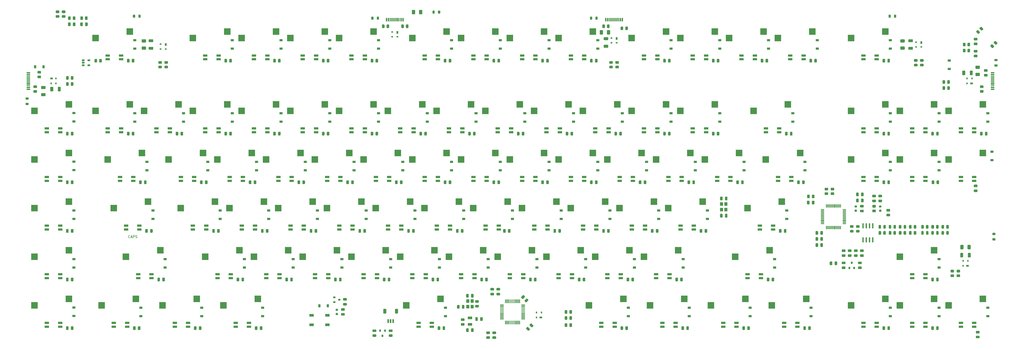
<source format=gbp>
%TF.GenerationSoftware,KiCad,Pcbnew,(5.1.10)-1*%
%TF.CreationDate,2021-10-21T23:13:51-04:00*%
%TF.ProjectId,custom_keyboard (f303_ fe2.1),63757374-6f6d-45f6-9b65-79626f617264,rev?*%
%TF.SameCoordinates,Original*%
%TF.FileFunction,Paste,Bot*%
%TF.FilePolarity,Positive*%
%FSLAX46Y46*%
G04 Gerber Fmt 4.6, Leading zero omitted, Abs format (unit mm)*
G04 Created by KiCad (PCBNEW (5.1.10)-1) date 2021-10-21 23:13:51*
%MOMM*%
%LPD*%
G01*
G04 APERTURE LIST*
%ADD10C,0.150000*%
%ADD11R,2.550000X2.500000*%
%ADD12R,1.800000X0.900000*%
%ADD13R,1.450000X0.600000*%
%ADD14R,1.450000X0.300000*%
%ADD15R,1.800000X1.000000*%
%ADD16R,1.060000X0.650000*%
%ADD17R,1.200000X0.900000*%
%ADD18R,0.900000X1.200000*%
%ADD19R,0.700000X1.000000*%
%ADD20R,0.700000X0.600000*%
%ADD21O,0.588000X2.045000*%
%ADD22R,0.600000X1.450000*%
%ADD23R,0.300000X1.450000*%
%ADD24R,1.200000X1.400000*%
%ADD25R,0.900000X0.800000*%
%ADD26R,1.800000X1.100000*%
%ADD27R,0.800000X0.900000*%
%ADD28R,0.600000X0.700000*%
%ADD29R,1.000000X0.700000*%
%ADD30O,1.500000X0.270000*%
%ADD31O,0.270000X1.500000*%
G04 APERTURE END LIST*
%TO.C,MX52*%
D10*
X118753461Y-243954842D02*
X118705842Y-244002461D01*
X118562985Y-244050080D01*
X118467747Y-244050080D01*
X118324890Y-244002461D01*
X118229652Y-243907223D01*
X118182033Y-243811985D01*
X118134414Y-243621509D01*
X118134414Y-243478652D01*
X118182033Y-243288176D01*
X118229652Y-243192938D01*
X118324890Y-243097700D01*
X118467747Y-243050080D01*
X118562985Y-243050080D01*
X118705842Y-243097700D01*
X118753461Y-243145319D01*
X119134414Y-243764366D02*
X119610604Y-243764366D01*
X119039176Y-244050080D02*
X119372509Y-243050080D01*
X119705842Y-244050080D01*
X120039176Y-244050080D02*
X120039176Y-243050080D01*
X120420128Y-243050080D01*
X120515366Y-243097700D01*
X120562985Y-243145319D01*
X120610604Y-243240557D01*
X120610604Y-243383414D01*
X120562985Y-243478652D01*
X120515366Y-243526271D01*
X120420128Y-243573890D01*
X120039176Y-243573890D01*
X120991557Y-244002461D02*
X121134414Y-244050080D01*
X121372509Y-244050080D01*
X121467747Y-244002461D01*
X121515366Y-243954842D01*
X121562985Y-243859604D01*
X121562985Y-243764366D01*
X121515366Y-243669128D01*
X121467747Y-243621509D01*
X121372509Y-243573890D01*
X121182033Y-243526271D01*
X121086795Y-243478652D01*
X121039176Y-243431033D01*
X120991557Y-243335795D01*
X120991557Y-243240557D01*
X121039176Y-243145319D01*
X121086795Y-243097700D01*
X121182033Y-243050080D01*
X121420128Y-243050080D01*
X121562985Y-243097700D01*
%TD*%
%TO.C,FB8*%
G36*
G01*
X239131850Y-155946450D02*
X239131850Y-155183950D01*
G75*
G02*
X239350600Y-154965200I218750J0D01*
G01*
X239788100Y-154965200D01*
G75*
G02*
X240006850Y-155183950I0J-218750D01*
G01*
X240006850Y-155946450D01*
G75*
G02*
X239788100Y-156165200I-218750J0D01*
G01*
X239350600Y-156165200D01*
G75*
G02*
X239131850Y-155946450I0J218750D01*
G01*
G37*
G36*
G01*
X237006850Y-155946450D02*
X237006850Y-155183950D01*
G75*
G02*
X237225600Y-154965200I218750J0D01*
G01*
X237663100Y-154965200D01*
G75*
G02*
X237881850Y-155183950I0J-218750D01*
G01*
X237881850Y-155946450D01*
G75*
G02*
X237663100Y-156165200I-218750J0D01*
G01*
X237225600Y-156165200D01*
G75*
G02*
X237006850Y-155946450I0J218750D01*
G01*
G37*
%TD*%
D11*
%TO.C,MX83*%
X226731500Y-270492800D03*
X240156500Y-267952800D03*
D12*
X231541500Y-277332800D03*
X231541500Y-278832800D03*
X236741500Y-277332800D03*
X236741500Y-278832800D03*
%TD*%
D11*
%TO.C,MX84*%
X298164500Y-270492800D03*
X311589500Y-267952800D03*
D12*
X302974500Y-277332800D03*
X302974500Y-278832800D03*
X308174500Y-277332800D03*
X308174500Y-278832800D03*
%TD*%
D11*
%TO.C,MX32*%
X438649400Y-194297600D03*
X452074400Y-191757600D03*
D12*
X443459400Y-201137600D03*
X443459400Y-202637600D03*
X448659400Y-201137600D03*
X448659400Y-202637600D03*
%TD*%
%TO.C,J2*%
G36*
G01*
X219348600Y-277245200D02*
X219348600Y-275995200D01*
G75*
G02*
X219498600Y-275845200I150000J0D01*
G01*
X219798600Y-275845200D01*
G75*
G02*
X219948600Y-275995200I0J-150000D01*
G01*
X219948600Y-277245200D01*
G75*
G02*
X219798600Y-277395200I-150000J0D01*
G01*
X219498600Y-277395200D01*
G75*
G02*
X219348600Y-277245200I0J150000D01*
G01*
G37*
G36*
G01*
X220348600Y-277245200D02*
X220348600Y-275995200D01*
G75*
G02*
X220498600Y-275845200I150000J0D01*
G01*
X220798600Y-275845200D01*
G75*
G02*
X220948600Y-275995200I0J-150000D01*
G01*
X220948600Y-277245200D01*
G75*
G02*
X220798600Y-277395200I-150000J0D01*
G01*
X220498600Y-277395200D01*
G75*
G02*
X220348600Y-277245200I0J150000D01*
G01*
G37*
G36*
G01*
X221348600Y-277245200D02*
X221348600Y-275995200D01*
G75*
G02*
X221498600Y-275845200I150000J0D01*
G01*
X221798600Y-275845200D01*
G75*
G02*
X221948600Y-275995200I0J-150000D01*
G01*
X221948600Y-277245200D01*
G75*
G02*
X221798600Y-277395200I-150000J0D01*
G01*
X221498600Y-277395200D01*
G75*
G02*
X221348600Y-277245200I0J150000D01*
G01*
G37*
G36*
G01*
X217748600Y-273395201D02*
X217748600Y-272095199D01*
G75*
G02*
X217998599Y-271845200I249999J0D01*
G01*
X218698601Y-271845200D01*
G75*
G02*
X218948600Y-272095199I0J-249999D01*
G01*
X218948600Y-273395201D01*
G75*
G02*
X218698601Y-273645200I-249999J0D01*
G01*
X217998599Y-273645200D01*
G75*
G02*
X217748600Y-273395201I0J249999D01*
G01*
G37*
G36*
G01*
X222348600Y-273395201D02*
X222348600Y-272095199D01*
G75*
G02*
X222598599Y-271845200I249999J0D01*
G01*
X223298601Y-271845200D01*
G75*
G02*
X223548600Y-272095199I0J-249999D01*
G01*
X223548600Y-273395201D01*
G75*
G02*
X223298601Y-273645200I-249999J0D01*
G01*
X222598599Y-273645200D01*
G75*
G02*
X222348600Y-273395201I0J249999D01*
G01*
G37*
%TD*%
D13*
%TO.C,USB7*%
X455825800Y-185776000D03*
X455825800Y-179326000D03*
X455825800Y-185001000D03*
X455825800Y-180101000D03*
D14*
X455825800Y-180801000D03*
X455825800Y-184301000D03*
X455825800Y-181301000D03*
X455825800Y-183801000D03*
X455825800Y-181801000D03*
X455825800Y-183301000D03*
X455825800Y-182801000D03*
X455825800Y-182301000D03*
%TD*%
D15*
%TO.C,Y2*%
X251602900Y-275413900D03*
X251602900Y-277913900D03*
%TD*%
D16*
%TO.C,U12*%
X100493600Y-176357700D03*
X100493600Y-175407700D03*
X100493600Y-174457700D03*
X102693600Y-174457700D03*
X102693600Y-176357700D03*
%TD*%
%TO.C,R30*%
G36*
G01*
X199340550Y-271807800D02*
X199890550Y-271807800D01*
G75*
G02*
X200090550Y-272007800I0J-200000D01*
G01*
X200090550Y-272407800D01*
G75*
G02*
X199890550Y-272607800I-200000J0D01*
G01*
X199340550Y-272607800D01*
G75*
G02*
X199140550Y-272407800I0J200000D01*
G01*
X199140550Y-272007800D01*
G75*
G02*
X199340550Y-271807800I200000J0D01*
G01*
G37*
G36*
G01*
X199340550Y-273457800D02*
X199890550Y-273457800D01*
G75*
G02*
X200090550Y-273657800I0J-200000D01*
G01*
X200090550Y-274057800D01*
G75*
G02*
X199890550Y-274257800I-200000J0D01*
G01*
X199340550Y-274257800D01*
G75*
G02*
X199140550Y-274057800I0J200000D01*
G01*
X199140550Y-273657800D01*
G75*
G02*
X199340550Y-273457800I200000J0D01*
G01*
G37*
%TD*%
%TO.C,R23*%
G36*
G01*
X412205300Y-233779100D02*
X411655300Y-233779100D01*
G75*
G02*
X411455300Y-233579100I0J200000D01*
G01*
X411455300Y-233179100D01*
G75*
G02*
X411655300Y-232979100I200000J0D01*
G01*
X412205300Y-232979100D01*
G75*
G02*
X412405300Y-233179100I0J-200000D01*
G01*
X412405300Y-233579100D01*
G75*
G02*
X412205300Y-233779100I-200000J0D01*
G01*
G37*
G36*
G01*
X412205300Y-232129100D02*
X411655300Y-232129100D01*
G75*
G02*
X411455300Y-231929100I0J200000D01*
G01*
X411455300Y-231529100D01*
G75*
G02*
X411655300Y-231329100I200000J0D01*
G01*
X412205300Y-231329100D01*
G75*
G02*
X412405300Y-231529100I0J-200000D01*
G01*
X412405300Y-231929100D01*
G75*
G02*
X412205300Y-232129100I-200000J0D01*
G01*
G37*
%TD*%
%TO.C,R21*%
G36*
G01*
X402130900Y-231329100D02*
X402680900Y-231329100D01*
G75*
G02*
X402880900Y-231529100I0J-200000D01*
G01*
X402880900Y-231929100D01*
G75*
G02*
X402680900Y-232129100I-200000J0D01*
G01*
X402130900Y-232129100D01*
G75*
G02*
X401930900Y-231929100I0J200000D01*
G01*
X401930900Y-231529100D01*
G75*
G02*
X402130900Y-231329100I200000J0D01*
G01*
G37*
G36*
G01*
X402130900Y-232979100D02*
X402680900Y-232979100D01*
G75*
G02*
X402880900Y-233179100I0J-200000D01*
G01*
X402880900Y-233579100D01*
G75*
G02*
X402680900Y-233779100I-200000J0D01*
G01*
X402130900Y-233779100D01*
G75*
G02*
X401930900Y-233579100I0J200000D01*
G01*
X401930900Y-233179100D01*
G75*
G02*
X402130900Y-232979100I200000J0D01*
G01*
G37*
%TD*%
%TO.C,UD7*%
G36*
G01*
X435903700Y-242534750D02*
X435903700Y-241622250D01*
G75*
G02*
X436147450Y-241378500I243750J0D01*
G01*
X436634950Y-241378500D01*
G75*
G02*
X436878700Y-241622250I0J-243750D01*
G01*
X436878700Y-242534750D01*
G75*
G02*
X436634950Y-242778500I-243750J0D01*
G01*
X436147450Y-242778500D01*
G75*
G02*
X435903700Y-242534750I0J243750D01*
G01*
G37*
G36*
G01*
X437778700Y-242534750D02*
X437778700Y-241622250D01*
G75*
G02*
X438022450Y-241378500I243750J0D01*
G01*
X438509950Y-241378500D01*
G75*
G02*
X438753700Y-241622250I0J-243750D01*
G01*
X438753700Y-242534750D01*
G75*
G02*
X438509950Y-242778500I-243750J0D01*
G01*
X438022450Y-242778500D01*
G75*
G02*
X437778700Y-242534750I0J243750D01*
G01*
G37*
%TD*%
%TO.C,UD6*%
G36*
G01*
X431935200Y-242534750D02*
X431935200Y-241622250D01*
G75*
G02*
X432178950Y-241378500I243750J0D01*
G01*
X432666450Y-241378500D01*
G75*
G02*
X432910200Y-241622250I0J-243750D01*
G01*
X432910200Y-242534750D01*
G75*
G02*
X432666450Y-242778500I-243750J0D01*
G01*
X432178950Y-242778500D01*
G75*
G02*
X431935200Y-242534750I0J243750D01*
G01*
G37*
G36*
G01*
X433810200Y-242534750D02*
X433810200Y-241622250D01*
G75*
G02*
X434053950Y-241378500I243750J0D01*
G01*
X434541450Y-241378500D01*
G75*
G02*
X434785200Y-241622250I0J-243750D01*
G01*
X434785200Y-242534750D01*
G75*
G02*
X434541450Y-242778500I-243750J0D01*
G01*
X434053950Y-242778500D01*
G75*
G02*
X433810200Y-242534750I0J243750D01*
G01*
G37*
%TD*%
%TO.C,UD5*%
G36*
G01*
X427966700Y-242534750D02*
X427966700Y-241622250D01*
G75*
G02*
X428210450Y-241378500I243750J0D01*
G01*
X428697950Y-241378500D01*
G75*
G02*
X428941700Y-241622250I0J-243750D01*
G01*
X428941700Y-242534750D01*
G75*
G02*
X428697950Y-242778500I-243750J0D01*
G01*
X428210450Y-242778500D01*
G75*
G02*
X427966700Y-242534750I0J243750D01*
G01*
G37*
G36*
G01*
X429841700Y-242534750D02*
X429841700Y-241622250D01*
G75*
G02*
X430085450Y-241378500I243750J0D01*
G01*
X430572950Y-241378500D01*
G75*
G02*
X430816700Y-241622250I0J-243750D01*
G01*
X430816700Y-242534750D01*
G75*
G02*
X430572950Y-242778500I-243750J0D01*
G01*
X430085450Y-242778500D01*
G75*
G02*
X429841700Y-242534750I0J243750D01*
G01*
G37*
%TD*%
%TO.C,UD4*%
G36*
G01*
X426054500Y-239241150D02*
X426054500Y-240153650D01*
G75*
G02*
X425810750Y-240397400I-243750J0D01*
G01*
X425323250Y-240397400D01*
G75*
G02*
X425079500Y-240153650I0J243750D01*
G01*
X425079500Y-239241150D01*
G75*
G02*
X425323250Y-238997400I243750J0D01*
G01*
X425810750Y-238997400D01*
G75*
G02*
X426054500Y-239241150I0J-243750D01*
G01*
G37*
G36*
G01*
X424179500Y-239241150D02*
X424179500Y-240153650D01*
G75*
G02*
X423935750Y-240397400I-243750J0D01*
G01*
X423448250Y-240397400D01*
G75*
G02*
X423204500Y-240153650I0J243750D01*
G01*
X423204500Y-239241150D01*
G75*
G02*
X423448250Y-238997400I243750J0D01*
G01*
X423935750Y-238997400D01*
G75*
G02*
X424179500Y-239241150I0J-243750D01*
G01*
G37*
%TD*%
%TO.C,UD3*%
G36*
G01*
X422086000Y-239241150D02*
X422086000Y-240153650D01*
G75*
G02*
X421842250Y-240397400I-243750J0D01*
G01*
X421354750Y-240397400D01*
G75*
G02*
X421111000Y-240153650I0J243750D01*
G01*
X421111000Y-239241150D01*
G75*
G02*
X421354750Y-238997400I243750J0D01*
G01*
X421842250Y-238997400D01*
G75*
G02*
X422086000Y-239241150I0J-243750D01*
G01*
G37*
G36*
G01*
X420211000Y-239241150D02*
X420211000Y-240153650D01*
G75*
G02*
X419967250Y-240397400I-243750J0D01*
G01*
X419479750Y-240397400D01*
G75*
G02*
X419236000Y-240153650I0J243750D01*
G01*
X419236000Y-239241150D01*
G75*
G02*
X419479750Y-238997400I243750J0D01*
G01*
X419967250Y-238997400D01*
G75*
G02*
X420211000Y-239241150I0J-243750D01*
G01*
G37*
%TD*%
%TO.C,UD2*%
G36*
G01*
X418117500Y-239241150D02*
X418117500Y-240153650D01*
G75*
G02*
X417873750Y-240397400I-243750J0D01*
G01*
X417386250Y-240397400D01*
G75*
G02*
X417142500Y-240153650I0J243750D01*
G01*
X417142500Y-239241150D01*
G75*
G02*
X417386250Y-238997400I243750J0D01*
G01*
X417873750Y-238997400D01*
G75*
G02*
X418117500Y-239241150I0J-243750D01*
G01*
G37*
G36*
G01*
X416242500Y-239241150D02*
X416242500Y-240153650D01*
G75*
G02*
X415998750Y-240397400I-243750J0D01*
G01*
X415511250Y-240397400D01*
G75*
G02*
X415267500Y-240153650I0J243750D01*
G01*
X415267500Y-239241150D01*
G75*
G02*
X415511250Y-238997400I243750J0D01*
G01*
X415998750Y-238997400D01*
G75*
G02*
X416242500Y-239241150I0J-243750D01*
G01*
G37*
%TD*%
%TO.C,UD1*%
G36*
G01*
X414149000Y-239241150D02*
X414149000Y-240153650D01*
G75*
G02*
X413905250Y-240397400I-243750J0D01*
G01*
X413417750Y-240397400D01*
G75*
G02*
X413174000Y-240153650I0J243750D01*
G01*
X413174000Y-239241150D01*
G75*
G02*
X413417750Y-238997400I243750J0D01*
G01*
X413905250Y-238997400D01*
G75*
G02*
X414149000Y-239241150I0J-243750D01*
G01*
G37*
G36*
G01*
X412274000Y-239241150D02*
X412274000Y-240153650D01*
G75*
G02*
X412030250Y-240397400I-243750J0D01*
G01*
X411542750Y-240397400D01*
G75*
G02*
X411299000Y-240153650I0J243750D01*
G01*
X411299000Y-239241150D01*
G75*
G02*
X411542750Y-238997400I243750J0D01*
G01*
X412030250Y-238997400D01*
G75*
G02*
X412274000Y-239241150I0J-243750D01*
G01*
G37*
%TD*%
%TO.C,D10*%
G36*
G01*
X400362250Y-239066100D02*
X401274750Y-239066100D01*
G75*
G02*
X401518500Y-239309850I0J-243750D01*
G01*
X401518500Y-239797350D01*
G75*
G02*
X401274750Y-240041100I-243750J0D01*
G01*
X400362250Y-240041100D01*
G75*
G02*
X400118500Y-239797350I0J243750D01*
G01*
X400118500Y-239309850D01*
G75*
G02*
X400362250Y-239066100I243750J0D01*
G01*
G37*
G36*
G01*
X400362250Y-240941100D02*
X401274750Y-240941100D01*
G75*
G02*
X401518500Y-241184850I0J-243750D01*
G01*
X401518500Y-241672350D01*
G75*
G02*
X401274750Y-241916100I-243750J0D01*
G01*
X400362250Y-241916100D01*
G75*
G02*
X400118500Y-241672350I0J243750D01*
G01*
X400118500Y-241184850D01*
G75*
G02*
X400362250Y-240941100I243750J0D01*
G01*
G37*
%TD*%
%TO.C,C34*%
G36*
G01*
X443215700Y-251459201D02*
X443215700Y-250159199D01*
G75*
G02*
X443465699Y-249909200I249999J0D01*
G01*
X444115701Y-249909200D01*
G75*
G02*
X444365700Y-250159199I0J-249999D01*
G01*
X444365700Y-251459201D01*
G75*
G02*
X444115701Y-251709200I-249999J0D01*
G01*
X443465699Y-251709200D01*
G75*
G02*
X443215700Y-251459201I0J249999D01*
G01*
G37*
G36*
G01*
X446165700Y-251459201D02*
X446165700Y-250159199D01*
G75*
G02*
X446415699Y-249909200I249999J0D01*
G01*
X447065701Y-249909200D01*
G75*
G02*
X447315700Y-250159199I0J-249999D01*
G01*
X447315700Y-251459201D01*
G75*
G02*
X447065701Y-251709200I-249999J0D01*
G01*
X446415699Y-251709200D01*
G75*
G02*
X446165700Y-251459201I0J249999D01*
G01*
G37*
%TD*%
%TO.C,C25*%
G36*
G01*
X126341999Y-166214400D02*
X127642001Y-166214400D01*
G75*
G02*
X127892000Y-166464399I0J-249999D01*
G01*
X127892000Y-167114401D01*
G75*
G02*
X127642001Y-167364400I-249999J0D01*
G01*
X126341999Y-167364400D01*
G75*
G02*
X126092000Y-167114401I0J249999D01*
G01*
X126092000Y-166464399D01*
G75*
G02*
X126341999Y-166214400I249999J0D01*
G01*
G37*
G36*
G01*
X126341999Y-169164400D02*
X127642001Y-169164400D01*
G75*
G02*
X127892000Y-169414399I0J-249999D01*
G01*
X127892000Y-170064401D01*
G75*
G02*
X127642001Y-170314400I-249999J0D01*
G01*
X126341999Y-170314400D01*
G75*
G02*
X126092000Y-170064401I0J249999D01*
G01*
X126092000Y-169414399D01*
G75*
G02*
X126341999Y-169164400I249999J0D01*
G01*
G37*
%TD*%
%TO.C,C23*%
G36*
G01*
X87638100Y-186375801D02*
X87638100Y-185075799D01*
G75*
G02*
X87888099Y-184825800I249999J0D01*
G01*
X88538101Y-184825800D01*
G75*
G02*
X88788100Y-185075799I0J-249999D01*
G01*
X88788100Y-186375801D01*
G75*
G02*
X88538101Y-186625800I-249999J0D01*
G01*
X87888099Y-186625800D01*
G75*
G02*
X87638100Y-186375801I0J249999D01*
G01*
G37*
G36*
G01*
X90588100Y-186375801D02*
X90588100Y-185075799D01*
G75*
G02*
X90838099Y-184825800I249999J0D01*
G01*
X91488101Y-184825800D01*
G75*
G02*
X91738100Y-185075799I0J-249999D01*
G01*
X91738100Y-186375801D01*
G75*
G02*
X91488101Y-186625800I-249999J0D01*
G01*
X90838099Y-186625800D01*
G75*
G02*
X90588100Y-186375801I0J249999D01*
G01*
G37*
%TD*%
%TO.C,C13*%
G36*
G01*
X423185799Y-166214400D02*
X424485801Y-166214400D01*
G75*
G02*
X424735800Y-166464399I0J-249999D01*
G01*
X424735800Y-167114401D01*
G75*
G02*
X424485801Y-167364400I-249999J0D01*
G01*
X423185799Y-167364400D01*
G75*
G02*
X422935800Y-167114401I0J249999D01*
G01*
X422935800Y-166464399D01*
G75*
G02*
X423185799Y-166214400I249999J0D01*
G01*
G37*
G36*
G01*
X423185799Y-169164400D02*
X424485801Y-169164400D01*
G75*
G02*
X424735800Y-169414399I0J-249999D01*
G01*
X424735800Y-170064401D01*
G75*
G02*
X424485801Y-170314400I-249999J0D01*
G01*
X423185799Y-170314400D01*
G75*
G02*
X422935800Y-170064401I0J249999D01*
G01*
X422935800Y-169414399D01*
G75*
G02*
X423185799Y-169164400I249999J0D01*
G01*
G37*
%TD*%
%TO.C,C10*%
G36*
G01*
X445159400Y-178726199D02*
X445159400Y-180026201D01*
G75*
G02*
X444909401Y-180276200I-249999J0D01*
G01*
X444259399Y-180276200D01*
G75*
G02*
X444009400Y-180026201I0J249999D01*
G01*
X444009400Y-178726199D01*
G75*
G02*
X444259399Y-178476200I249999J0D01*
G01*
X444909401Y-178476200D01*
G75*
G02*
X445159400Y-178726199I0J-249999D01*
G01*
G37*
G36*
G01*
X448109400Y-178726199D02*
X448109400Y-180026201D01*
G75*
G02*
X447859401Y-180276200I-249999J0D01*
G01*
X447209399Y-180276200D01*
G75*
G02*
X446959400Y-180026201I0J249999D01*
G01*
X446959400Y-178726199D01*
G75*
G02*
X447209399Y-178476200I249999J0D01*
G01*
X447859401Y-178476200D01*
G75*
G02*
X448109400Y-178726199I0J-249999D01*
G01*
G37*
%TD*%
%TO.C,C2*%
G36*
G01*
X304130799Y-165420700D02*
X305430801Y-165420700D01*
G75*
G02*
X305680800Y-165670699I0J-249999D01*
G01*
X305680800Y-166320701D01*
G75*
G02*
X305430801Y-166570700I-249999J0D01*
G01*
X304130799Y-166570700D01*
G75*
G02*
X303880800Y-166320701I0J249999D01*
G01*
X303880800Y-165670699D01*
G75*
G02*
X304130799Y-165420700I249999J0D01*
G01*
G37*
G36*
G01*
X304130799Y-168370700D02*
X305430801Y-168370700D01*
G75*
G02*
X305680800Y-168620699I0J-249999D01*
G01*
X305680800Y-169270701D01*
G75*
G02*
X305430801Y-169520700I-249999J0D01*
G01*
X304130799Y-169520700D01*
G75*
G02*
X303880800Y-169270701I0J249999D01*
G01*
X303880800Y-168620699D01*
G75*
G02*
X304130799Y-168370700I249999J0D01*
G01*
G37*
%TD*%
%TO.C,C7*%
G36*
G01*
X449709200Y-171386050D02*
X448759200Y-171386050D01*
G75*
G02*
X448509200Y-171136050I0J250000D01*
G01*
X448509200Y-170636050D01*
G75*
G02*
X448759200Y-170386050I250000J0D01*
G01*
X449709200Y-170386050D01*
G75*
G02*
X449959200Y-170636050I0J-250000D01*
G01*
X449959200Y-171136050D01*
G75*
G02*
X449709200Y-171386050I-250000J0D01*
G01*
G37*
G36*
G01*
X449709200Y-173286050D02*
X448759200Y-173286050D01*
G75*
G02*
X448509200Y-173036050I0J250000D01*
G01*
X448509200Y-172536050D01*
G75*
G02*
X448759200Y-172286050I250000J0D01*
G01*
X449709200Y-172286050D01*
G75*
G02*
X449959200Y-172536050I0J-250000D01*
G01*
X449959200Y-173036050D01*
G75*
G02*
X449709200Y-173286050I-250000J0D01*
G01*
G37*
%TD*%
%TO.C,C8*%
G36*
G01*
X449709200Y-168523850D02*
X448759200Y-168523850D01*
G75*
G02*
X448509200Y-168273850I0J250000D01*
G01*
X448509200Y-167773850D01*
G75*
G02*
X448759200Y-167523850I250000J0D01*
G01*
X449709200Y-167523850D01*
G75*
G02*
X449959200Y-167773850I0J-250000D01*
G01*
X449959200Y-168273850D01*
G75*
G02*
X449709200Y-168523850I-250000J0D01*
G01*
G37*
G36*
G01*
X449709200Y-166623850D02*
X448759200Y-166623850D01*
G75*
G02*
X448509200Y-166373850I0J250000D01*
G01*
X448509200Y-165873850D01*
G75*
G02*
X448759200Y-165623850I250000J0D01*
G01*
X449709200Y-165623850D01*
G75*
G02*
X449959200Y-165873850I0J-250000D01*
G01*
X449959200Y-166373850D01*
G75*
G02*
X449709200Y-166623850I-250000J0D01*
G01*
G37*
%TD*%
%TO.C,C1*%
G36*
G01*
X246581250Y-271523550D02*
X246581250Y-270573550D01*
G75*
G02*
X246831250Y-270323550I250000J0D01*
G01*
X247331250Y-270323550D01*
G75*
G02*
X247581250Y-270573550I0J-250000D01*
G01*
X247581250Y-271523550D01*
G75*
G02*
X247331250Y-271773550I-250000J0D01*
G01*
X246831250Y-271773550D01*
G75*
G02*
X246581250Y-271523550I0J250000D01*
G01*
G37*
G36*
G01*
X248481250Y-271523550D02*
X248481250Y-270573550D01*
G75*
G02*
X248731250Y-270323550I250000J0D01*
G01*
X249231250Y-270323550D01*
G75*
G02*
X249481250Y-270573550I0J-250000D01*
G01*
X249481250Y-271523550D01*
G75*
G02*
X249231250Y-271773550I-250000J0D01*
G01*
X248731250Y-271773550D01*
G75*
G02*
X248481250Y-271523550I0J250000D01*
G01*
G37*
%TD*%
%TO.C,C3*%
G36*
G01*
X250152900Y-267158200D02*
X250152900Y-266208200D01*
G75*
G02*
X250402900Y-265958200I250000J0D01*
G01*
X250902900Y-265958200D01*
G75*
G02*
X251152900Y-266208200I0J-250000D01*
G01*
X251152900Y-267158200D01*
G75*
G02*
X250902900Y-267408200I-250000J0D01*
G01*
X250402900Y-267408200D01*
G75*
G02*
X250152900Y-267158200I0J250000D01*
G01*
G37*
G36*
G01*
X252052900Y-267158200D02*
X252052900Y-266208200D01*
G75*
G02*
X252302900Y-265958200I250000J0D01*
G01*
X252802900Y-265958200D01*
G75*
G02*
X253052900Y-266208200I0J-250000D01*
G01*
X253052900Y-267158200D01*
G75*
G02*
X252802900Y-267408200I-250000J0D01*
G01*
X252302900Y-267408200D01*
G75*
G02*
X252052900Y-267158200I0J250000D01*
G01*
G37*
%TD*%
%TO.C,C37*%
G36*
G01*
X405262000Y-251465500D02*
X404312000Y-251465500D01*
G75*
G02*
X404062000Y-251215500I0J250000D01*
G01*
X404062000Y-250715500D01*
G75*
G02*
X404312000Y-250465500I250000J0D01*
G01*
X405262000Y-250465500D01*
G75*
G02*
X405512000Y-250715500I0J-250000D01*
G01*
X405512000Y-251215500D01*
G75*
G02*
X405262000Y-251465500I-250000J0D01*
G01*
G37*
G36*
G01*
X405262000Y-249565500D02*
X404312000Y-249565500D01*
G75*
G02*
X404062000Y-249315500I0J250000D01*
G01*
X404062000Y-248815500D01*
G75*
G02*
X404312000Y-248565500I250000J0D01*
G01*
X405262000Y-248565500D01*
G75*
G02*
X405512000Y-248815500I0J-250000D01*
G01*
X405512000Y-249315500D01*
G75*
G02*
X405262000Y-249565500I-250000J0D01*
G01*
G37*
%TD*%
%TO.C,C11*%
G36*
G01*
X409074200Y-227135600D02*
X410024200Y-227135600D01*
G75*
G02*
X410274200Y-227385600I0J-250000D01*
G01*
X410274200Y-227885600D01*
G75*
G02*
X410024200Y-228135600I-250000J0D01*
G01*
X409074200Y-228135600D01*
G75*
G02*
X408824200Y-227885600I0J250000D01*
G01*
X408824200Y-227385600D01*
G75*
G02*
X409074200Y-227135600I250000J0D01*
G01*
G37*
G36*
G01*
X409074200Y-229035600D02*
X410024200Y-229035600D01*
G75*
G02*
X410274200Y-229285600I0J-250000D01*
G01*
X410274200Y-229785600D01*
G75*
G02*
X410024200Y-230035600I-250000J0D01*
G01*
X409074200Y-230035600D01*
G75*
G02*
X408824200Y-229785600I0J250000D01*
G01*
X408824200Y-229285600D01*
G75*
G02*
X409074200Y-229035600I250000J0D01*
G01*
G37*
%TD*%
%TO.C,C32*%
G36*
G01*
X352265400Y-234857050D02*
X352265400Y-235807050D01*
G75*
G02*
X352015400Y-236057050I-250000J0D01*
G01*
X351515400Y-236057050D01*
G75*
G02*
X351265400Y-235807050I0J250000D01*
G01*
X351265400Y-234857050D01*
G75*
G02*
X351515400Y-234607050I250000J0D01*
G01*
X352015400Y-234607050D01*
G75*
G02*
X352265400Y-234857050I0J-250000D01*
G01*
G37*
G36*
G01*
X350365400Y-234857050D02*
X350365400Y-235807050D01*
G75*
G02*
X350115400Y-236057050I-250000J0D01*
G01*
X349615400Y-236057050D01*
G75*
G02*
X349365400Y-235807050I0J250000D01*
G01*
X349365400Y-234857050D01*
G75*
G02*
X349615400Y-234607050I250000J0D01*
G01*
X350115400Y-234607050D01*
G75*
G02*
X350365400Y-234857050I0J-250000D01*
G01*
G37*
%TD*%
%TO.C,C33*%
G36*
G01*
X349365400Y-229060600D02*
X349365400Y-228110600D01*
G75*
G02*
X349615400Y-227860600I250000J0D01*
G01*
X350115400Y-227860600D01*
G75*
G02*
X350365400Y-228110600I0J-250000D01*
G01*
X350365400Y-229060600D01*
G75*
G02*
X350115400Y-229310600I-250000J0D01*
G01*
X349615400Y-229310600D01*
G75*
G02*
X349365400Y-229060600I0J250000D01*
G01*
G37*
G36*
G01*
X351265400Y-229060600D02*
X351265400Y-228110600D01*
G75*
G02*
X351515400Y-227860600I250000J0D01*
G01*
X352015400Y-227860600D01*
G75*
G02*
X352265400Y-228110600I0J-250000D01*
G01*
X352265400Y-229060600D01*
G75*
G02*
X352015400Y-229310600I-250000J0D01*
G01*
X351515400Y-229310600D01*
G75*
G02*
X351265400Y-229060600I0J250000D01*
G01*
G37*
%TD*%
D17*
%TO.C,KD15*%
X96831400Y-198425000D03*
X96831400Y-195125000D03*
%TD*%
%TO.C,KD33*%
X96831400Y-217473800D03*
X96831400Y-214173800D03*
%TD*%
%TO.C,KD51*%
X96831400Y-236585200D03*
X96831400Y-233285200D03*
%TD*%
%TO.C,KD65*%
X96831400Y-255634000D03*
X96831400Y-252334000D03*
%TD*%
%TO.C,KD80*%
X123023500Y-274682800D03*
X123023500Y-271382800D03*
%TD*%
%TO.C,KD1*%
X120642400Y-169914400D03*
X120642400Y-166614400D03*
%TD*%
%TO.C,KD16*%
X120642400Y-198487600D03*
X120642400Y-195187600D03*
%TD*%
%TO.C,KD34*%
X125404600Y-217536400D03*
X125404600Y-214236400D03*
%TD*%
%TO.C,KD52*%
X127785700Y-236585200D03*
X127785700Y-233285200D03*
%TD*%
%TO.C,KD79*%
X96831400Y-274620200D03*
X96831400Y-271320200D03*
%TD*%
%TO.C,KD2*%
X158740000Y-169914400D03*
X158740000Y-166614400D03*
%TD*%
%TO.C,KD18*%
X158740000Y-198487600D03*
X158740000Y-195187600D03*
%TD*%
%TO.C,KD36*%
X168264400Y-217536400D03*
X168264400Y-214236400D03*
%TD*%
%TO.C,KD54*%
X173026600Y-236585200D03*
X173026600Y-233285200D03*
%TD*%
%TO.C,KD67*%
X163502200Y-255634000D03*
X163502200Y-252334000D03*
%TD*%
%TO.C,KD82*%
X170645500Y-274682800D03*
X170645500Y-271382800D03*
%TD*%
%TO.C,KD17*%
X139691200Y-198487600D03*
X139691200Y-195187600D03*
%TD*%
%TO.C,KD35*%
X149215600Y-217536400D03*
X149215600Y-214236400D03*
%TD*%
%TO.C,KD53*%
X153977800Y-236585200D03*
X153977800Y-233285200D03*
%TD*%
%TO.C,KD66*%
X132547900Y-255634000D03*
X132547900Y-252334000D03*
%TD*%
%TO.C,KD81*%
X146834500Y-274682800D03*
X146834500Y-271382800D03*
%TD*%
%TO.C,KD3*%
X177788800Y-169914400D03*
X177788800Y-166614400D03*
%TD*%
%TO.C,KD19*%
X177788800Y-198487600D03*
X177788800Y-195187600D03*
%TD*%
%TO.C,KD37*%
X187313200Y-217536400D03*
X187313200Y-214236400D03*
%TD*%
%TO.C,KD55*%
X192075400Y-236585200D03*
X192075400Y-233285200D03*
%TD*%
%TO.C,KD68*%
X182551000Y-255634000D03*
X182551000Y-252334000D03*
%TD*%
%TO.C,KD70*%
X220648600Y-255634000D03*
X220648600Y-252334000D03*
%TD*%
%TO.C,KD4*%
X196837600Y-169914400D03*
X196837600Y-166614400D03*
%TD*%
%TO.C,KD20*%
X196837600Y-198487600D03*
X196837600Y-195187600D03*
%TD*%
%TO.C,KD38*%
X206362000Y-217536400D03*
X206362000Y-214236400D03*
%TD*%
%TO.C,KD56*%
X211124200Y-236585200D03*
X211124200Y-233285200D03*
%TD*%
%TO.C,KD69*%
X201599800Y-255634000D03*
X201599800Y-252334000D03*
%TD*%
%TO.C,KD5*%
X215886400Y-169914400D03*
X215886400Y-166614400D03*
%TD*%
%TO.C,KD21*%
X215886400Y-198487600D03*
X215886400Y-195187600D03*
%TD*%
%TO.C,KD39*%
X225410800Y-217536400D03*
X225410800Y-214236400D03*
%TD*%
%TO.C,KD57*%
X230173000Y-236585200D03*
X230173000Y-233285200D03*
%TD*%
%TO.C,KD71*%
X239697400Y-255634000D03*
X239697400Y-252334000D03*
%TD*%
%TO.C,KD83*%
X242078500Y-274682800D03*
X242078500Y-271382800D03*
%TD*%
%TO.C,KD6*%
X244459600Y-169914400D03*
X244459600Y-166614400D03*
%TD*%
%TO.C,KD22*%
X234935200Y-198487600D03*
X234935200Y-195187600D03*
%TD*%
%TO.C,KD40*%
X244459600Y-217536400D03*
X244459600Y-214236400D03*
%TD*%
%TO.C,KD58*%
X249221800Y-236585200D03*
X249221800Y-233285200D03*
%TD*%
%TO.C,KD72*%
X258746200Y-255634000D03*
X258746200Y-252334000D03*
%TD*%
%TO.C,KD7*%
X263508400Y-169914400D03*
X263508400Y-166614400D03*
%TD*%
%TO.C,KD23*%
X253984000Y-198487600D03*
X253984000Y-195187600D03*
%TD*%
%TO.C,KD41*%
X263508400Y-217536400D03*
X263508400Y-214236400D03*
%TD*%
%TO.C,KD59*%
X268270600Y-236585200D03*
X268270600Y-233285200D03*
%TD*%
%TO.C,KD73*%
X277795000Y-255634000D03*
X277795000Y-252334000D03*
%TD*%
%TO.C,KD8*%
X282557200Y-169914400D03*
X282557200Y-166614400D03*
%TD*%
%TO.C,KD24*%
X273032800Y-198487600D03*
X273032800Y-195187600D03*
%TD*%
%TO.C,KD42*%
X282557200Y-217536400D03*
X282557200Y-214236400D03*
%TD*%
%TO.C,KD60*%
X287319400Y-236585200D03*
X287319400Y-233285200D03*
%TD*%
%TO.C,KD74*%
X296843800Y-255634000D03*
X296843800Y-252334000D03*
%TD*%
%TO.C,KD9*%
X301606000Y-169914400D03*
X301606000Y-166614400D03*
%TD*%
%TO.C,KD25*%
X292081600Y-198487600D03*
X292081600Y-195187600D03*
%TD*%
%TO.C,KD43*%
X301606000Y-217536400D03*
X301606000Y-214236400D03*
%TD*%
%TO.C,KD61*%
X306368200Y-236585200D03*
X306368200Y-233285200D03*
%TD*%
%TO.C,KD75*%
X315892600Y-255634000D03*
X315892600Y-252334000D03*
%TD*%
%TO.C,KD84*%
X313511500Y-274682800D03*
X313511500Y-271382800D03*
%TD*%
%TO.C,KD10*%
X330179200Y-169914400D03*
X330179200Y-166614400D03*
%TD*%
%TO.C,KD26*%
X311130400Y-198487600D03*
X311130400Y-195187600D03*
%TD*%
%TO.C,KD44*%
X320654800Y-217536400D03*
X320654800Y-214236400D03*
%TD*%
%TO.C,KD62*%
X325417000Y-236585200D03*
X325417000Y-233285200D03*
%TD*%
%TO.C,KD76*%
X334941400Y-255634000D03*
X334941400Y-252334000D03*
%TD*%
%TO.C,KD11*%
X349228000Y-169914400D03*
X349228000Y-166614400D03*
%TD*%
%TO.C,KD27*%
X330179200Y-198487600D03*
X330179200Y-195187600D03*
%TD*%
%TO.C,KD45*%
X339703600Y-217536400D03*
X339703600Y-214236400D03*
%TD*%
%TO.C,KD63*%
X344465800Y-236585200D03*
X344465800Y-233285200D03*
%TD*%
%TO.C,KD85*%
X337322500Y-274682800D03*
X337322500Y-271382800D03*
%TD*%
%TO.C,KD86*%
X361133500Y-274682800D03*
X361133500Y-271382800D03*
%TD*%
%TO.C,KD12*%
X368276800Y-169914400D03*
X368276800Y-166614400D03*
%TD*%
%TO.C,KD28*%
X349228000Y-198487600D03*
X349228000Y-195187600D03*
%TD*%
%TO.C,KD46*%
X358752400Y-217536400D03*
X358752400Y-214236400D03*
%TD*%
%TO.C,KD87*%
X384944500Y-274682800D03*
X384944500Y-271382800D03*
%TD*%
%TO.C,KD13*%
X387325600Y-169914400D03*
X387325600Y-166614400D03*
%TD*%
%TO.C,KD29*%
X377801200Y-198487600D03*
X377801200Y-195187600D03*
%TD*%
%TO.C,KD47*%
X382563400Y-217536400D03*
X382563400Y-214236400D03*
%TD*%
%TO.C,KD64*%
X375420100Y-236585200D03*
X375420100Y-233285200D03*
%TD*%
%TO.C,KD77*%
X370657900Y-255634000D03*
X370657900Y-252334000D03*
%TD*%
%TO.C,KD88*%
X415898800Y-274682800D03*
X415898800Y-271382800D03*
%TD*%
%TO.C,KD14*%
X415898800Y-169914400D03*
X415898800Y-166614400D03*
%TD*%
%TO.C,KD30*%
X415898800Y-198487600D03*
X415898800Y-195187600D03*
%TD*%
%TO.C,KD48*%
X415898800Y-217536400D03*
X415898800Y-214236400D03*
%TD*%
%TO.C,KD31*%
X434947600Y-198487600D03*
X434947600Y-195187600D03*
%TD*%
%TO.C,KD49*%
X434947600Y-217536400D03*
X434947600Y-214236400D03*
%TD*%
%TO.C,KD78*%
X434947600Y-255634000D03*
X434947600Y-252334000D03*
%TD*%
%TO.C,KD89*%
X434947600Y-274682800D03*
X434947600Y-271382800D03*
%TD*%
%TO.C,KD32*%
X453996400Y-198487600D03*
X453996400Y-195187600D03*
%TD*%
%TO.C,KD50*%
X455583800Y-213567900D03*
X455583800Y-210267900D03*
%TD*%
%TO.C,KD90*%
X453996400Y-274682800D03*
X453996400Y-271382800D03*
%TD*%
%TO.C,R14*%
G36*
G01*
X447087550Y-170195498D02*
X447087550Y-171095502D01*
G75*
G02*
X446837552Y-171345500I-249998J0D01*
G01*
X446312548Y-171345500D01*
G75*
G02*
X446062550Y-171095502I0J249998D01*
G01*
X446062550Y-170195498D01*
G75*
G02*
X446312548Y-169945500I249998J0D01*
G01*
X446837552Y-169945500D01*
G75*
G02*
X447087550Y-170195498I0J-249998D01*
G01*
G37*
G36*
G01*
X445262550Y-170195498D02*
X445262550Y-171095502D01*
G75*
G02*
X445012552Y-171345500I-249998J0D01*
G01*
X444487548Y-171345500D01*
G75*
G02*
X444237550Y-171095502I0J249998D01*
G01*
X444237550Y-170195498D01*
G75*
G02*
X444487548Y-169945500I249998J0D01*
G01*
X445012552Y-169945500D01*
G75*
G02*
X445262550Y-170195498I0J-249998D01*
G01*
G37*
%TD*%
%TO.C,R15*%
G36*
G01*
X450132173Y-164034326D02*
X449495774Y-163397927D01*
G75*
G02*
X449495774Y-163044377I176775J176775D01*
G01*
X449867007Y-162673144D01*
G75*
G02*
X450220557Y-162673144I176775J-176775D01*
G01*
X450856956Y-163309543D01*
G75*
G02*
X450856956Y-163663093I-176775J-176775D01*
G01*
X450485723Y-164034326D01*
G75*
G02*
X450132173Y-164034326I-176775J176775D01*
G01*
G37*
G36*
G01*
X451422643Y-162743856D02*
X450786244Y-162107457D01*
G75*
G02*
X450786244Y-161753907I176775J176775D01*
G01*
X451157477Y-161382674D01*
G75*
G02*
X451511027Y-161382674I176775J-176775D01*
G01*
X452147426Y-162019073D01*
G75*
G02*
X452147426Y-162372623I-176775J-176775D01*
G01*
X451776193Y-162743856D01*
G75*
G02*
X451422643Y-162743856I-176775J176775D01*
G01*
G37*
%TD*%
%TO.C,R4*%
G36*
G01*
X392831498Y-226207650D02*
X393731502Y-226207650D01*
G75*
G02*
X393981500Y-226457648I0J-249998D01*
G01*
X393981500Y-226982652D01*
G75*
G02*
X393731502Y-227232650I-249998J0D01*
G01*
X392831498Y-227232650D01*
G75*
G02*
X392581500Y-226982652I0J249998D01*
G01*
X392581500Y-226457648D01*
G75*
G02*
X392831498Y-226207650I249998J0D01*
G01*
G37*
G36*
G01*
X392831498Y-224382650D02*
X393731502Y-224382650D01*
G75*
G02*
X393981500Y-224632648I0J-249998D01*
G01*
X393981500Y-225157652D01*
G75*
G02*
X393731502Y-225407650I-249998J0D01*
G01*
X392831498Y-225407650D01*
G75*
G02*
X392581500Y-225157652I0J249998D01*
G01*
X392581500Y-224632648D01*
G75*
G02*
X392831498Y-224382650I249998J0D01*
G01*
G37*
%TD*%
%TO.C,R2*%
G36*
G01*
X390450398Y-226207650D02*
X391350402Y-226207650D01*
G75*
G02*
X391600400Y-226457648I0J-249998D01*
G01*
X391600400Y-226982652D01*
G75*
G02*
X391350402Y-227232650I-249998J0D01*
G01*
X390450398Y-227232650D01*
G75*
G02*
X390200400Y-226982652I0J249998D01*
G01*
X390200400Y-226457648D01*
G75*
G02*
X390450398Y-226207650I249998J0D01*
G01*
G37*
G36*
G01*
X390450398Y-224382650D02*
X391350402Y-224382650D01*
G75*
G02*
X391600400Y-224632648I0J-249998D01*
G01*
X391600400Y-225157652D01*
G75*
G02*
X391350402Y-225407650I-249998J0D01*
G01*
X390450398Y-225407650D01*
G75*
G02*
X390200400Y-225157652I0J249998D01*
G01*
X390200400Y-224632648D01*
G75*
G02*
X390450398Y-224382650I249998J0D01*
G01*
G37*
%TD*%
%TO.C,R22*%
G36*
G01*
X409099198Y-231129100D02*
X409999202Y-231129100D01*
G75*
G02*
X410249200Y-231379098I0J-249998D01*
G01*
X410249200Y-231904102D01*
G75*
G02*
X409999202Y-232154100I-249998J0D01*
G01*
X409099198Y-232154100D01*
G75*
G02*
X408849200Y-231904102I0J249998D01*
G01*
X408849200Y-231379098D01*
G75*
G02*
X409099198Y-231129100I249998J0D01*
G01*
G37*
G36*
G01*
X409099198Y-232954100D02*
X409999202Y-232954100D01*
G75*
G02*
X410249200Y-233204098I0J-249998D01*
G01*
X410249200Y-233729102D01*
G75*
G02*
X409999202Y-233979100I-249998J0D01*
G01*
X409099198Y-233979100D01*
G75*
G02*
X408849200Y-233729102I0J249998D01*
G01*
X408849200Y-233204098D01*
G75*
G02*
X409099198Y-232954100I249998J0D01*
G01*
G37*
%TD*%
%TO.C,R1*%
G36*
G01*
X414149000Y-241628498D02*
X414149000Y-242528502D01*
G75*
G02*
X413899002Y-242778500I-249998J0D01*
G01*
X413373998Y-242778500D01*
G75*
G02*
X413124000Y-242528502I0J249998D01*
G01*
X413124000Y-241628498D01*
G75*
G02*
X413373998Y-241378500I249998J0D01*
G01*
X413899002Y-241378500D01*
G75*
G02*
X414149000Y-241628498I0J-249998D01*
G01*
G37*
G36*
G01*
X412324000Y-241628498D02*
X412324000Y-242528502D01*
G75*
G02*
X412074002Y-242778500I-249998J0D01*
G01*
X411548998Y-242778500D01*
G75*
G02*
X411299000Y-242528502I0J249998D01*
G01*
X411299000Y-241628498D01*
G75*
G02*
X411548998Y-241378500I249998J0D01*
G01*
X412074002Y-241378500D01*
G75*
G02*
X412324000Y-241628498I0J-249998D01*
G01*
G37*
%TD*%
%TO.C,R7*%
G36*
G01*
X418117500Y-241628498D02*
X418117500Y-242528502D01*
G75*
G02*
X417867502Y-242778500I-249998J0D01*
G01*
X417342498Y-242778500D01*
G75*
G02*
X417092500Y-242528502I0J249998D01*
G01*
X417092500Y-241628498D01*
G75*
G02*
X417342498Y-241378500I249998J0D01*
G01*
X417867502Y-241378500D01*
G75*
G02*
X418117500Y-241628498I0J-249998D01*
G01*
G37*
G36*
G01*
X416292500Y-241628498D02*
X416292500Y-242528502D01*
G75*
G02*
X416042502Y-242778500I-249998J0D01*
G01*
X415517498Y-242778500D01*
G75*
G02*
X415267500Y-242528502I0J249998D01*
G01*
X415267500Y-241628498D01*
G75*
G02*
X415517498Y-241378500I249998J0D01*
G01*
X416042502Y-241378500D01*
G75*
G02*
X416292500Y-241628498I0J-249998D01*
G01*
G37*
%TD*%
%TO.C,R17*%
G36*
G01*
X422086000Y-241628498D02*
X422086000Y-242528502D01*
G75*
G02*
X421836002Y-242778500I-249998J0D01*
G01*
X421310998Y-242778500D01*
G75*
G02*
X421061000Y-242528502I0J249998D01*
G01*
X421061000Y-241628498D01*
G75*
G02*
X421310998Y-241378500I249998J0D01*
G01*
X421836002Y-241378500D01*
G75*
G02*
X422086000Y-241628498I0J-249998D01*
G01*
G37*
G36*
G01*
X420261000Y-241628498D02*
X420261000Y-242528502D01*
G75*
G02*
X420011002Y-242778500I-249998J0D01*
G01*
X419485998Y-242778500D01*
G75*
G02*
X419236000Y-242528502I0J249998D01*
G01*
X419236000Y-241628498D01*
G75*
G02*
X419485998Y-241378500I249998J0D01*
G01*
X420011002Y-241378500D01*
G75*
G02*
X420261000Y-241628498I0J-249998D01*
G01*
G37*
%TD*%
%TO.C,R18*%
G36*
G01*
X426054500Y-241628498D02*
X426054500Y-242528502D01*
G75*
G02*
X425804502Y-242778500I-249998J0D01*
G01*
X425279498Y-242778500D01*
G75*
G02*
X425029500Y-242528502I0J249998D01*
G01*
X425029500Y-241628498D01*
G75*
G02*
X425279498Y-241378500I249998J0D01*
G01*
X425804502Y-241378500D01*
G75*
G02*
X426054500Y-241628498I0J-249998D01*
G01*
G37*
G36*
G01*
X424229500Y-241628498D02*
X424229500Y-242528502D01*
G75*
G02*
X423979502Y-242778500I-249998J0D01*
G01*
X423454498Y-242778500D01*
G75*
G02*
X423204500Y-242528502I0J249998D01*
G01*
X423204500Y-241628498D01*
G75*
G02*
X423454498Y-241378500I249998J0D01*
G01*
X423979502Y-241378500D01*
G75*
G02*
X424229500Y-241628498I0J-249998D01*
G01*
G37*
%TD*%
%TO.C,R26*%
G36*
G01*
X427966700Y-240147402D02*
X427966700Y-239247398D01*
G75*
G02*
X428216698Y-238997400I249998J0D01*
G01*
X428741702Y-238997400D01*
G75*
G02*
X428991700Y-239247398I0J-249998D01*
G01*
X428991700Y-240147402D01*
G75*
G02*
X428741702Y-240397400I-249998J0D01*
G01*
X428216698Y-240397400D01*
G75*
G02*
X427966700Y-240147402I0J249998D01*
G01*
G37*
G36*
G01*
X429791700Y-240147402D02*
X429791700Y-239247398D01*
G75*
G02*
X430041698Y-238997400I249998J0D01*
G01*
X430566702Y-238997400D01*
G75*
G02*
X430816700Y-239247398I0J-249998D01*
G01*
X430816700Y-240147402D01*
G75*
G02*
X430566702Y-240397400I-249998J0D01*
G01*
X430041698Y-240397400D01*
G75*
G02*
X429791700Y-240147402I0J249998D01*
G01*
G37*
%TD*%
%TO.C,R29*%
G36*
G01*
X431935200Y-240147402D02*
X431935200Y-239247398D01*
G75*
G02*
X432185198Y-238997400I249998J0D01*
G01*
X432710202Y-238997400D01*
G75*
G02*
X432960200Y-239247398I0J-249998D01*
G01*
X432960200Y-240147402D01*
G75*
G02*
X432710202Y-240397400I-249998J0D01*
G01*
X432185198Y-240397400D01*
G75*
G02*
X431935200Y-240147402I0J249998D01*
G01*
G37*
G36*
G01*
X433760200Y-240147402D02*
X433760200Y-239247398D01*
G75*
G02*
X434010198Y-238997400I249998J0D01*
G01*
X434535202Y-238997400D01*
G75*
G02*
X434785200Y-239247398I0J-249998D01*
G01*
X434785200Y-240147402D01*
G75*
G02*
X434535202Y-240397400I-249998J0D01*
G01*
X434010198Y-240397400D01*
G75*
G02*
X433760200Y-240147402I0J249998D01*
G01*
G37*
%TD*%
%TO.C,R32*%
G36*
G01*
X435903700Y-240147402D02*
X435903700Y-239247398D01*
G75*
G02*
X436153698Y-238997400I249998J0D01*
G01*
X436678702Y-238997400D01*
G75*
G02*
X436928700Y-239247398I0J-249998D01*
G01*
X436928700Y-240147402D01*
G75*
G02*
X436678702Y-240397400I-249998J0D01*
G01*
X436153698Y-240397400D01*
G75*
G02*
X435903700Y-240147402I0J249998D01*
G01*
G37*
G36*
G01*
X437728700Y-240147402D02*
X437728700Y-239247398D01*
G75*
G02*
X437978698Y-238997400I249998J0D01*
G01*
X438503702Y-238997400D01*
G75*
G02*
X438753700Y-239247398I0J-249998D01*
G01*
X438753700Y-240147402D01*
G75*
G02*
X438503702Y-240397400I-249998J0D01*
G01*
X437978698Y-240397400D01*
G75*
G02*
X437728700Y-240147402I0J249998D01*
G01*
G37*
%TD*%
%TO.C,R38*%
G36*
G01*
X403649602Y-241916100D02*
X402749598Y-241916100D01*
G75*
G02*
X402499600Y-241666102I0J249998D01*
G01*
X402499600Y-241141098D01*
G75*
G02*
X402749598Y-240891100I249998J0D01*
G01*
X403649602Y-240891100D01*
G75*
G02*
X403899600Y-241141098I0J-249998D01*
G01*
X403899600Y-241666102D01*
G75*
G02*
X403649602Y-241916100I-249998J0D01*
G01*
G37*
G36*
G01*
X403649602Y-240091100D02*
X402749598Y-240091100D01*
G75*
G02*
X402499600Y-239841102I0J249998D01*
G01*
X402499600Y-239316098D01*
G75*
G02*
X402749598Y-239066100I249998J0D01*
G01*
X403649602Y-239066100D01*
G75*
G02*
X403899600Y-239316098I0J-249998D01*
G01*
X403899600Y-239841102D01*
G75*
G02*
X403649602Y-240091100I-249998J0D01*
G01*
G37*
%TD*%
%TO.C,R9*%
G36*
G01*
X224779500Y-161571102D02*
X224779500Y-160671098D01*
G75*
G02*
X225029498Y-160421100I249998J0D01*
G01*
X225554502Y-160421100D01*
G75*
G02*
X225804500Y-160671098I0J-249998D01*
G01*
X225804500Y-161571102D01*
G75*
G02*
X225554502Y-161821100I-249998J0D01*
G01*
X225029498Y-161821100D01*
G75*
G02*
X224779500Y-161571102I0J249998D01*
G01*
G37*
G36*
G01*
X226604500Y-161571102D02*
X226604500Y-160671098D01*
G75*
G02*
X226854498Y-160421100I249998J0D01*
G01*
X227379502Y-160421100D01*
G75*
G02*
X227629500Y-160671098I0J-249998D01*
G01*
X227629500Y-161571102D01*
G75*
G02*
X227379502Y-161821100I-249998J0D01*
G01*
X226854498Y-161821100D01*
G75*
G02*
X226604500Y-161571102I0J249998D01*
G01*
G37*
%TD*%
%TO.C,R8*%
G36*
G01*
X220089350Y-160671098D02*
X220089350Y-161571102D01*
G75*
G02*
X219839352Y-161821100I-249998J0D01*
G01*
X219314348Y-161821100D01*
G75*
G02*
X219064350Y-161571102I0J249998D01*
G01*
X219064350Y-160671098D01*
G75*
G02*
X219314348Y-160421100I249998J0D01*
G01*
X219839352Y-160421100D01*
G75*
G02*
X220089350Y-160671098I0J-249998D01*
G01*
G37*
G36*
G01*
X218264350Y-160671098D02*
X218264350Y-161571102D01*
G75*
G02*
X218014352Y-161821100I-249998J0D01*
G01*
X217489348Y-161821100D01*
G75*
G02*
X217239350Y-161571102I0J249998D01*
G01*
X217239350Y-160671098D01*
G75*
G02*
X217489348Y-160421100I249998J0D01*
G01*
X218014352Y-160421100D01*
G75*
G02*
X218264350Y-160671098I0J-249998D01*
G01*
G37*
%TD*%
%TO.C,R41*%
G36*
G01*
X383400700Y-228241902D02*
X383400700Y-227341898D01*
G75*
G02*
X383650698Y-227091900I249998J0D01*
G01*
X384175702Y-227091900D01*
G75*
G02*
X384425700Y-227341898I0J-249998D01*
G01*
X384425700Y-228241902D01*
G75*
G02*
X384175702Y-228491900I-249998J0D01*
G01*
X383650698Y-228491900D01*
G75*
G02*
X383400700Y-228241902I0J249998D01*
G01*
G37*
G36*
G01*
X385225700Y-228241902D02*
X385225700Y-227341898D01*
G75*
G02*
X385475698Y-227091900I249998J0D01*
G01*
X386000702Y-227091900D01*
G75*
G02*
X386250700Y-227341898I0J-249998D01*
G01*
X386250700Y-228241902D01*
G75*
G02*
X386000702Y-228491900I-249998J0D01*
G01*
X385475698Y-228491900D01*
G75*
G02*
X385225700Y-228241902I0J249998D01*
G01*
G37*
%TD*%
D18*
%TO.C,D2*%
X84988500Y-176995100D03*
X81688500Y-176995100D03*
%TD*%
D17*
%TO.C,D3*%
X438916100Y-177851400D03*
X438916100Y-174551400D03*
%TD*%
D19*
%TO.C,U2*%
X223236000Y-163545900D03*
D20*
X221236000Y-163345900D03*
X223236000Y-165245900D03*
X221236000Y-165245900D03*
%TD*%
D21*
%TO.C,U1*%
X409073100Y-244850500D03*
X407803100Y-244850500D03*
X406533100Y-244850500D03*
X405263100Y-244850500D03*
X409073100Y-239306500D03*
X407803100Y-239306500D03*
X406533100Y-239306500D03*
X405263100Y-239306500D03*
%TD*%
D22*
%TO.C,USB1*%
X225461000Y-158498000D03*
X219011000Y-158498000D03*
X224686000Y-158498000D03*
X219786000Y-158498000D03*
D23*
X220486000Y-158498000D03*
X223986000Y-158498000D03*
X220986000Y-158498000D03*
X223486000Y-158498000D03*
X221486000Y-158498000D03*
X222986000Y-158498000D03*
X222486000Y-158498000D03*
X221986000Y-158498000D03*
%TD*%
D24*
%TO.C,Y1*%
X250752900Y-270958000D03*
X250752900Y-268758000D03*
X252452900Y-268758000D03*
X252452900Y-270958000D03*
%TD*%
%TO.C,Y3*%
X349909100Y-232950950D03*
X349909100Y-230750950D03*
X351609100Y-230750950D03*
X351609100Y-232950950D03*
%TD*%
%TO.C,C40*%
G36*
G01*
X214774000Y-282816650D02*
X213824000Y-282816650D01*
G75*
G02*
X213574000Y-282566650I0J250000D01*
G01*
X213574000Y-282066650D01*
G75*
G02*
X213824000Y-281816650I250000J0D01*
G01*
X214774000Y-281816650D01*
G75*
G02*
X215024000Y-282066650I0J-250000D01*
G01*
X215024000Y-282566650D01*
G75*
G02*
X214774000Y-282816650I-250000J0D01*
G01*
G37*
G36*
G01*
X214774000Y-280916650D02*
X213824000Y-280916650D01*
G75*
G02*
X213574000Y-280666650I0J250000D01*
G01*
X213574000Y-280166650D01*
G75*
G02*
X213824000Y-279916650I250000J0D01*
G01*
X214774000Y-279916650D01*
G75*
G02*
X215024000Y-280166650I0J-250000D01*
G01*
X215024000Y-280666650D01*
G75*
G02*
X214774000Y-280916650I-250000J0D01*
G01*
G37*
%TD*%
%TO.C,C16*%
G36*
G01*
X274393980Y-268563179D02*
X273722229Y-269234930D01*
G75*
G02*
X273368675Y-269234930I-176777J176777D01*
G01*
X273015122Y-268881377D01*
G75*
G02*
X273015122Y-268527823I176777J176777D01*
G01*
X273686873Y-267856072D01*
G75*
G02*
X274040427Y-267856072I176777J-176777D01*
G01*
X274393980Y-268209625D01*
G75*
G02*
X274393980Y-268563179I-176777J-176777D01*
G01*
G37*
G36*
G01*
X273050478Y-267219677D02*
X272378727Y-267891428D01*
G75*
G02*
X272025173Y-267891428I-176777J176777D01*
G01*
X271671620Y-267537875D01*
G75*
G02*
X271671620Y-267184321I176777J176777D01*
G01*
X272343371Y-266512570D01*
G75*
G02*
X272696925Y-266512570I176777J-176777D01*
G01*
X273050478Y-266866123D01*
G75*
G02*
X273050478Y-267219677I-176777J-176777D01*
G01*
G37*
%TD*%
%TO.C,C17*%
G36*
G01*
X274327621Y-280346730D02*
X273655870Y-279674979D01*
G75*
G02*
X273655870Y-279321425I176777J176777D01*
G01*
X274009423Y-278967872D01*
G75*
G02*
X274362977Y-278967872I176777J-176777D01*
G01*
X275034728Y-279639623D01*
G75*
G02*
X275034728Y-279993177I-176777J-176777D01*
G01*
X274681175Y-280346730D01*
G75*
G02*
X274327621Y-280346730I-176777J176777D01*
G01*
G37*
G36*
G01*
X275671123Y-279003228D02*
X274999372Y-278331477D01*
G75*
G02*
X274999372Y-277977923I176777J176777D01*
G01*
X275352925Y-277624370D01*
G75*
G02*
X275706479Y-277624370I176777J-176777D01*
G01*
X276378230Y-278296121D01*
G75*
G02*
X276378230Y-278649675I-176777J-176777D01*
G01*
X276024677Y-279003228D01*
G75*
G02*
X275671123Y-279003228I-176777J176777D01*
G01*
G37*
%TD*%
%TO.C,C12*%
G36*
G01*
X411455300Y-227135600D02*
X412405300Y-227135600D01*
G75*
G02*
X412655300Y-227385600I0J-250000D01*
G01*
X412655300Y-227885600D01*
G75*
G02*
X412405300Y-228135600I-250000J0D01*
G01*
X411455300Y-228135600D01*
G75*
G02*
X411205300Y-227885600I0J250000D01*
G01*
X411205300Y-227385600D01*
G75*
G02*
X411455300Y-227135600I250000J0D01*
G01*
G37*
G36*
G01*
X411455300Y-229035600D02*
X412405300Y-229035600D01*
G75*
G02*
X412655300Y-229285600I0J-250000D01*
G01*
X412655300Y-229785600D01*
G75*
G02*
X412405300Y-230035600I-250000J0D01*
G01*
X411455300Y-230035600D01*
G75*
G02*
X411205300Y-229785600I0J250000D01*
G01*
X411205300Y-229285600D01*
G75*
G02*
X411455300Y-229035600I250000J0D01*
G01*
G37*
%TD*%
%TO.C,C41*%
G36*
G01*
X220173600Y-279916650D02*
X221123600Y-279916650D01*
G75*
G02*
X221373600Y-280166650I0J-250000D01*
G01*
X221373600Y-280666650D01*
G75*
G02*
X221123600Y-280916650I-250000J0D01*
G01*
X220173600Y-280916650D01*
G75*
G02*
X219923600Y-280666650I0J250000D01*
G01*
X219923600Y-280166650D01*
G75*
G02*
X220173600Y-279916650I250000J0D01*
G01*
G37*
G36*
G01*
X220173600Y-281816650D02*
X221123600Y-281816650D01*
G75*
G02*
X221373600Y-282066650I0J-250000D01*
G01*
X221373600Y-282566650D01*
G75*
G02*
X221123600Y-282816650I-250000J0D01*
G01*
X220173600Y-282816650D01*
G75*
G02*
X219923600Y-282566650I0J250000D01*
G01*
X219923600Y-282066650D01*
G75*
G02*
X220173600Y-281816650I250000J0D01*
G01*
G37*
%TD*%
%TO.C,C18*%
G36*
G01*
X261602300Y-283610350D02*
X260652300Y-283610350D01*
G75*
G02*
X260402300Y-283360350I0J250000D01*
G01*
X260402300Y-282860350D01*
G75*
G02*
X260652300Y-282610350I250000J0D01*
G01*
X261602300Y-282610350D01*
G75*
G02*
X261852300Y-282860350I0J-250000D01*
G01*
X261852300Y-283360350D01*
G75*
G02*
X261602300Y-283610350I-250000J0D01*
G01*
G37*
G36*
G01*
X261602300Y-281710350D02*
X260652300Y-281710350D01*
G75*
G02*
X260402300Y-281460350I0J250000D01*
G01*
X260402300Y-280960350D01*
G75*
G02*
X260652300Y-280710350I250000J0D01*
G01*
X261602300Y-280710350D01*
G75*
G02*
X261852300Y-280960350I0J-250000D01*
G01*
X261852300Y-281460350D01*
G75*
G02*
X261602300Y-281710350I-250000J0D01*
G01*
G37*
%TD*%
%TO.C,C19*%
G36*
G01*
X258271200Y-280710350D02*
X259221200Y-280710350D01*
G75*
G02*
X259471200Y-280960350I0J-250000D01*
G01*
X259471200Y-281460350D01*
G75*
G02*
X259221200Y-281710350I-250000J0D01*
G01*
X258271200Y-281710350D01*
G75*
G02*
X258021200Y-281460350I0J250000D01*
G01*
X258021200Y-280960350D01*
G75*
G02*
X258271200Y-280710350I250000J0D01*
G01*
G37*
G36*
G01*
X258271200Y-282610350D02*
X259221200Y-282610350D01*
G75*
G02*
X259471200Y-282860350I0J-250000D01*
G01*
X259471200Y-283360350D01*
G75*
G02*
X259221200Y-283610350I-250000J0D01*
G01*
X258271200Y-283610350D01*
G75*
G02*
X258021200Y-283360350I0J250000D01*
G01*
X258021200Y-282860350D01*
G75*
G02*
X258271200Y-282610350I250000J0D01*
G01*
G37*
%TD*%
%TO.C,C20*%
G36*
G01*
X259858600Y-263645800D02*
X260808600Y-263645800D01*
G75*
G02*
X261058600Y-263895800I0J-250000D01*
G01*
X261058600Y-264395800D01*
G75*
G02*
X260808600Y-264645800I-250000J0D01*
G01*
X259858600Y-264645800D01*
G75*
G02*
X259608600Y-264395800I0J250000D01*
G01*
X259608600Y-263895800D01*
G75*
G02*
X259858600Y-263645800I250000J0D01*
G01*
G37*
G36*
G01*
X259858600Y-265545800D02*
X260808600Y-265545800D01*
G75*
G02*
X261058600Y-265795800I0J-250000D01*
G01*
X261058600Y-266295800D01*
G75*
G02*
X260808600Y-266545800I-250000J0D01*
G01*
X259858600Y-266545800D01*
G75*
G02*
X259608600Y-266295800I0J250000D01*
G01*
X259608600Y-265795800D01*
G75*
G02*
X259858600Y-265545800I250000J0D01*
G01*
G37*
%TD*%
%TO.C,C21*%
G36*
G01*
X263189700Y-266545800D02*
X262239700Y-266545800D01*
G75*
G02*
X261989700Y-266295800I0J250000D01*
G01*
X261989700Y-265795800D01*
G75*
G02*
X262239700Y-265545800I250000J0D01*
G01*
X263189700Y-265545800D01*
G75*
G02*
X263439700Y-265795800I0J-250000D01*
G01*
X263439700Y-266295800D01*
G75*
G02*
X263189700Y-266545800I-250000J0D01*
G01*
G37*
G36*
G01*
X263189700Y-264645800D02*
X262239700Y-264645800D01*
G75*
G02*
X261989700Y-264395800I0J250000D01*
G01*
X261989700Y-263895800D01*
G75*
G02*
X262239700Y-263645800I250000J0D01*
G01*
X263189700Y-263645800D01*
G75*
G02*
X263439700Y-263895800I0J-250000D01*
G01*
X263439700Y-264395800D01*
G75*
G02*
X263189700Y-264645800I-250000J0D01*
G01*
G37*
%TD*%
%TO.C,C15*%
G36*
G01*
X202315350Y-267614300D02*
X203265350Y-267614300D01*
G75*
G02*
X203515350Y-267864300I0J-250000D01*
G01*
X203515350Y-268364300D01*
G75*
G02*
X203265350Y-268614300I-250000J0D01*
G01*
X202315350Y-268614300D01*
G75*
G02*
X202065350Y-268364300I0J250000D01*
G01*
X202065350Y-267864300D01*
G75*
G02*
X202315350Y-267614300I250000J0D01*
G01*
G37*
G36*
G01*
X202315350Y-269514300D02*
X203265350Y-269514300D01*
G75*
G02*
X203515350Y-269764300I0J-250000D01*
G01*
X203515350Y-270264300D01*
G75*
G02*
X203265350Y-270514300I-250000J0D01*
G01*
X202315350Y-270514300D01*
G75*
G02*
X202065350Y-270264300I0J250000D01*
G01*
X202065350Y-269764300D01*
G75*
G02*
X202315350Y-269514300I250000J0D01*
G01*
G37*
%TD*%
%TO.C,C22*%
G36*
G01*
X201521650Y-271582800D02*
X202471650Y-271582800D01*
G75*
G02*
X202721650Y-271832800I0J-250000D01*
G01*
X202721650Y-272332800D01*
G75*
G02*
X202471650Y-272582800I-250000J0D01*
G01*
X201521650Y-272582800D01*
G75*
G02*
X201271650Y-272332800I0J250000D01*
G01*
X201271650Y-271832800D01*
G75*
G02*
X201521650Y-271582800I250000J0D01*
G01*
G37*
G36*
G01*
X201521650Y-273482800D02*
X202471650Y-273482800D01*
G75*
G02*
X202721650Y-273732800I0J-250000D01*
G01*
X202721650Y-274232800D01*
G75*
G02*
X202471650Y-274482800I-250000J0D01*
G01*
X201521650Y-274482800D01*
G75*
G02*
X201271650Y-274232800I0J250000D01*
G01*
X201271650Y-273732800D01*
G75*
G02*
X201521650Y-273482800I250000J0D01*
G01*
G37*
%TD*%
%TO.C,C4*%
G36*
G01*
X256624550Y-275335750D02*
X256624550Y-276285750D01*
G75*
G02*
X256374550Y-276535750I-250000J0D01*
G01*
X255874550Y-276535750D01*
G75*
G02*
X255624550Y-276285750I0J250000D01*
G01*
X255624550Y-275335750D01*
G75*
G02*
X255874550Y-275085750I250000J0D01*
G01*
X256374550Y-275085750D01*
G75*
G02*
X256624550Y-275335750I0J-250000D01*
G01*
G37*
G36*
G01*
X254724550Y-275335750D02*
X254724550Y-276285750D01*
G75*
G02*
X254474550Y-276535750I-250000J0D01*
G01*
X253974550Y-276535750D01*
G75*
G02*
X253724550Y-276285750I0J250000D01*
G01*
X253724550Y-275335750D01*
G75*
G02*
X253974550Y-275085750I250000J0D01*
G01*
X254474550Y-275085750D01*
G75*
G02*
X254724550Y-275335750I0J-250000D01*
G01*
G37*
%TD*%
%TO.C,C9*%
G36*
G01*
X253052900Y-279701100D02*
X253052900Y-280651100D01*
G75*
G02*
X252802900Y-280901100I-250000J0D01*
G01*
X252302900Y-280901100D01*
G75*
G02*
X252052900Y-280651100I0J250000D01*
G01*
X252052900Y-279701100D01*
G75*
G02*
X252302900Y-279451100I250000J0D01*
G01*
X252802900Y-279451100D01*
G75*
G02*
X253052900Y-279701100I0J-250000D01*
G01*
G37*
G36*
G01*
X251152900Y-279701100D02*
X251152900Y-280651100D01*
G75*
G02*
X250902900Y-280901100I-250000J0D01*
G01*
X250402900Y-280901100D01*
G75*
G02*
X250152900Y-280651100I0J250000D01*
G01*
X250152900Y-279701100D01*
G75*
G02*
X250402900Y-279451100I250000J0D01*
G01*
X250902900Y-279451100D01*
G75*
G02*
X251152900Y-279701100I0J-250000D01*
G01*
G37*
%TD*%
%TO.C,C29*%
G36*
G01*
X395125200Y-253509000D02*
X395125200Y-254459000D01*
G75*
G02*
X394875200Y-254709000I-250000J0D01*
G01*
X394375200Y-254709000D01*
G75*
G02*
X394125200Y-254459000I0J250000D01*
G01*
X394125200Y-253509000D01*
G75*
G02*
X394375200Y-253259000I250000J0D01*
G01*
X394875200Y-253259000D01*
G75*
G02*
X395125200Y-253509000I0J-250000D01*
G01*
G37*
G36*
G01*
X393225200Y-253509000D02*
X393225200Y-254459000D01*
G75*
G02*
X392975200Y-254709000I-250000J0D01*
G01*
X392475200Y-254709000D01*
G75*
G02*
X392225200Y-254459000I0J250000D01*
G01*
X392225200Y-253509000D01*
G75*
G02*
X392475200Y-253259000I250000J0D01*
G01*
X392975200Y-253259000D01*
G75*
G02*
X393225200Y-253509000I0J-250000D01*
G01*
G37*
%TD*%
%TO.C,C27*%
G36*
G01*
X401930900Y-248565500D02*
X402880900Y-248565500D01*
G75*
G02*
X403130900Y-248815500I0J-250000D01*
G01*
X403130900Y-249315500D01*
G75*
G02*
X402880900Y-249565500I-250000J0D01*
G01*
X401930900Y-249565500D01*
G75*
G02*
X401680900Y-249315500I0J250000D01*
G01*
X401680900Y-248815500D01*
G75*
G02*
X401930900Y-248565500I250000J0D01*
G01*
G37*
G36*
G01*
X401930900Y-250465500D02*
X402880900Y-250465500D01*
G75*
G02*
X403130900Y-250715500I0J-250000D01*
G01*
X403130900Y-251215500D01*
G75*
G02*
X402880900Y-251465500I-250000J0D01*
G01*
X401930900Y-251465500D01*
G75*
G02*
X401680900Y-251215500I0J250000D01*
G01*
X401680900Y-250715500D01*
G75*
G02*
X401930900Y-250465500I250000J0D01*
G01*
G37*
%TD*%
%TO.C,C39*%
G36*
G01*
X389569300Y-246365700D02*
X389569300Y-247315700D01*
G75*
G02*
X389319300Y-247565700I-250000J0D01*
G01*
X388819300Y-247565700D01*
G75*
G02*
X388569300Y-247315700I0J250000D01*
G01*
X388569300Y-246365700D01*
G75*
G02*
X388819300Y-246115700I250000J0D01*
G01*
X389319300Y-246115700D01*
G75*
G02*
X389569300Y-246365700I0J-250000D01*
G01*
G37*
G36*
G01*
X387669300Y-246365700D02*
X387669300Y-247315700D01*
G75*
G02*
X387419300Y-247565700I-250000J0D01*
G01*
X386919300Y-247565700D01*
G75*
G02*
X386669300Y-247315700I0J250000D01*
G01*
X386669300Y-246365700D01*
G75*
G02*
X386919300Y-246115700I250000J0D01*
G01*
X387419300Y-246115700D01*
G75*
G02*
X387669300Y-246365700I0J-250000D01*
G01*
G37*
%TD*%
%TO.C,C38*%
G36*
G01*
X389569300Y-243984600D02*
X389569300Y-244934600D01*
G75*
G02*
X389319300Y-245184600I-250000J0D01*
G01*
X388819300Y-245184600D01*
G75*
G02*
X388569300Y-244934600I0J250000D01*
G01*
X388569300Y-243984600D01*
G75*
G02*
X388819300Y-243734600I250000J0D01*
G01*
X389319300Y-243734600D01*
G75*
G02*
X389569300Y-243984600I0J-250000D01*
G01*
G37*
G36*
G01*
X387669300Y-243984600D02*
X387669300Y-244934600D01*
G75*
G02*
X387419300Y-245184600I-250000J0D01*
G01*
X386919300Y-245184600D01*
G75*
G02*
X386669300Y-244934600I0J250000D01*
G01*
X386669300Y-243984600D01*
G75*
G02*
X386919300Y-243734600I250000J0D01*
G01*
X387419300Y-243734600D01*
G75*
G02*
X387669300Y-243984600I0J-250000D01*
G01*
G37*
%TD*%
%TO.C,C35*%
G36*
G01*
X386669300Y-242553500D02*
X386669300Y-241603500D01*
G75*
G02*
X386919300Y-241353500I250000J0D01*
G01*
X387419300Y-241353500D01*
G75*
G02*
X387669300Y-241603500I0J-250000D01*
G01*
X387669300Y-242553500D01*
G75*
G02*
X387419300Y-242803500I-250000J0D01*
G01*
X386919300Y-242803500D01*
G75*
G02*
X386669300Y-242553500I0J250000D01*
G01*
G37*
G36*
G01*
X388569300Y-242553500D02*
X388569300Y-241603500D01*
G75*
G02*
X388819300Y-241353500I250000J0D01*
G01*
X389319300Y-241353500D01*
G75*
G02*
X389569300Y-241603500I0J-250000D01*
G01*
X389569300Y-242553500D01*
G75*
G02*
X389319300Y-242803500I-250000J0D01*
G01*
X388819300Y-242803500D01*
G75*
G02*
X388569300Y-242553500I0J250000D01*
G01*
G37*
%TD*%
%TO.C,C30*%
G36*
G01*
X398118700Y-251465500D02*
X397168700Y-251465500D01*
G75*
G02*
X396918700Y-251215500I0J250000D01*
G01*
X396918700Y-250715500D01*
G75*
G02*
X397168700Y-250465500I250000J0D01*
G01*
X398118700Y-250465500D01*
G75*
G02*
X398368700Y-250715500I0J-250000D01*
G01*
X398368700Y-251215500D01*
G75*
G02*
X398118700Y-251465500I-250000J0D01*
G01*
G37*
G36*
G01*
X398118700Y-249565500D02*
X397168700Y-249565500D01*
G75*
G02*
X396918700Y-249315500I0J250000D01*
G01*
X396918700Y-248815500D01*
G75*
G02*
X397168700Y-248565500I250000J0D01*
G01*
X398118700Y-248565500D01*
G75*
G02*
X398368700Y-248815500I0J-250000D01*
G01*
X398368700Y-249315500D01*
G75*
G02*
X398118700Y-249565500I-250000J0D01*
G01*
G37*
%TD*%
%TO.C,C36*%
G36*
G01*
X415580100Y-235591500D02*
X414630100Y-235591500D01*
G75*
G02*
X414380100Y-235341500I0J250000D01*
G01*
X414380100Y-234841500D01*
G75*
G02*
X414630100Y-234591500I250000J0D01*
G01*
X415580100Y-234591500D01*
G75*
G02*
X415830100Y-234841500I0J-250000D01*
G01*
X415830100Y-235341500D01*
G75*
G02*
X415580100Y-235591500I-250000J0D01*
G01*
G37*
G36*
G01*
X415580100Y-233691500D02*
X414630100Y-233691500D01*
G75*
G02*
X414380100Y-233441500I0J250000D01*
G01*
X414380100Y-232941500D01*
G75*
G02*
X414630100Y-232691500I250000J0D01*
G01*
X415580100Y-232691500D01*
G75*
G02*
X415830100Y-232941500I0J-250000D01*
G01*
X415830100Y-233441500D01*
G75*
G02*
X415580100Y-233691500I-250000J0D01*
G01*
G37*
%TD*%
%TO.C,C31*%
G36*
G01*
X383338200Y-230648000D02*
X383338200Y-229698000D01*
G75*
G02*
X383588200Y-229448000I250000J0D01*
G01*
X384088200Y-229448000D01*
G75*
G02*
X384338200Y-229698000I0J-250000D01*
G01*
X384338200Y-230648000D01*
G75*
G02*
X384088200Y-230898000I-250000J0D01*
G01*
X383588200Y-230898000D01*
G75*
G02*
X383338200Y-230648000I0J250000D01*
G01*
G37*
G36*
G01*
X385238200Y-230648000D02*
X385238200Y-229698000D01*
G75*
G02*
X385488200Y-229448000I250000J0D01*
G01*
X385988200Y-229448000D01*
G75*
G02*
X386238200Y-229698000I0J-250000D01*
G01*
X386238200Y-230648000D01*
G75*
G02*
X385988200Y-230898000I-250000J0D01*
G01*
X385488200Y-230898000D01*
G75*
G02*
X385238200Y-230648000I0J250000D01*
G01*
G37*
%TD*%
%TO.C,C14*%
G36*
G01*
X405262000Y-234004100D02*
X404312000Y-234004100D01*
G75*
G02*
X404062000Y-233754100I0J250000D01*
G01*
X404062000Y-233254100D01*
G75*
G02*
X404312000Y-233004100I250000J0D01*
G01*
X405262000Y-233004100D01*
G75*
G02*
X405512000Y-233254100I0J-250000D01*
G01*
X405512000Y-233754100D01*
G75*
G02*
X405262000Y-234004100I-250000J0D01*
G01*
G37*
G36*
G01*
X405262000Y-232104100D02*
X404312000Y-232104100D01*
G75*
G02*
X404062000Y-231854100I0J250000D01*
G01*
X404062000Y-231354100D01*
G75*
G02*
X404312000Y-231104100I250000J0D01*
G01*
X405262000Y-231104100D01*
G75*
G02*
X405512000Y-231354100I0J-250000D01*
G01*
X405512000Y-231854100D01*
G75*
G02*
X405262000Y-232104100I-250000J0D01*
G01*
G37*
%TD*%
%TO.C,C28*%
G36*
G01*
X399549800Y-248565500D02*
X400499800Y-248565500D01*
G75*
G02*
X400749800Y-248815500I0J-250000D01*
G01*
X400749800Y-249315500D01*
G75*
G02*
X400499800Y-249565500I-250000J0D01*
G01*
X399549800Y-249565500D01*
G75*
G02*
X399299800Y-249315500I0J250000D01*
G01*
X399299800Y-248815500D01*
G75*
G02*
X399549800Y-248565500I250000J0D01*
G01*
G37*
G36*
G01*
X399549800Y-250465500D02*
X400499800Y-250465500D01*
G75*
G02*
X400749800Y-250715500I0J-250000D01*
G01*
X400749800Y-251215500D01*
G75*
G02*
X400499800Y-251465500I-250000J0D01*
G01*
X399549800Y-251465500D01*
G75*
G02*
X399299800Y-251215500I0J250000D01*
G01*
X399299800Y-250715500D01*
G75*
G02*
X399549800Y-250465500I250000J0D01*
G01*
G37*
%TD*%
%TO.C,C24*%
G36*
G01*
X402543300Y-229854300D02*
X402543300Y-228904300D01*
G75*
G02*
X402793300Y-228654300I250000J0D01*
G01*
X403293300Y-228654300D01*
G75*
G02*
X403543300Y-228904300I0J-250000D01*
G01*
X403543300Y-229854300D01*
G75*
G02*
X403293300Y-230104300I-250000J0D01*
G01*
X402793300Y-230104300D01*
G75*
G02*
X402543300Y-229854300I0J250000D01*
G01*
G37*
G36*
G01*
X404443300Y-229854300D02*
X404443300Y-228904300D01*
G75*
G02*
X404693300Y-228654300I250000J0D01*
G01*
X405193300Y-228654300D01*
G75*
G02*
X405443300Y-228904300I0J-250000D01*
G01*
X405443300Y-229854300D01*
G75*
G02*
X405193300Y-230104300I-250000J0D01*
G01*
X404693300Y-230104300D01*
G75*
G02*
X404443300Y-229854300I0J250000D01*
G01*
G37*
%TD*%
%TO.C,C26*%
G36*
G01*
X402543300Y-227473200D02*
X402543300Y-226523200D01*
G75*
G02*
X402793300Y-226273200I250000J0D01*
G01*
X403293300Y-226273200D01*
G75*
G02*
X403543300Y-226523200I0J-250000D01*
G01*
X403543300Y-227473200D01*
G75*
G02*
X403293300Y-227723200I-250000J0D01*
G01*
X402793300Y-227723200D01*
G75*
G02*
X402543300Y-227473200I0J250000D01*
G01*
G37*
G36*
G01*
X404443300Y-227473200D02*
X404443300Y-226523200D01*
G75*
G02*
X404693300Y-226273200I250000J0D01*
G01*
X405193300Y-226273200D01*
G75*
G02*
X405443300Y-226523200I0J-250000D01*
G01*
X405443300Y-227473200D01*
G75*
G02*
X405193300Y-227723200I-250000J0D01*
G01*
X404693300Y-227723200D01*
G75*
G02*
X404443300Y-227473200I0J250000D01*
G01*
G37*
%TD*%
D18*
%TO.C,DRST1*%
X196106500Y-270651700D03*
X192806500Y-270651700D03*
%TD*%
%TO.C,F1*%
G36*
G01*
X228941700Y-156190200D02*
X228941700Y-154940200D01*
G75*
G02*
X229191700Y-154690200I250000J0D01*
G01*
X229941700Y-154690200D01*
G75*
G02*
X230191700Y-154940200I0J-250000D01*
G01*
X230191700Y-156190200D01*
G75*
G02*
X229941700Y-156440200I-250000J0D01*
G01*
X229191700Y-156440200D01*
G75*
G02*
X228941700Y-156190200I0J250000D01*
G01*
G37*
G36*
G01*
X231741700Y-156190200D02*
X231741700Y-154940200D01*
G75*
G02*
X231991700Y-154690200I250000J0D01*
G01*
X232741700Y-154690200D01*
G75*
G02*
X232991700Y-154940200I0J-250000D01*
G01*
X232991700Y-156190200D01*
G75*
G02*
X232741700Y-156440200I-250000J0D01*
G01*
X231991700Y-156440200D01*
G75*
G02*
X231741700Y-156190200I0J250000D01*
G01*
G37*
%TD*%
%TO.C,F3*%
G36*
G01*
X449402900Y-179357500D02*
X450652900Y-179357500D01*
G75*
G02*
X450902900Y-179607500I0J-250000D01*
G01*
X450902900Y-180357500D01*
G75*
G02*
X450652900Y-180607500I-250000J0D01*
G01*
X449402900Y-180607500D01*
G75*
G02*
X449152900Y-180357500I0J250000D01*
G01*
X449152900Y-179607500D01*
G75*
G02*
X449402900Y-179357500I250000J0D01*
G01*
G37*
G36*
G01*
X449402900Y-176557500D02*
X450652900Y-176557500D01*
G75*
G02*
X450902900Y-176807500I0J-250000D01*
G01*
X450902900Y-177557500D01*
G75*
G02*
X450652900Y-177807500I-250000J0D01*
G01*
X449402900Y-177807500D01*
G75*
G02*
X449152900Y-177557500I0J250000D01*
G01*
X449152900Y-176807500D01*
G75*
G02*
X449402900Y-176557500I250000J0D01*
G01*
G37*
%TD*%
%TO.C,F5*%
G36*
G01*
X85550900Y-188544500D02*
X84300900Y-188544500D01*
G75*
G02*
X84050900Y-188294500I0J250000D01*
G01*
X84050900Y-187544500D01*
G75*
G02*
X84300900Y-187294500I250000J0D01*
G01*
X85550900Y-187294500D01*
G75*
G02*
X85800900Y-187544500I0J-250000D01*
G01*
X85800900Y-188294500D01*
G75*
G02*
X85550900Y-188544500I-250000J0D01*
G01*
G37*
G36*
G01*
X85550900Y-185744500D02*
X84300900Y-185744500D01*
G75*
G02*
X84050900Y-185494500I0J250000D01*
G01*
X84050900Y-184744500D01*
G75*
G02*
X84300900Y-184494500I250000J0D01*
G01*
X85550900Y-184494500D01*
G75*
G02*
X85800900Y-184744500I0J-250000D01*
G01*
X85800900Y-185494500D01*
G75*
G02*
X85550900Y-185744500I-250000J0D01*
G01*
G37*
%TD*%
%TO.C,F2*%
G36*
G01*
X302358950Y-164127200D02*
X302358950Y-162877200D01*
G75*
G02*
X302608950Y-162627200I250000J0D01*
G01*
X303358950Y-162627200D01*
G75*
G02*
X303608950Y-162877200I0J-250000D01*
G01*
X303608950Y-164127200D01*
G75*
G02*
X303358950Y-164377200I-250000J0D01*
G01*
X302608950Y-164377200D01*
G75*
G02*
X302358950Y-164127200I0J250000D01*
G01*
G37*
G36*
G01*
X305158950Y-164127200D02*
X305158950Y-162877200D01*
G75*
G02*
X305408950Y-162627200I250000J0D01*
G01*
X306158950Y-162627200D01*
G75*
G02*
X306408950Y-162877200I0J-250000D01*
G01*
X306408950Y-164127200D01*
G75*
G02*
X306158950Y-164377200I-250000J0D01*
G01*
X305408950Y-164377200D01*
G75*
G02*
X305158950Y-164127200I0J250000D01*
G01*
G37*
%TD*%
%TO.C,F4*%
G36*
G01*
X420036000Y-166239400D02*
X421286000Y-166239400D01*
G75*
G02*
X421536000Y-166489400I0J-250000D01*
G01*
X421536000Y-167239400D01*
G75*
G02*
X421286000Y-167489400I-250000J0D01*
G01*
X420036000Y-167489400D01*
G75*
G02*
X419786000Y-167239400I0J250000D01*
G01*
X419786000Y-166489400D01*
G75*
G02*
X420036000Y-166239400I250000J0D01*
G01*
G37*
G36*
G01*
X420036000Y-169039400D02*
X421286000Y-169039400D01*
G75*
G02*
X421536000Y-169289400I0J-250000D01*
G01*
X421536000Y-170039400D01*
G75*
G02*
X421286000Y-170289400I-250000J0D01*
G01*
X420036000Y-170289400D01*
G75*
G02*
X419786000Y-170039400I0J250000D01*
G01*
X419786000Y-169289400D01*
G75*
G02*
X420036000Y-169039400I250000J0D01*
G01*
G37*
%TD*%
%TO.C,F6*%
G36*
G01*
X123589050Y-166239400D02*
X124839050Y-166239400D01*
G75*
G02*
X125089050Y-166489400I0J-250000D01*
G01*
X125089050Y-167239400D01*
G75*
G02*
X124839050Y-167489400I-250000J0D01*
G01*
X123589050Y-167489400D01*
G75*
G02*
X123339050Y-167239400I0J250000D01*
G01*
X123339050Y-166489400D01*
G75*
G02*
X123589050Y-166239400I250000J0D01*
G01*
G37*
G36*
G01*
X123589050Y-169039400D02*
X124839050Y-169039400D01*
G75*
G02*
X125089050Y-169289400I0J-250000D01*
G01*
X125089050Y-170039400D01*
G75*
G02*
X124839050Y-170289400I-250000J0D01*
G01*
X123589050Y-170289400D01*
G75*
G02*
X123339050Y-170039400I0J250000D01*
G01*
X123339050Y-169289400D01*
G75*
G02*
X123589050Y-169039400I250000J0D01*
G01*
G37*
%TD*%
%TO.C,F7*%
G36*
G01*
X447290700Y-247009400D02*
X447290700Y-248259400D01*
G75*
G02*
X447040700Y-248509400I-250000J0D01*
G01*
X446290700Y-248509400D01*
G75*
G02*
X446040700Y-248259400I0J250000D01*
G01*
X446040700Y-247009400D01*
G75*
G02*
X446290700Y-246759400I250000J0D01*
G01*
X447040700Y-246759400D01*
G75*
G02*
X447290700Y-247009400I0J-250000D01*
G01*
G37*
G36*
G01*
X444490700Y-247009400D02*
X444490700Y-248259400D01*
G75*
G02*
X444240700Y-248509400I-250000J0D01*
G01*
X443490700Y-248509400D01*
G75*
G02*
X443240700Y-248259400I0J250000D01*
G01*
X443240700Y-247009400D01*
G75*
G02*
X443490700Y-246759400I250000J0D01*
G01*
X444240700Y-246759400D01*
G75*
G02*
X444490700Y-247009400I0J-250000D01*
G01*
G37*
%TD*%
%TO.C,FB1*%
G36*
G01*
X213067800Y-158327550D02*
X213067800Y-157565050D01*
G75*
G02*
X213286550Y-157346300I218750J0D01*
G01*
X213724050Y-157346300D01*
G75*
G02*
X213942800Y-157565050I0J-218750D01*
G01*
X213942800Y-158327550D01*
G75*
G02*
X213724050Y-158546300I-218750J0D01*
G01*
X213286550Y-158546300D01*
G75*
G02*
X213067800Y-158327550I0J218750D01*
G01*
G37*
G36*
G01*
X215192800Y-158327550D02*
X215192800Y-157565050D01*
G75*
G02*
X215411550Y-157346300I218750J0D01*
G01*
X215849050Y-157346300D01*
G75*
G02*
X216067800Y-157565050I0J-218750D01*
G01*
X216067800Y-158327550D01*
G75*
G02*
X215849050Y-158546300I-218750J0D01*
G01*
X215411550Y-158546300D01*
G75*
G02*
X215192800Y-158327550I0J218750D01*
G01*
G37*
%TD*%
%TO.C,FB3*%
G36*
G01*
X457552450Y-174782700D02*
X456789950Y-174782700D01*
G75*
G02*
X456571200Y-174563950I0J218750D01*
G01*
X456571200Y-174126450D01*
G75*
G02*
X456789950Y-173907700I218750J0D01*
G01*
X457552450Y-173907700D01*
G75*
G02*
X457771200Y-174126450I0J-218750D01*
G01*
X457771200Y-174563950D01*
G75*
G02*
X457552450Y-174782700I-218750J0D01*
G01*
G37*
G36*
G01*
X457552450Y-176907700D02*
X456789950Y-176907700D01*
G75*
G02*
X456571200Y-176688950I0J218750D01*
G01*
X456571200Y-176251450D01*
G75*
G02*
X456789950Y-176032700I218750J0D01*
G01*
X457552450Y-176032700D01*
G75*
G02*
X457771200Y-176251450I0J-218750D01*
G01*
X457771200Y-176688950D01*
G75*
G02*
X457552450Y-176907700I-218750J0D01*
G01*
G37*
%TD*%
%TO.C,FB5*%
G36*
G01*
X78195050Y-188988000D02*
X78957550Y-188988000D01*
G75*
G02*
X79176300Y-189206750I0J-218750D01*
G01*
X79176300Y-189644250D01*
G75*
G02*
X78957550Y-189863000I-218750J0D01*
G01*
X78195050Y-189863000D01*
G75*
G02*
X77976300Y-189644250I0J218750D01*
G01*
X77976300Y-189206750D01*
G75*
G02*
X78195050Y-188988000I218750J0D01*
G01*
G37*
G36*
G01*
X78195050Y-191113000D02*
X78957550Y-191113000D01*
G75*
G02*
X79176300Y-191331750I0J-218750D01*
G01*
X79176300Y-191769250D01*
G75*
G02*
X78957550Y-191988000I-218750J0D01*
G01*
X78195050Y-191988000D01*
G75*
G02*
X77976300Y-191769250I0J218750D01*
G01*
X77976300Y-191331750D01*
G75*
G02*
X78195050Y-191113000I218750J0D01*
G01*
G37*
%TD*%
%TO.C,FB2*%
G36*
G01*
X301518600Y-157565050D02*
X301518600Y-158327550D01*
G75*
G02*
X301299850Y-158546300I-218750J0D01*
G01*
X300862350Y-158546300D01*
G75*
G02*
X300643600Y-158327550I0J218750D01*
G01*
X300643600Y-157565050D01*
G75*
G02*
X300862350Y-157346300I218750J0D01*
G01*
X301299850Y-157346300D01*
G75*
G02*
X301518600Y-157565050I0J-218750D01*
G01*
G37*
G36*
G01*
X299393600Y-157565050D02*
X299393600Y-158327550D01*
G75*
G02*
X299174850Y-158546300I-218750J0D01*
G01*
X298737350Y-158546300D01*
G75*
G02*
X298518600Y-158327550I0J218750D01*
G01*
X298518600Y-157565050D01*
G75*
G02*
X298737350Y-157346300I218750J0D01*
G01*
X299174850Y-157346300D01*
G75*
G02*
X299393600Y-157565050I0J-218750D01*
G01*
G37*
%TD*%
%TO.C,FB4*%
G36*
G01*
X415192500Y-157533850D02*
X415192500Y-156771350D01*
G75*
G02*
X415411250Y-156552600I218750J0D01*
G01*
X415848750Y-156552600D01*
G75*
G02*
X416067500Y-156771350I0J-218750D01*
G01*
X416067500Y-157533850D01*
G75*
G02*
X415848750Y-157752600I-218750J0D01*
G01*
X415411250Y-157752600D01*
G75*
G02*
X415192500Y-157533850I0J218750D01*
G01*
G37*
G36*
G01*
X417317500Y-157533850D02*
X417317500Y-156771350D01*
G75*
G02*
X417536250Y-156552600I218750J0D01*
G01*
X417973750Y-156552600D01*
G75*
G02*
X418192500Y-156771350I0J-218750D01*
G01*
X418192500Y-157533850D01*
G75*
G02*
X417973750Y-157752600I-218750J0D01*
G01*
X417536250Y-157752600D01*
G75*
G02*
X417317500Y-157533850I0J218750D01*
G01*
G37*
%TD*%
%TO.C,FB6*%
G36*
G01*
X119936100Y-157533850D02*
X119936100Y-156771350D01*
G75*
G02*
X120154850Y-156552600I218750J0D01*
G01*
X120592350Y-156552600D01*
G75*
G02*
X120811100Y-156771350I0J-218750D01*
G01*
X120811100Y-157533850D01*
G75*
G02*
X120592350Y-157752600I-218750J0D01*
G01*
X120154850Y-157752600D01*
G75*
G02*
X119936100Y-157533850I0J218750D01*
G01*
G37*
G36*
G01*
X122061100Y-157533850D02*
X122061100Y-156771350D01*
G75*
G02*
X122279850Y-156552600I218750J0D01*
G01*
X122717350Y-156552600D01*
G75*
G02*
X122936100Y-156771350I0J-218750D01*
G01*
X122936100Y-157533850D01*
G75*
G02*
X122717350Y-157752600I-218750J0D01*
G01*
X122279850Y-157752600D01*
G75*
G02*
X122061100Y-157533850I0J218750D01*
G01*
G37*
%TD*%
%TO.C,FB7*%
G36*
G01*
X455996250Y-242037850D02*
X456758750Y-242037850D01*
G75*
G02*
X456977500Y-242256600I0J-218750D01*
G01*
X456977500Y-242694100D01*
G75*
G02*
X456758750Y-242912850I-218750J0D01*
G01*
X455996250Y-242912850D01*
G75*
G02*
X455777500Y-242694100I0J218750D01*
G01*
X455777500Y-242256600D01*
G75*
G02*
X455996250Y-242037850I218750J0D01*
G01*
G37*
G36*
G01*
X455996250Y-244162850D02*
X456758750Y-244162850D01*
G75*
G02*
X456977500Y-244381600I0J-218750D01*
G01*
X456977500Y-244819100D01*
G75*
G02*
X456758750Y-245037850I-218750J0D01*
G01*
X455996250Y-245037850D01*
G75*
G02*
X455777500Y-244819100I0J218750D01*
G01*
X455777500Y-244381600D01*
G75*
G02*
X455996250Y-244162850I218750J0D01*
G01*
G37*
%TD*%
D25*
%TO.C,Q1*%
X198615550Y-269220600D03*
X198615550Y-267320600D03*
X200615550Y-268270600D03*
%TD*%
%TO.C,R43*%
G36*
G01*
X291522350Y-272582798D02*
X291522350Y-273482802D01*
G75*
G02*
X291272352Y-273732800I-249998J0D01*
G01*
X290747348Y-273732800D01*
G75*
G02*
X290497350Y-273482802I0J249998D01*
G01*
X290497350Y-272582798D01*
G75*
G02*
X290747348Y-272332800I249998J0D01*
G01*
X291272352Y-272332800D01*
G75*
G02*
X291522350Y-272582798I0J-249998D01*
G01*
G37*
G36*
G01*
X289697350Y-272582798D02*
X289697350Y-273482802D01*
G75*
G02*
X289447352Y-273732800I-249998J0D01*
G01*
X288922348Y-273732800D01*
G75*
G02*
X288672350Y-273482802I0J249998D01*
G01*
X288672350Y-272582798D01*
G75*
G02*
X288922348Y-272332800I249998J0D01*
G01*
X289447352Y-272332800D01*
G75*
G02*
X289697350Y-272582798I0J-249998D01*
G01*
G37*
%TD*%
%TO.C,R24*%
G36*
G01*
X427751148Y-175807700D02*
X428651152Y-175807700D01*
G75*
G02*
X428901150Y-176057698I0J-249998D01*
G01*
X428901150Y-176582702D01*
G75*
G02*
X428651152Y-176832700I-249998J0D01*
G01*
X427751148Y-176832700D01*
G75*
G02*
X427501150Y-176582702I0J249998D01*
G01*
X427501150Y-176057698D01*
G75*
G02*
X427751148Y-175807700I249998J0D01*
G01*
G37*
G36*
G01*
X427751148Y-173982700D02*
X428651152Y-173982700D01*
G75*
G02*
X428901150Y-174232698I0J-249998D01*
G01*
X428901150Y-174757702D01*
G75*
G02*
X428651152Y-175007700I-249998J0D01*
G01*
X427751148Y-175007700D01*
G75*
G02*
X427501150Y-174757702I0J249998D01*
G01*
X427501150Y-174232698D01*
G75*
G02*
X427751148Y-173982700I249998J0D01*
G01*
G37*
%TD*%
%TO.C,R25*%
G36*
G01*
X425370048Y-175807700D02*
X426270052Y-175807700D01*
G75*
G02*
X426520050Y-176057698I0J-249998D01*
G01*
X426520050Y-176582702D01*
G75*
G02*
X426270052Y-176832700I-249998J0D01*
G01*
X425370048Y-176832700D01*
G75*
G02*
X425120050Y-176582702I0J249998D01*
G01*
X425120050Y-176057698D01*
G75*
G02*
X425370048Y-175807700I249998J0D01*
G01*
G37*
G36*
G01*
X425370048Y-173982700D02*
X426270052Y-173982700D01*
G75*
G02*
X426520050Y-174232698I0J-249998D01*
G01*
X426520050Y-174757702D01*
G75*
G02*
X426270052Y-175007700I-249998J0D01*
G01*
X425370048Y-175007700D01*
G75*
G02*
X425120050Y-174757702I0J249998D01*
G01*
X425120050Y-174232698D01*
G75*
G02*
X425370048Y-173982700I249998J0D01*
G01*
G37*
%TD*%
%TO.C,R44*%
G36*
G01*
X288672350Y-275863902D02*
X288672350Y-274963898D01*
G75*
G02*
X288922348Y-274713900I249998J0D01*
G01*
X289447352Y-274713900D01*
G75*
G02*
X289697350Y-274963898I0J-249998D01*
G01*
X289697350Y-275863902D01*
G75*
G02*
X289447352Y-276113900I-249998J0D01*
G01*
X288922348Y-276113900D01*
G75*
G02*
X288672350Y-275863902I0J249998D01*
G01*
G37*
G36*
G01*
X290497350Y-275863902D02*
X290497350Y-274963898D01*
G75*
G02*
X290747348Y-274713900I249998J0D01*
G01*
X291272352Y-274713900D01*
G75*
G02*
X291522350Y-274963898I0J-249998D01*
G01*
X291522350Y-275863902D01*
G75*
G02*
X291272352Y-276113900I-249998J0D01*
G01*
X290747348Y-276113900D01*
G75*
G02*
X290497350Y-275863902I0J249998D01*
G01*
G37*
%TD*%
%TO.C,R42*%
G36*
G01*
X291522350Y-277741848D02*
X291522350Y-278641852D01*
G75*
G02*
X291272352Y-278891850I-249998J0D01*
G01*
X290747348Y-278891850D01*
G75*
G02*
X290497350Y-278641852I0J249998D01*
G01*
X290497350Y-277741848D01*
G75*
G02*
X290747348Y-277491850I249998J0D01*
G01*
X291272352Y-277491850D01*
G75*
G02*
X291522350Y-277741848I0J-249998D01*
G01*
G37*
G36*
G01*
X289697350Y-277741848D02*
X289697350Y-278641852D01*
G75*
G02*
X289447352Y-278891850I-249998J0D01*
G01*
X288922348Y-278891850D01*
G75*
G02*
X288672350Y-278641852I0J249998D01*
G01*
X288672350Y-277741848D01*
G75*
G02*
X288922348Y-277491850I249998J0D01*
G01*
X289447352Y-277491850D01*
G75*
G02*
X289697350Y-277741848I0J-249998D01*
G01*
G37*
%TD*%
%TO.C,R16*%
G36*
G01*
X248374948Y-275576300D02*
X249274952Y-275576300D01*
G75*
G02*
X249524950Y-275826298I0J-249998D01*
G01*
X249524950Y-276351302D01*
G75*
G02*
X249274952Y-276601300I-249998J0D01*
G01*
X248374948Y-276601300D01*
G75*
G02*
X248124950Y-276351302I0J249998D01*
G01*
X248124950Y-275826298D01*
G75*
G02*
X248374948Y-275576300I249998J0D01*
G01*
G37*
G36*
G01*
X248374948Y-277401300D02*
X249274952Y-277401300D01*
G75*
G02*
X249524950Y-277651298I0J-249998D01*
G01*
X249524950Y-278176302D01*
G75*
G02*
X249274952Y-278426300I-249998J0D01*
G01*
X248374948Y-278426300D01*
G75*
G02*
X248124950Y-278176302I0J249998D01*
G01*
X248124950Y-277651298D01*
G75*
G02*
X248374948Y-277401300I249998J0D01*
G01*
G37*
%TD*%
%TO.C,R5*%
G36*
G01*
X254830852Y-271283000D02*
X253930848Y-271283000D01*
G75*
G02*
X253680850Y-271033002I0J249998D01*
G01*
X253680850Y-270507998D01*
G75*
G02*
X253930848Y-270258000I249998J0D01*
G01*
X254830852Y-270258000D01*
G75*
G02*
X255080850Y-270507998I0J-249998D01*
G01*
X255080850Y-271033002D01*
G75*
G02*
X254830852Y-271283000I-249998J0D01*
G01*
G37*
G36*
G01*
X254830852Y-269458000D02*
X253930848Y-269458000D01*
G75*
G02*
X253680850Y-269208002I0J249998D01*
G01*
X253680850Y-268682998D01*
G75*
G02*
X253930848Y-268433000I249998J0D01*
G01*
X254830852Y-268433000D01*
G75*
G02*
X255080850Y-268682998I0J-249998D01*
G01*
X255080850Y-269208002D01*
G75*
G02*
X254830852Y-269458000I-249998J0D01*
G01*
G37*
%TD*%
%TO.C,R27*%
G36*
G01*
X451165298Y-186125800D02*
X452065302Y-186125800D01*
G75*
G02*
X452315300Y-186375798I0J-249998D01*
G01*
X452315300Y-186900802D01*
G75*
G02*
X452065302Y-187150800I-249998J0D01*
G01*
X451165298Y-187150800D01*
G75*
G02*
X450915300Y-186900802I0J249998D01*
G01*
X450915300Y-186375798D01*
G75*
G02*
X451165298Y-186125800I249998J0D01*
G01*
G37*
G36*
G01*
X451165298Y-184300800D02*
X452065302Y-184300800D01*
G75*
G02*
X452315300Y-184550798I0J-249998D01*
G01*
X452315300Y-185075802D01*
G75*
G02*
X452065302Y-185325800I-249998J0D01*
G01*
X451165298Y-185325800D01*
G75*
G02*
X450915300Y-185075802I0J249998D01*
G01*
X450915300Y-184550798D01*
G75*
G02*
X451165298Y-184300800I249998J0D01*
G01*
G37*
%TD*%
%TO.C,R35*%
G36*
G01*
X83788502Y-181476100D02*
X82888498Y-181476100D01*
G75*
G02*
X82638500Y-181226102I0J249998D01*
G01*
X82638500Y-180701098D01*
G75*
G02*
X82888498Y-180451100I249998J0D01*
G01*
X83788502Y-180451100D01*
G75*
G02*
X84038500Y-180701098I0J-249998D01*
G01*
X84038500Y-181226102D01*
G75*
G02*
X83788502Y-181476100I-249998J0D01*
G01*
G37*
G36*
G01*
X83788502Y-179651100D02*
X82888498Y-179651100D01*
G75*
G02*
X82638500Y-179401102I0J249998D01*
G01*
X82638500Y-178876098D01*
G75*
G02*
X82888498Y-178626100I249998J0D01*
G01*
X83788502Y-178626100D01*
G75*
G02*
X84038500Y-178876098I0J-249998D01*
G01*
X84038500Y-179401102D01*
G75*
G02*
X83788502Y-179651100I-249998J0D01*
G01*
G37*
%TD*%
%TO.C,R10*%
G36*
G01*
X306205800Y-160671098D02*
X306205800Y-161571102D01*
G75*
G02*
X305955802Y-161821100I-249998J0D01*
G01*
X305430798Y-161821100D01*
G75*
G02*
X305180800Y-161571102I0J249998D01*
G01*
X305180800Y-160671098D01*
G75*
G02*
X305430798Y-160421100I249998J0D01*
G01*
X305955802Y-160421100D01*
G75*
G02*
X306205800Y-160671098I0J-249998D01*
G01*
G37*
G36*
G01*
X304380800Y-160671098D02*
X304380800Y-161571102D01*
G75*
G02*
X304130802Y-161821100I-249998J0D01*
G01*
X303605798Y-161821100D01*
G75*
G02*
X303355800Y-161571102I0J249998D01*
G01*
X303355800Y-160671098D01*
G75*
G02*
X303605798Y-160421100I249998J0D01*
G01*
X304130802Y-160421100D01*
G75*
G02*
X304380800Y-160671098I0J-249998D01*
G01*
G37*
%TD*%
%TO.C,R28*%
G36*
G01*
X453652702Y-178976200D02*
X452752698Y-178976200D01*
G75*
G02*
X452502700Y-178726202I0J249998D01*
G01*
X452502700Y-178201198D01*
G75*
G02*
X452752698Y-177951200I249998J0D01*
G01*
X453652702Y-177951200D01*
G75*
G02*
X453902700Y-178201198I0J-249998D01*
G01*
X453902700Y-178726202D01*
G75*
G02*
X453652702Y-178976200I-249998J0D01*
G01*
G37*
G36*
G01*
X453652702Y-180801200D02*
X452752698Y-180801200D01*
G75*
G02*
X452502700Y-180551202I0J249998D01*
G01*
X452502700Y-180026198D01*
G75*
G02*
X452752698Y-179776200I249998J0D01*
G01*
X453652702Y-179776200D01*
G75*
G02*
X453902700Y-180026198I0J-249998D01*
G01*
X453902700Y-180551202D01*
G75*
G02*
X453652702Y-180801200I-249998J0D01*
G01*
G37*
%TD*%
%TO.C,R36*%
G36*
G01*
X81301098Y-184300800D02*
X82201102Y-184300800D01*
G75*
G02*
X82451100Y-184550798I0J-249998D01*
G01*
X82451100Y-185075802D01*
G75*
G02*
X82201102Y-185325800I-249998J0D01*
G01*
X81301098Y-185325800D01*
G75*
G02*
X81051100Y-185075802I0J249998D01*
G01*
X81051100Y-184550798D01*
G75*
G02*
X81301098Y-184300800I249998J0D01*
G01*
G37*
G36*
G01*
X81301098Y-186125800D02*
X82201102Y-186125800D01*
G75*
G02*
X82451100Y-186375798I0J-249998D01*
G01*
X82451100Y-186900802D01*
G75*
G02*
X82201102Y-187150800I-249998J0D01*
G01*
X81301098Y-187150800D01*
G75*
G02*
X81051100Y-186900802I0J249998D01*
G01*
X81051100Y-186375798D01*
G75*
G02*
X81301098Y-186125800I249998J0D01*
G01*
G37*
%TD*%
%TO.C,R11*%
G36*
G01*
X310499100Y-162364802D02*
X310499100Y-161464798D01*
G75*
G02*
X310749098Y-161214800I249998J0D01*
G01*
X311274102Y-161214800D01*
G75*
G02*
X311524100Y-161464798I0J-249998D01*
G01*
X311524100Y-162364802D01*
G75*
G02*
X311274102Y-162614800I-249998J0D01*
G01*
X310749098Y-162614800D01*
G75*
G02*
X310499100Y-162364802I0J249998D01*
G01*
G37*
G36*
G01*
X312324100Y-162364802D02*
X312324100Y-161464798D01*
G75*
G02*
X312574098Y-161214800I249998J0D01*
G01*
X313099102Y-161214800D01*
G75*
G02*
X313349100Y-161464798I0J-249998D01*
G01*
X313349100Y-162364802D01*
G75*
G02*
X313099102Y-162614800I-249998J0D01*
G01*
X312574098Y-162614800D01*
G75*
G02*
X312324100Y-162364802I0J249998D01*
G01*
G37*
%TD*%
%TO.C,R19*%
G36*
G01*
X439150550Y-184878948D02*
X439150550Y-185778952D01*
G75*
G02*
X438900552Y-186028950I-249998J0D01*
G01*
X438375548Y-186028950D01*
G75*
G02*
X438125550Y-185778952I0J249998D01*
G01*
X438125550Y-184878948D01*
G75*
G02*
X438375548Y-184628950I249998J0D01*
G01*
X438900552Y-184628950D01*
G75*
G02*
X439150550Y-184878948I0J-249998D01*
G01*
G37*
G36*
G01*
X437325550Y-184878948D02*
X437325550Y-185778952D01*
G75*
G02*
X437075552Y-186028950I-249998J0D01*
G01*
X436550548Y-186028950D01*
G75*
G02*
X436300550Y-185778952I0J249998D01*
G01*
X436300550Y-184878948D01*
G75*
G02*
X436550548Y-184628950I249998J0D01*
G01*
X437075552Y-184628950D01*
G75*
G02*
X437325550Y-184878948I0J-249998D01*
G01*
G37*
%TD*%
%TO.C,R20*%
G36*
G01*
X439150550Y-182497848D02*
X439150550Y-183397852D01*
G75*
G02*
X438900552Y-183647850I-249998J0D01*
G01*
X438375548Y-183647850D01*
G75*
G02*
X438125550Y-183397852I0J249998D01*
G01*
X438125550Y-182497848D01*
G75*
G02*
X438375548Y-182247850I249998J0D01*
G01*
X438900552Y-182247850D01*
G75*
G02*
X439150550Y-182497848I0J-249998D01*
G01*
G37*
G36*
G01*
X437325550Y-182497848D02*
X437325550Y-183397852D01*
G75*
G02*
X437075552Y-183647850I-249998J0D01*
G01*
X436550548Y-183647850D01*
G75*
G02*
X436300550Y-183397852I0J249998D01*
G01*
X436300550Y-182497848D01*
G75*
G02*
X436550548Y-182247850I249998J0D01*
G01*
X437075552Y-182247850D01*
G75*
G02*
X437325550Y-182497848I0J-249998D01*
G01*
G37*
%TD*%
%TO.C,R31*%
G36*
G01*
X95644000Y-184191552D02*
X95644000Y-183291548D01*
G75*
G02*
X95893998Y-183041550I249998J0D01*
G01*
X96419002Y-183041550D01*
G75*
G02*
X96669000Y-183291548I0J-249998D01*
G01*
X96669000Y-184191552D01*
G75*
G02*
X96419002Y-184441550I-249998J0D01*
G01*
X95893998Y-184441550D01*
G75*
G02*
X95644000Y-184191552I0J249998D01*
G01*
G37*
G36*
G01*
X93819000Y-184191552D02*
X93819000Y-183291548D01*
G75*
G02*
X94068998Y-183041550I249998J0D01*
G01*
X94594002Y-183041550D01*
G75*
G02*
X94844000Y-183291548I0J-249998D01*
G01*
X94844000Y-184191552D01*
G75*
G02*
X94594002Y-184441550I-249998J0D01*
G01*
X94068998Y-184441550D01*
G75*
G02*
X93819000Y-184191552I0J249998D01*
G01*
G37*
%TD*%
%TO.C,R33*%
G36*
G01*
X95644000Y-181810452D02*
X95644000Y-180910448D01*
G75*
G02*
X95893998Y-180660450I249998J0D01*
G01*
X96419002Y-180660450D01*
G75*
G02*
X96669000Y-180910448I0J-249998D01*
G01*
X96669000Y-181810452D01*
G75*
G02*
X96419002Y-182060450I-249998J0D01*
G01*
X95893998Y-182060450D01*
G75*
G02*
X95644000Y-181810452I0J249998D01*
G01*
G37*
G36*
G01*
X93819000Y-181810452D02*
X93819000Y-180910448D01*
G75*
G02*
X94068998Y-180660450I249998J0D01*
G01*
X94594002Y-180660450D01*
G75*
G02*
X94844000Y-180910448I0J-249998D01*
G01*
X94844000Y-181810452D01*
G75*
G02*
X94594002Y-182060450I-249998J0D01*
G01*
X94068998Y-182060450D01*
G75*
G02*
X93819000Y-181810452I0J249998D01*
G01*
G37*
%TD*%
%TO.C,R3*%
G36*
G01*
X307215052Y-175801400D02*
X306315048Y-175801400D01*
G75*
G02*
X306065050Y-175551402I0J249998D01*
G01*
X306065050Y-175026398D01*
G75*
G02*
X306315048Y-174776400I249998J0D01*
G01*
X307215052Y-174776400D01*
G75*
G02*
X307465050Y-175026398I0J-249998D01*
G01*
X307465050Y-175551402D01*
G75*
G02*
X307215052Y-175801400I-249998J0D01*
G01*
G37*
G36*
G01*
X307215052Y-177626400D02*
X306315048Y-177626400D01*
G75*
G02*
X306065050Y-177376402I0J249998D01*
G01*
X306065050Y-176851398D01*
G75*
G02*
X306315048Y-176601400I249998J0D01*
G01*
X307215052Y-176601400D01*
G75*
G02*
X307465050Y-176851398I0J-249998D01*
G01*
X307465050Y-177376402D01*
G75*
G02*
X307215052Y-177626400I-249998J0D01*
G01*
G37*
%TD*%
%TO.C,R6*%
G36*
G01*
X309596152Y-175801400D02*
X308696148Y-175801400D01*
G75*
G02*
X308446150Y-175551402I0J249998D01*
G01*
X308446150Y-175026398D01*
G75*
G02*
X308696148Y-174776400I249998J0D01*
G01*
X309596152Y-174776400D01*
G75*
G02*
X309846150Y-175026398I0J-249998D01*
G01*
X309846150Y-175551402D01*
G75*
G02*
X309596152Y-175801400I-249998J0D01*
G01*
G37*
G36*
G01*
X309596152Y-177626400D02*
X308696148Y-177626400D01*
G75*
G02*
X308446150Y-177376402I0J249998D01*
G01*
X308446150Y-176851398D01*
G75*
G02*
X308696148Y-176601400I249998J0D01*
G01*
X309596152Y-176601400D01*
G75*
G02*
X309846150Y-176851398I0J-249998D01*
G01*
X309846150Y-177376402D01*
G75*
G02*
X309596152Y-177626400I-249998J0D01*
G01*
G37*
%TD*%
%TO.C,R34*%
G36*
G01*
X132494748Y-176601400D02*
X133394752Y-176601400D01*
G75*
G02*
X133644750Y-176851398I0J-249998D01*
G01*
X133644750Y-177376402D01*
G75*
G02*
X133394752Y-177626400I-249998J0D01*
G01*
X132494748Y-177626400D01*
G75*
G02*
X132244750Y-177376402I0J249998D01*
G01*
X132244750Y-176851398D01*
G75*
G02*
X132494748Y-176601400I249998J0D01*
G01*
G37*
G36*
G01*
X132494748Y-174776400D02*
X133394752Y-174776400D01*
G75*
G02*
X133644750Y-175026398I0J-249998D01*
G01*
X133644750Y-175551402D01*
G75*
G02*
X133394752Y-175801400I-249998J0D01*
G01*
X132494748Y-175801400D01*
G75*
G02*
X132244750Y-175551402I0J249998D01*
G01*
X132244750Y-175026398D01*
G75*
G02*
X132494748Y-174776400I249998J0D01*
G01*
G37*
%TD*%
%TO.C,R37*%
G36*
G01*
X130113648Y-176601400D02*
X131013652Y-176601400D01*
G75*
G02*
X131263650Y-176851398I0J-249998D01*
G01*
X131263650Y-177376402D01*
G75*
G02*
X131013652Y-177626400I-249998J0D01*
G01*
X130113648Y-177626400D01*
G75*
G02*
X129863650Y-177376402I0J249998D01*
G01*
X129863650Y-176851398D01*
G75*
G02*
X130113648Y-176601400I249998J0D01*
G01*
G37*
G36*
G01*
X130113648Y-174776400D02*
X131013652Y-174776400D01*
G75*
G02*
X131263650Y-175026398I0J-249998D01*
G01*
X131263650Y-175551402D01*
G75*
G02*
X131013652Y-175801400I-249998J0D01*
G01*
X130113648Y-175801400D01*
G75*
G02*
X129863650Y-175551402I0J249998D01*
G01*
X129863650Y-175026398D01*
G75*
G02*
X130113648Y-174776400I249998J0D01*
G01*
G37*
%TD*%
%TO.C,R45*%
G36*
G01*
X442037748Y-258352500D02*
X442937752Y-258352500D01*
G75*
G02*
X443187750Y-258602498I0J-249998D01*
G01*
X443187750Y-259127502D01*
G75*
G02*
X442937752Y-259377500I-249998J0D01*
G01*
X442037748Y-259377500D01*
G75*
G02*
X441787750Y-259127502I0J249998D01*
G01*
X441787750Y-258602498D01*
G75*
G02*
X442037748Y-258352500I249998J0D01*
G01*
G37*
G36*
G01*
X442037748Y-256527500D02*
X442937752Y-256527500D01*
G75*
G02*
X443187750Y-256777498I0J-249998D01*
G01*
X443187750Y-257302502D01*
G75*
G02*
X442937752Y-257552500I-249998J0D01*
G01*
X442037748Y-257552500D01*
G75*
G02*
X441787750Y-257302502I0J249998D01*
G01*
X441787750Y-256777498D01*
G75*
G02*
X442037748Y-256527500I249998J0D01*
G01*
G37*
%TD*%
%TO.C,R46*%
G36*
G01*
X439656648Y-258352500D02*
X440556652Y-258352500D01*
G75*
G02*
X440806650Y-258602498I0J-249998D01*
G01*
X440806650Y-259127502D01*
G75*
G02*
X440556652Y-259377500I-249998J0D01*
G01*
X439656648Y-259377500D01*
G75*
G02*
X439406650Y-259127502I0J249998D01*
G01*
X439406650Y-258602498D01*
G75*
G02*
X439656648Y-258352500I249998J0D01*
G01*
G37*
G36*
G01*
X439656648Y-256527500D02*
X440556652Y-256527500D01*
G75*
G02*
X440806650Y-256777498I0J-249998D01*
G01*
X440806650Y-257302502D01*
G75*
G02*
X440556652Y-257552500I-249998J0D01*
G01*
X439656648Y-257552500D01*
G75*
G02*
X439406650Y-257302502I0J249998D01*
G01*
X439406650Y-256777498D01*
G75*
G02*
X439656648Y-256527500I249998J0D01*
G01*
G37*
%TD*%
D26*
%TO.C,SW1*%
X189769100Y-278057600D03*
X195969100Y-274357600D03*
X189769100Y-274357600D03*
X195969100Y-278057600D03*
%TD*%
D27*
%TO.C,U11*%
X216523800Y-280366650D03*
X218423800Y-280366650D03*
X217473800Y-282366650D03*
%TD*%
%TO.C,U9*%
G36*
G01*
X263370600Y-275857800D02*
X263370600Y-275707800D01*
G75*
G02*
X263445600Y-275632800I75000J0D01*
G01*
X264770600Y-275632800D01*
G75*
G02*
X264845600Y-275707800I0J-75000D01*
G01*
X264845600Y-275857800D01*
G75*
G02*
X264770600Y-275932800I-75000J0D01*
G01*
X263445600Y-275932800D01*
G75*
G02*
X263370600Y-275857800I0J75000D01*
G01*
G37*
G36*
G01*
X263370600Y-275357800D02*
X263370600Y-275207800D01*
G75*
G02*
X263445600Y-275132800I75000J0D01*
G01*
X264770600Y-275132800D01*
G75*
G02*
X264845600Y-275207800I0J-75000D01*
G01*
X264845600Y-275357800D01*
G75*
G02*
X264770600Y-275432800I-75000J0D01*
G01*
X263445600Y-275432800D01*
G75*
G02*
X263370600Y-275357800I0J75000D01*
G01*
G37*
G36*
G01*
X263370600Y-274857800D02*
X263370600Y-274707800D01*
G75*
G02*
X263445600Y-274632800I75000J0D01*
G01*
X264770600Y-274632800D01*
G75*
G02*
X264845600Y-274707800I0J-75000D01*
G01*
X264845600Y-274857800D01*
G75*
G02*
X264770600Y-274932800I-75000J0D01*
G01*
X263445600Y-274932800D01*
G75*
G02*
X263370600Y-274857800I0J75000D01*
G01*
G37*
G36*
G01*
X263370600Y-274357800D02*
X263370600Y-274207800D01*
G75*
G02*
X263445600Y-274132800I75000J0D01*
G01*
X264770600Y-274132800D01*
G75*
G02*
X264845600Y-274207800I0J-75000D01*
G01*
X264845600Y-274357800D01*
G75*
G02*
X264770600Y-274432800I-75000J0D01*
G01*
X263445600Y-274432800D01*
G75*
G02*
X263370600Y-274357800I0J75000D01*
G01*
G37*
G36*
G01*
X263370600Y-273857800D02*
X263370600Y-273707800D01*
G75*
G02*
X263445600Y-273632800I75000J0D01*
G01*
X264770600Y-273632800D01*
G75*
G02*
X264845600Y-273707800I0J-75000D01*
G01*
X264845600Y-273857800D01*
G75*
G02*
X264770600Y-273932800I-75000J0D01*
G01*
X263445600Y-273932800D01*
G75*
G02*
X263370600Y-273857800I0J75000D01*
G01*
G37*
G36*
G01*
X263370600Y-273357800D02*
X263370600Y-273207800D01*
G75*
G02*
X263445600Y-273132800I75000J0D01*
G01*
X264770600Y-273132800D01*
G75*
G02*
X264845600Y-273207800I0J-75000D01*
G01*
X264845600Y-273357800D01*
G75*
G02*
X264770600Y-273432800I-75000J0D01*
G01*
X263445600Y-273432800D01*
G75*
G02*
X263370600Y-273357800I0J75000D01*
G01*
G37*
G36*
G01*
X263370600Y-272857800D02*
X263370600Y-272707800D01*
G75*
G02*
X263445600Y-272632800I75000J0D01*
G01*
X264770600Y-272632800D01*
G75*
G02*
X264845600Y-272707800I0J-75000D01*
G01*
X264845600Y-272857800D01*
G75*
G02*
X264770600Y-272932800I-75000J0D01*
G01*
X263445600Y-272932800D01*
G75*
G02*
X263370600Y-272857800I0J75000D01*
G01*
G37*
G36*
G01*
X263370600Y-272357800D02*
X263370600Y-272207800D01*
G75*
G02*
X263445600Y-272132800I75000J0D01*
G01*
X264770600Y-272132800D01*
G75*
G02*
X264845600Y-272207800I0J-75000D01*
G01*
X264845600Y-272357800D01*
G75*
G02*
X264770600Y-272432800I-75000J0D01*
G01*
X263445600Y-272432800D01*
G75*
G02*
X263370600Y-272357800I0J75000D01*
G01*
G37*
G36*
G01*
X263370600Y-271857800D02*
X263370600Y-271707800D01*
G75*
G02*
X263445600Y-271632800I75000J0D01*
G01*
X264770600Y-271632800D01*
G75*
G02*
X264845600Y-271707800I0J-75000D01*
G01*
X264845600Y-271857800D01*
G75*
G02*
X264770600Y-271932800I-75000J0D01*
G01*
X263445600Y-271932800D01*
G75*
G02*
X263370600Y-271857800I0J75000D01*
G01*
G37*
G36*
G01*
X263370600Y-271357800D02*
X263370600Y-271207800D01*
G75*
G02*
X263445600Y-271132800I75000J0D01*
G01*
X264770600Y-271132800D01*
G75*
G02*
X264845600Y-271207800I0J-75000D01*
G01*
X264845600Y-271357800D01*
G75*
G02*
X264770600Y-271432800I-75000J0D01*
G01*
X263445600Y-271432800D01*
G75*
G02*
X263370600Y-271357800I0J75000D01*
G01*
G37*
G36*
G01*
X263370600Y-270857800D02*
X263370600Y-270707800D01*
G75*
G02*
X263445600Y-270632800I75000J0D01*
G01*
X264770600Y-270632800D01*
G75*
G02*
X264845600Y-270707800I0J-75000D01*
G01*
X264845600Y-270857800D01*
G75*
G02*
X264770600Y-270932800I-75000J0D01*
G01*
X263445600Y-270932800D01*
G75*
G02*
X263370600Y-270857800I0J75000D01*
G01*
G37*
G36*
G01*
X263370600Y-270357800D02*
X263370600Y-270207800D01*
G75*
G02*
X263445600Y-270132800I75000J0D01*
G01*
X264770600Y-270132800D01*
G75*
G02*
X264845600Y-270207800I0J-75000D01*
G01*
X264845600Y-270357800D01*
G75*
G02*
X264770600Y-270432800I-75000J0D01*
G01*
X263445600Y-270432800D01*
G75*
G02*
X263370600Y-270357800I0J75000D01*
G01*
G37*
G36*
G01*
X265370600Y-269532800D02*
X265370600Y-268207800D01*
G75*
G02*
X265445600Y-268132800I75000J0D01*
G01*
X265595600Y-268132800D01*
G75*
G02*
X265670600Y-268207800I0J-75000D01*
G01*
X265670600Y-269532800D01*
G75*
G02*
X265595600Y-269607800I-75000J0D01*
G01*
X265445600Y-269607800D01*
G75*
G02*
X265370600Y-269532800I0J75000D01*
G01*
G37*
G36*
G01*
X265870600Y-269532800D02*
X265870600Y-268207800D01*
G75*
G02*
X265945600Y-268132800I75000J0D01*
G01*
X266095600Y-268132800D01*
G75*
G02*
X266170600Y-268207800I0J-75000D01*
G01*
X266170600Y-269532800D01*
G75*
G02*
X266095600Y-269607800I-75000J0D01*
G01*
X265945600Y-269607800D01*
G75*
G02*
X265870600Y-269532800I0J75000D01*
G01*
G37*
G36*
G01*
X266370600Y-269532800D02*
X266370600Y-268207800D01*
G75*
G02*
X266445600Y-268132800I75000J0D01*
G01*
X266595600Y-268132800D01*
G75*
G02*
X266670600Y-268207800I0J-75000D01*
G01*
X266670600Y-269532800D01*
G75*
G02*
X266595600Y-269607800I-75000J0D01*
G01*
X266445600Y-269607800D01*
G75*
G02*
X266370600Y-269532800I0J75000D01*
G01*
G37*
G36*
G01*
X266870600Y-269532800D02*
X266870600Y-268207800D01*
G75*
G02*
X266945600Y-268132800I75000J0D01*
G01*
X267095600Y-268132800D01*
G75*
G02*
X267170600Y-268207800I0J-75000D01*
G01*
X267170600Y-269532800D01*
G75*
G02*
X267095600Y-269607800I-75000J0D01*
G01*
X266945600Y-269607800D01*
G75*
G02*
X266870600Y-269532800I0J75000D01*
G01*
G37*
G36*
G01*
X267370600Y-269532800D02*
X267370600Y-268207800D01*
G75*
G02*
X267445600Y-268132800I75000J0D01*
G01*
X267595600Y-268132800D01*
G75*
G02*
X267670600Y-268207800I0J-75000D01*
G01*
X267670600Y-269532800D01*
G75*
G02*
X267595600Y-269607800I-75000J0D01*
G01*
X267445600Y-269607800D01*
G75*
G02*
X267370600Y-269532800I0J75000D01*
G01*
G37*
G36*
G01*
X267870600Y-269532800D02*
X267870600Y-268207800D01*
G75*
G02*
X267945600Y-268132800I75000J0D01*
G01*
X268095600Y-268132800D01*
G75*
G02*
X268170600Y-268207800I0J-75000D01*
G01*
X268170600Y-269532800D01*
G75*
G02*
X268095600Y-269607800I-75000J0D01*
G01*
X267945600Y-269607800D01*
G75*
G02*
X267870600Y-269532800I0J75000D01*
G01*
G37*
G36*
G01*
X268370600Y-269532800D02*
X268370600Y-268207800D01*
G75*
G02*
X268445600Y-268132800I75000J0D01*
G01*
X268595600Y-268132800D01*
G75*
G02*
X268670600Y-268207800I0J-75000D01*
G01*
X268670600Y-269532800D01*
G75*
G02*
X268595600Y-269607800I-75000J0D01*
G01*
X268445600Y-269607800D01*
G75*
G02*
X268370600Y-269532800I0J75000D01*
G01*
G37*
G36*
G01*
X268870600Y-269532800D02*
X268870600Y-268207800D01*
G75*
G02*
X268945600Y-268132800I75000J0D01*
G01*
X269095600Y-268132800D01*
G75*
G02*
X269170600Y-268207800I0J-75000D01*
G01*
X269170600Y-269532800D01*
G75*
G02*
X269095600Y-269607800I-75000J0D01*
G01*
X268945600Y-269607800D01*
G75*
G02*
X268870600Y-269532800I0J75000D01*
G01*
G37*
G36*
G01*
X269370600Y-269532800D02*
X269370600Y-268207800D01*
G75*
G02*
X269445600Y-268132800I75000J0D01*
G01*
X269595600Y-268132800D01*
G75*
G02*
X269670600Y-268207800I0J-75000D01*
G01*
X269670600Y-269532800D01*
G75*
G02*
X269595600Y-269607800I-75000J0D01*
G01*
X269445600Y-269607800D01*
G75*
G02*
X269370600Y-269532800I0J75000D01*
G01*
G37*
G36*
G01*
X269870600Y-269532800D02*
X269870600Y-268207800D01*
G75*
G02*
X269945600Y-268132800I75000J0D01*
G01*
X270095600Y-268132800D01*
G75*
G02*
X270170600Y-268207800I0J-75000D01*
G01*
X270170600Y-269532800D01*
G75*
G02*
X270095600Y-269607800I-75000J0D01*
G01*
X269945600Y-269607800D01*
G75*
G02*
X269870600Y-269532800I0J75000D01*
G01*
G37*
G36*
G01*
X270370600Y-269532800D02*
X270370600Y-268207800D01*
G75*
G02*
X270445600Y-268132800I75000J0D01*
G01*
X270595600Y-268132800D01*
G75*
G02*
X270670600Y-268207800I0J-75000D01*
G01*
X270670600Y-269532800D01*
G75*
G02*
X270595600Y-269607800I-75000J0D01*
G01*
X270445600Y-269607800D01*
G75*
G02*
X270370600Y-269532800I0J75000D01*
G01*
G37*
G36*
G01*
X270870600Y-269532800D02*
X270870600Y-268207800D01*
G75*
G02*
X270945600Y-268132800I75000J0D01*
G01*
X271095600Y-268132800D01*
G75*
G02*
X271170600Y-268207800I0J-75000D01*
G01*
X271170600Y-269532800D01*
G75*
G02*
X271095600Y-269607800I-75000J0D01*
G01*
X270945600Y-269607800D01*
G75*
G02*
X270870600Y-269532800I0J75000D01*
G01*
G37*
G36*
G01*
X271695600Y-270357800D02*
X271695600Y-270207800D01*
G75*
G02*
X271770600Y-270132800I75000J0D01*
G01*
X273095600Y-270132800D01*
G75*
G02*
X273170600Y-270207800I0J-75000D01*
G01*
X273170600Y-270357800D01*
G75*
G02*
X273095600Y-270432800I-75000J0D01*
G01*
X271770600Y-270432800D01*
G75*
G02*
X271695600Y-270357800I0J75000D01*
G01*
G37*
G36*
G01*
X271695600Y-270857800D02*
X271695600Y-270707800D01*
G75*
G02*
X271770600Y-270632800I75000J0D01*
G01*
X273095600Y-270632800D01*
G75*
G02*
X273170600Y-270707800I0J-75000D01*
G01*
X273170600Y-270857800D01*
G75*
G02*
X273095600Y-270932800I-75000J0D01*
G01*
X271770600Y-270932800D01*
G75*
G02*
X271695600Y-270857800I0J75000D01*
G01*
G37*
G36*
G01*
X271695600Y-271357800D02*
X271695600Y-271207800D01*
G75*
G02*
X271770600Y-271132800I75000J0D01*
G01*
X273095600Y-271132800D01*
G75*
G02*
X273170600Y-271207800I0J-75000D01*
G01*
X273170600Y-271357800D01*
G75*
G02*
X273095600Y-271432800I-75000J0D01*
G01*
X271770600Y-271432800D01*
G75*
G02*
X271695600Y-271357800I0J75000D01*
G01*
G37*
G36*
G01*
X271695600Y-271857800D02*
X271695600Y-271707800D01*
G75*
G02*
X271770600Y-271632800I75000J0D01*
G01*
X273095600Y-271632800D01*
G75*
G02*
X273170600Y-271707800I0J-75000D01*
G01*
X273170600Y-271857800D01*
G75*
G02*
X273095600Y-271932800I-75000J0D01*
G01*
X271770600Y-271932800D01*
G75*
G02*
X271695600Y-271857800I0J75000D01*
G01*
G37*
G36*
G01*
X271695600Y-272357800D02*
X271695600Y-272207800D01*
G75*
G02*
X271770600Y-272132800I75000J0D01*
G01*
X273095600Y-272132800D01*
G75*
G02*
X273170600Y-272207800I0J-75000D01*
G01*
X273170600Y-272357800D01*
G75*
G02*
X273095600Y-272432800I-75000J0D01*
G01*
X271770600Y-272432800D01*
G75*
G02*
X271695600Y-272357800I0J75000D01*
G01*
G37*
G36*
G01*
X271695600Y-272857800D02*
X271695600Y-272707800D01*
G75*
G02*
X271770600Y-272632800I75000J0D01*
G01*
X273095600Y-272632800D01*
G75*
G02*
X273170600Y-272707800I0J-75000D01*
G01*
X273170600Y-272857800D01*
G75*
G02*
X273095600Y-272932800I-75000J0D01*
G01*
X271770600Y-272932800D01*
G75*
G02*
X271695600Y-272857800I0J75000D01*
G01*
G37*
G36*
G01*
X271695600Y-273357800D02*
X271695600Y-273207800D01*
G75*
G02*
X271770600Y-273132800I75000J0D01*
G01*
X273095600Y-273132800D01*
G75*
G02*
X273170600Y-273207800I0J-75000D01*
G01*
X273170600Y-273357800D01*
G75*
G02*
X273095600Y-273432800I-75000J0D01*
G01*
X271770600Y-273432800D01*
G75*
G02*
X271695600Y-273357800I0J75000D01*
G01*
G37*
G36*
G01*
X271695600Y-273857800D02*
X271695600Y-273707800D01*
G75*
G02*
X271770600Y-273632800I75000J0D01*
G01*
X273095600Y-273632800D01*
G75*
G02*
X273170600Y-273707800I0J-75000D01*
G01*
X273170600Y-273857800D01*
G75*
G02*
X273095600Y-273932800I-75000J0D01*
G01*
X271770600Y-273932800D01*
G75*
G02*
X271695600Y-273857800I0J75000D01*
G01*
G37*
G36*
G01*
X271695600Y-274357800D02*
X271695600Y-274207800D01*
G75*
G02*
X271770600Y-274132800I75000J0D01*
G01*
X273095600Y-274132800D01*
G75*
G02*
X273170600Y-274207800I0J-75000D01*
G01*
X273170600Y-274357800D01*
G75*
G02*
X273095600Y-274432800I-75000J0D01*
G01*
X271770600Y-274432800D01*
G75*
G02*
X271695600Y-274357800I0J75000D01*
G01*
G37*
G36*
G01*
X271695600Y-274857800D02*
X271695600Y-274707800D01*
G75*
G02*
X271770600Y-274632800I75000J0D01*
G01*
X273095600Y-274632800D01*
G75*
G02*
X273170600Y-274707800I0J-75000D01*
G01*
X273170600Y-274857800D01*
G75*
G02*
X273095600Y-274932800I-75000J0D01*
G01*
X271770600Y-274932800D01*
G75*
G02*
X271695600Y-274857800I0J75000D01*
G01*
G37*
G36*
G01*
X271695600Y-275357800D02*
X271695600Y-275207800D01*
G75*
G02*
X271770600Y-275132800I75000J0D01*
G01*
X273095600Y-275132800D01*
G75*
G02*
X273170600Y-275207800I0J-75000D01*
G01*
X273170600Y-275357800D01*
G75*
G02*
X273095600Y-275432800I-75000J0D01*
G01*
X271770600Y-275432800D01*
G75*
G02*
X271695600Y-275357800I0J75000D01*
G01*
G37*
G36*
G01*
X271695600Y-275857800D02*
X271695600Y-275707800D01*
G75*
G02*
X271770600Y-275632800I75000J0D01*
G01*
X273095600Y-275632800D01*
G75*
G02*
X273170600Y-275707800I0J-75000D01*
G01*
X273170600Y-275857800D01*
G75*
G02*
X273095600Y-275932800I-75000J0D01*
G01*
X271770600Y-275932800D01*
G75*
G02*
X271695600Y-275857800I0J75000D01*
G01*
G37*
G36*
G01*
X270870600Y-277857800D02*
X270870600Y-276532800D01*
G75*
G02*
X270945600Y-276457800I75000J0D01*
G01*
X271095600Y-276457800D01*
G75*
G02*
X271170600Y-276532800I0J-75000D01*
G01*
X271170600Y-277857800D01*
G75*
G02*
X271095600Y-277932800I-75000J0D01*
G01*
X270945600Y-277932800D01*
G75*
G02*
X270870600Y-277857800I0J75000D01*
G01*
G37*
G36*
G01*
X270370600Y-277857800D02*
X270370600Y-276532800D01*
G75*
G02*
X270445600Y-276457800I75000J0D01*
G01*
X270595600Y-276457800D01*
G75*
G02*
X270670600Y-276532800I0J-75000D01*
G01*
X270670600Y-277857800D01*
G75*
G02*
X270595600Y-277932800I-75000J0D01*
G01*
X270445600Y-277932800D01*
G75*
G02*
X270370600Y-277857800I0J75000D01*
G01*
G37*
G36*
G01*
X269870600Y-277857800D02*
X269870600Y-276532800D01*
G75*
G02*
X269945600Y-276457800I75000J0D01*
G01*
X270095600Y-276457800D01*
G75*
G02*
X270170600Y-276532800I0J-75000D01*
G01*
X270170600Y-277857800D01*
G75*
G02*
X270095600Y-277932800I-75000J0D01*
G01*
X269945600Y-277932800D01*
G75*
G02*
X269870600Y-277857800I0J75000D01*
G01*
G37*
G36*
G01*
X269370600Y-277857800D02*
X269370600Y-276532800D01*
G75*
G02*
X269445600Y-276457800I75000J0D01*
G01*
X269595600Y-276457800D01*
G75*
G02*
X269670600Y-276532800I0J-75000D01*
G01*
X269670600Y-277857800D01*
G75*
G02*
X269595600Y-277932800I-75000J0D01*
G01*
X269445600Y-277932800D01*
G75*
G02*
X269370600Y-277857800I0J75000D01*
G01*
G37*
G36*
G01*
X268870600Y-277857800D02*
X268870600Y-276532800D01*
G75*
G02*
X268945600Y-276457800I75000J0D01*
G01*
X269095600Y-276457800D01*
G75*
G02*
X269170600Y-276532800I0J-75000D01*
G01*
X269170600Y-277857800D01*
G75*
G02*
X269095600Y-277932800I-75000J0D01*
G01*
X268945600Y-277932800D01*
G75*
G02*
X268870600Y-277857800I0J75000D01*
G01*
G37*
G36*
G01*
X268370600Y-277857800D02*
X268370600Y-276532800D01*
G75*
G02*
X268445600Y-276457800I75000J0D01*
G01*
X268595600Y-276457800D01*
G75*
G02*
X268670600Y-276532800I0J-75000D01*
G01*
X268670600Y-277857800D01*
G75*
G02*
X268595600Y-277932800I-75000J0D01*
G01*
X268445600Y-277932800D01*
G75*
G02*
X268370600Y-277857800I0J75000D01*
G01*
G37*
G36*
G01*
X267870600Y-277857800D02*
X267870600Y-276532800D01*
G75*
G02*
X267945600Y-276457800I75000J0D01*
G01*
X268095600Y-276457800D01*
G75*
G02*
X268170600Y-276532800I0J-75000D01*
G01*
X268170600Y-277857800D01*
G75*
G02*
X268095600Y-277932800I-75000J0D01*
G01*
X267945600Y-277932800D01*
G75*
G02*
X267870600Y-277857800I0J75000D01*
G01*
G37*
G36*
G01*
X267370600Y-277857800D02*
X267370600Y-276532800D01*
G75*
G02*
X267445600Y-276457800I75000J0D01*
G01*
X267595600Y-276457800D01*
G75*
G02*
X267670600Y-276532800I0J-75000D01*
G01*
X267670600Y-277857800D01*
G75*
G02*
X267595600Y-277932800I-75000J0D01*
G01*
X267445600Y-277932800D01*
G75*
G02*
X267370600Y-277857800I0J75000D01*
G01*
G37*
G36*
G01*
X266870600Y-277857800D02*
X266870600Y-276532800D01*
G75*
G02*
X266945600Y-276457800I75000J0D01*
G01*
X267095600Y-276457800D01*
G75*
G02*
X267170600Y-276532800I0J-75000D01*
G01*
X267170600Y-277857800D01*
G75*
G02*
X267095600Y-277932800I-75000J0D01*
G01*
X266945600Y-277932800D01*
G75*
G02*
X266870600Y-277857800I0J75000D01*
G01*
G37*
G36*
G01*
X266370600Y-277857800D02*
X266370600Y-276532800D01*
G75*
G02*
X266445600Y-276457800I75000J0D01*
G01*
X266595600Y-276457800D01*
G75*
G02*
X266670600Y-276532800I0J-75000D01*
G01*
X266670600Y-277857800D01*
G75*
G02*
X266595600Y-277932800I-75000J0D01*
G01*
X266445600Y-277932800D01*
G75*
G02*
X266370600Y-277857800I0J75000D01*
G01*
G37*
G36*
G01*
X265870600Y-277857800D02*
X265870600Y-276532800D01*
G75*
G02*
X265945600Y-276457800I75000J0D01*
G01*
X266095600Y-276457800D01*
G75*
G02*
X266170600Y-276532800I0J-75000D01*
G01*
X266170600Y-277857800D01*
G75*
G02*
X266095600Y-277932800I-75000J0D01*
G01*
X265945600Y-277932800D01*
G75*
G02*
X265870600Y-277857800I0J75000D01*
G01*
G37*
G36*
G01*
X265370600Y-277857800D02*
X265370600Y-276532800D01*
G75*
G02*
X265445600Y-276457800I75000J0D01*
G01*
X265595600Y-276457800D01*
G75*
G02*
X265670600Y-276532800I0J-75000D01*
G01*
X265670600Y-277857800D01*
G75*
G02*
X265595600Y-277932800I-75000J0D01*
G01*
X265445600Y-277932800D01*
G75*
G02*
X265370600Y-277857800I0J75000D01*
G01*
G37*
%TD*%
D28*
%TO.C,U8*%
X277638700Y-273223350D03*
X277638700Y-275223350D03*
X279538700Y-273223350D03*
D29*
X279338700Y-275223350D03*
%TD*%
D28*
%TO.C,U4*%
X445903100Y-181551000D03*
X445903100Y-183551000D03*
X447803100Y-181551000D03*
D29*
X447603100Y-183551000D03*
%TD*%
%TO.C,U6*%
X88144400Y-181551000D03*
D28*
X87944400Y-183551000D03*
X89844400Y-181551000D03*
X89844400Y-183551000D03*
%TD*%
D19*
%TO.C,U5*%
X428010600Y-167514400D03*
D20*
X426010600Y-167314400D03*
X428010600Y-169214400D03*
X426010600Y-169214400D03*
%TD*%
D29*
%TO.C,U10*%
X446015700Y-254984000D03*
D28*
X446215700Y-252984000D03*
X444315700Y-254984000D03*
X444315700Y-252984000D03*
%TD*%
D14*
%TO.C,USB2*%
X79128000Y-182801000D03*
X79128000Y-182301000D03*
X79128000Y-181801000D03*
X79128000Y-183301000D03*
X79128000Y-181301000D03*
X79128000Y-183801000D03*
X79128000Y-180801000D03*
X79128000Y-184301000D03*
D13*
X79128000Y-185001000D03*
X79128000Y-180101000D03*
X79128000Y-185776000D03*
X79128000Y-179326000D03*
%TD*%
D23*
%TO.C,USB5*%
X307705600Y-158498000D03*
X308205600Y-158498000D03*
X308705600Y-158498000D03*
X307205600Y-158498000D03*
X309205600Y-158498000D03*
X306705600Y-158498000D03*
X309705600Y-158498000D03*
X306205600Y-158498000D03*
D22*
X305505600Y-158498000D03*
X310405600Y-158498000D03*
X304730600Y-158498000D03*
X311180600Y-158498000D03*
%TD*%
D30*
%TO.C,IC1*%
X397925200Y-238478900D03*
X397925200Y-237978900D03*
X397925200Y-237478900D03*
X397925200Y-236978900D03*
X397925200Y-236478900D03*
X397925200Y-235978900D03*
X397925200Y-235478900D03*
X397925200Y-234978900D03*
X397925200Y-234478900D03*
X397925200Y-233978900D03*
X397925200Y-233478900D03*
X397925200Y-232978900D03*
D31*
X396425200Y-231478900D03*
X395925200Y-231478900D03*
X395425200Y-231478900D03*
X394925200Y-231478900D03*
X394425200Y-231478900D03*
X393925200Y-231478900D03*
X393425200Y-231478900D03*
X392925200Y-231478900D03*
X392425200Y-231478900D03*
X391925200Y-231478900D03*
X391425200Y-231478900D03*
X390925200Y-231478900D03*
D30*
X389425200Y-232978900D03*
X389425200Y-233478900D03*
X389425200Y-233978900D03*
X389425200Y-234478900D03*
X389425200Y-234978900D03*
X389425200Y-235478900D03*
X389425200Y-235978900D03*
X389425200Y-236478900D03*
X389425200Y-236978900D03*
X389425200Y-237478900D03*
X389425200Y-237978900D03*
X389425200Y-238478900D03*
D31*
X390925200Y-239978900D03*
X391425200Y-239978900D03*
X391925200Y-239978900D03*
X392425200Y-239978900D03*
X392925200Y-239978900D03*
X393425200Y-239978900D03*
X393925200Y-239978900D03*
X394425200Y-239978900D03*
X394925200Y-239978900D03*
X395425200Y-239978900D03*
X395925200Y-239978900D03*
X396425200Y-239978900D03*
%TD*%
%TO.C,LC2*%
G36*
G01*
X158602600Y-174139000D02*
X158602600Y-175089000D01*
G75*
G02*
X158352600Y-175339000I-250000J0D01*
G01*
X157852600Y-175339000D01*
G75*
G02*
X157602600Y-175089000I0J250000D01*
G01*
X157602600Y-174139000D01*
G75*
G02*
X157852600Y-173889000I250000J0D01*
G01*
X158352600Y-173889000D01*
G75*
G02*
X158602600Y-174139000I0J-250000D01*
G01*
G37*
G36*
G01*
X156702600Y-174139000D02*
X156702600Y-175089000D01*
G75*
G02*
X156452600Y-175339000I-250000J0D01*
G01*
X155952600Y-175339000D01*
G75*
G02*
X155702600Y-175089000I0J250000D01*
G01*
X155702600Y-174139000D01*
G75*
G02*
X155952600Y-173889000I250000J0D01*
G01*
X156452600Y-173889000D01*
G75*
G02*
X156702600Y-174139000I0J-250000D01*
G01*
G37*
%TD*%
%TO.C,LC3*%
G36*
G01*
X177651400Y-174139000D02*
X177651400Y-175089000D01*
G75*
G02*
X177401400Y-175339000I-250000J0D01*
G01*
X176901400Y-175339000D01*
G75*
G02*
X176651400Y-175089000I0J250000D01*
G01*
X176651400Y-174139000D01*
G75*
G02*
X176901400Y-173889000I250000J0D01*
G01*
X177401400Y-173889000D01*
G75*
G02*
X177651400Y-174139000I0J-250000D01*
G01*
G37*
G36*
G01*
X175751400Y-174139000D02*
X175751400Y-175089000D01*
G75*
G02*
X175501400Y-175339000I-250000J0D01*
G01*
X175001400Y-175339000D01*
G75*
G02*
X174751400Y-175089000I0J250000D01*
G01*
X174751400Y-174139000D01*
G75*
G02*
X175001400Y-173889000I250000J0D01*
G01*
X175501400Y-173889000D01*
G75*
G02*
X175751400Y-174139000I0J-250000D01*
G01*
G37*
%TD*%
%TO.C,LC4*%
G36*
G01*
X196700200Y-174139000D02*
X196700200Y-175089000D01*
G75*
G02*
X196450200Y-175339000I-250000J0D01*
G01*
X195950200Y-175339000D01*
G75*
G02*
X195700200Y-175089000I0J250000D01*
G01*
X195700200Y-174139000D01*
G75*
G02*
X195950200Y-173889000I250000J0D01*
G01*
X196450200Y-173889000D01*
G75*
G02*
X196700200Y-174139000I0J-250000D01*
G01*
G37*
G36*
G01*
X194800200Y-174139000D02*
X194800200Y-175089000D01*
G75*
G02*
X194550200Y-175339000I-250000J0D01*
G01*
X194050200Y-175339000D01*
G75*
G02*
X193800200Y-175089000I0J250000D01*
G01*
X193800200Y-174139000D01*
G75*
G02*
X194050200Y-173889000I250000J0D01*
G01*
X194550200Y-173889000D01*
G75*
G02*
X194800200Y-174139000I0J-250000D01*
G01*
G37*
%TD*%
%TO.C,LC5*%
G36*
G01*
X215749000Y-174139000D02*
X215749000Y-175089000D01*
G75*
G02*
X215499000Y-175339000I-250000J0D01*
G01*
X214999000Y-175339000D01*
G75*
G02*
X214749000Y-175089000I0J250000D01*
G01*
X214749000Y-174139000D01*
G75*
G02*
X214999000Y-173889000I250000J0D01*
G01*
X215499000Y-173889000D01*
G75*
G02*
X215749000Y-174139000I0J-250000D01*
G01*
G37*
G36*
G01*
X213849000Y-174139000D02*
X213849000Y-175089000D01*
G75*
G02*
X213599000Y-175339000I-250000J0D01*
G01*
X213099000Y-175339000D01*
G75*
G02*
X212849000Y-175089000I0J250000D01*
G01*
X212849000Y-174139000D01*
G75*
G02*
X213099000Y-173889000I250000J0D01*
G01*
X213599000Y-173889000D01*
G75*
G02*
X213849000Y-174139000I0J-250000D01*
G01*
G37*
%TD*%
%TO.C,LC6*%
G36*
G01*
X244322200Y-174139000D02*
X244322200Y-175089000D01*
G75*
G02*
X244072200Y-175339000I-250000J0D01*
G01*
X243572200Y-175339000D01*
G75*
G02*
X243322200Y-175089000I0J250000D01*
G01*
X243322200Y-174139000D01*
G75*
G02*
X243572200Y-173889000I250000J0D01*
G01*
X244072200Y-173889000D01*
G75*
G02*
X244322200Y-174139000I0J-250000D01*
G01*
G37*
G36*
G01*
X242422200Y-174139000D02*
X242422200Y-175089000D01*
G75*
G02*
X242172200Y-175339000I-250000J0D01*
G01*
X241672200Y-175339000D01*
G75*
G02*
X241422200Y-175089000I0J250000D01*
G01*
X241422200Y-174139000D01*
G75*
G02*
X241672200Y-173889000I250000J0D01*
G01*
X242172200Y-173889000D01*
G75*
G02*
X242422200Y-174139000I0J-250000D01*
G01*
G37*
%TD*%
%TO.C,LC7*%
G36*
G01*
X263371000Y-174139000D02*
X263371000Y-175089000D01*
G75*
G02*
X263121000Y-175339000I-250000J0D01*
G01*
X262621000Y-175339000D01*
G75*
G02*
X262371000Y-175089000I0J250000D01*
G01*
X262371000Y-174139000D01*
G75*
G02*
X262621000Y-173889000I250000J0D01*
G01*
X263121000Y-173889000D01*
G75*
G02*
X263371000Y-174139000I0J-250000D01*
G01*
G37*
G36*
G01*
X261471000Y-174139000D02*
X261471000Y-175089000D01*
G75*
G02*
X261221000Y-175339000I-250000J0D01*
G01*
X260721000Y-175339000D01*
G75*
G02*
X260471000Y-175089000I0J250000D01*
G01*
X260471000Y-174139000D01*
G75*
G02*
X260721000Y-173889000I250000J0D01*
G01*
X261221000Y-173889000D01*
G75*
G02*
X261471000Y-174139000I0J-250000D01*
G01*
G37*
%TD*%
%TO.C,LC8*%
G36*
G01*
X282419800Y-174139000D02*
X282419800Y-175089000D01*
G75*
G02*
X282169800Y-175339000I-250000J0D01*
G01*
X281669800Y-175339000D01*
G75*
G02*
X281419800Y-175089000I0J250000D01*
G01*
X281419800Y-174139000D01*
G75*
G02*
X281669800Y-173889000I250000J0D01*
G01*
X282169800Y-173889000D01*
G75*
G02*
X282419800Y-174139000I0J-250000D01*
G01*
G37*
G36*
G01*
X280519800Y-174139000D02*
X280519800Y-175089000D01*
G75*
G02*
X280269800Y-175339000I-250000J0D01*
G01*
X279769800Y-175339000D01*
G75*
G02*
X279519800Y-175089000I0J250000D01*
G01*
X279519800Y-174139000D01*
G75*
G02*
X279769800Y-173889000I250000J0D01*
G01*
X280269800Y-173889000D01*
G75*
G02*
X280519800Y-174139000I0J-250000D01*
G01*
G37*
%TD*%
%TO.C,LC9*%
G36*
G01*
X301468600Y-174139000D02*
X301468600Y-175089000D01*
G75*
G02*
X301218600Y-175339000I-250000J0D01*
G01*
X300718600Y-175339000D01*
G75*
G02*
X300468600Y-175089000I0J250000D01*
G01*
X300468600Y-174139000D01*
G75*
G02*
X300718600Y-173889000I250000J0D01*
G01*
X301218600Y-173889000D01*
G75*
G02*
X301468600Y-174139000I0J-250000D01*
G01*
G37*
G36*
G01*
X299568600Y-174139000D02*
X299568600Y-175089000D01*
G75*
G02*
X299318600Y-175339000I-250000J0D01*
G01*
X298818600Y-175339000D01*
G75*
G02*
X298568600Y-175089000I0J250000D01*
G01*
X298568600Y-174139000D01*
G75*
G02*
X298818600Y-173889000I250000J0D01*
G01*
X299318600Y-173889000D01*
G75*
G02*
X299568600Y-174139000I0J-250000D01*
G01*
G37*
%TD*%
%TO.C,LC10*%
G36*
G01*
X330041800Y-174139000D02*
X330041800Y-175089000D01*
G75*
G02*
X329791800Y-175339000I-250000J0D01*
G01*
X329291800Y-175339000D01*
G75*
G02*
X329041800Y-175089000I0J250000D01*
G01*
X329041800Y-174139000D01*
G75*
G02*
X329291800Y-173889000I250000J0D01*
G01*
X329791800Y-173889000D01*
G75*
G02*
X330041800Y-174139000I0J-250000D01*
G01*
G37*
G36*
G01*
X328141800Y-174139000D02*
X328141800Y-175089000D01*
G75*
G02*
X327891800Y-175339000I-250000J0D01*
G01*
X327391800Y-175339000D01*
G75*
G02*
X327141800Y-175089000I0J250000D01*
G01*
X327141800Y-174139000D01*
G75*
G02*
X327391800Y-173889000I250000J0D01*
G01*
X327891800Y-173889000D01*
G75*
G02*
X328141800Y-174139000I0J-250000D01*
G01*
G37*
%TD*%
%TO.C,LC11*%
G36*
G01*
X349090600Y-174139000D02*
X349090600Y-175089000D01*
G75*
G02*
X348840600Y-175339000I-250000J0D01*
G01*
X348340600Y-175339000D01*
G75*
G02*
X348090600Y-175089000I0J250000D01*
G01*
X348090600Y-174139000D01*
G75*
G02*
X348340600Y-173889000I250000J0D01*
G01*
X348840600Y-173889000D01*
G75*
G02*
X349090600Y-174139000I0J-250000D01*
G01*
G37*
G36*
G01*
X347190600Y-174139000D02*
X347190600Y-175089000D01*
G75*
G02*
X346940600Y-175339000I-250000J0D01*
G01*
X346440600Y-175339000D01*
G75*
G02*
X346190600Y-175089000I0J250000D01*
G01*
X346190600Y-174139000D01*
G75*
G02*
X346440600Y-173889000I250000J0D01*
G01*
X346940600Y-173889000D01*
G75*
G02*
X347190600Y-174139000I0J-250000D01*
G01*
G37*
%TD*%
%TO.C,LC12*%
G36*
G01*
X368139400Y-174139000D02*
X368139400Y-175089000D01*
G75*
G02*
X367889400Y-175339000I-250000J0D01*
G01*
X367389400Y-175339000D01*
G75*
G02*
X367139400Y-175089000I0J250000D01*
G01*
X367139400Y-174139000D01*
G75*
G02*
X367389400Y-173889000I250000J0D01*
G01*
X367889400Y-173889000D01*
G75*
G02*
X368139400Y-174139000I0J-250000D01*
G01*
G37*
G36*
G01*
X366239400Y-174139000D02*
X366239400Y-175089000D01*
G75*
G02*
X365989400Y-175339000I-250000J0D01*
G01*
X365489400Y-175339000D01*
G75*
G02*
X365239400Y-175089000I0J250000D01*
G01*
X365239400Y-174139000D01*
G75*
G02*
X365489400Y-173889000I250000J0D01*
G01*
X365989400Y-173889000D01*
G75*
G02*
X366239400Y-174139000I0J-250000D01*
G01*
G37*
%TD*%
%TO.C,LC13*%
G36*
G01*
X387188200Y-174139000D02*
X387188200Y-175089000D01*
G75*
G02*
X386938200Y-175339000I-250000J0D01*
G01*
X386438200Y-175339000D01*
G75*
G02*
X386188200Y-175089000I0J250000D01*
G01*
X386188200Y-174139000D01*
G75*
G02*
X386438200Y-173889000I250000J0D01*
G01*
X386938200Y-173889000D01*
G75*
G02*
X387188200Y-174139000I0J-250000D01*
G01*
G37*
G36*
G01*
X385288200Y-174139000D02*
X385288200Y-175089000D01*
G75*
G02*
X385038200Y-175339000I-250000J0D01*
G01*
X384538200Y-175339000D01*
G75*
G02*
X384288200Y-175089000I0J250000D01*
G01*
X384288200Y-174139000D01*
G75*
G02*
X384538200Y-173889000I250000J0D01*
G01*
X385038200Y-173889000D01*
G75*
G02*
X385288200Y-174139000I0J-250000D01*
G01*
G37*
%TD*%
%TO.C,LC14*%
G36*
G01*
X415761400Y-174139000D02*
X415761400Y-175089000D01*
G75*
G02*
X415511400Y-175339000I-250000J0D01*
G01*
X415011400Y-175339000D01*
G75*
G02*
X414761400Y-175089000I0J250000D01*
G01*
X414761400Y-174139000D01*
G75*
G02*
X415011400Y-173889000I250000J0D01*
G01*
X415511400Y-173889000D01*
G75*
G02*
X415761400Y-174139000I0J-250000D01*
G01*
G37*
G36*
G01*
X413861400Y-174139000D02*
X413861400Y-175089000D01*
G75*
G02*
X413611400Y-175339000I-250000J0D01*
G01*
X413111400Y-175339000D01*
G75*
G02*
X412861400Y-175089000I0J250000D01*
G01*
X412861400Y-174139000D01*
G75*
G02*
X413111400Y-173889000I250000J0D01*
G01*
X413611400Y-173889000D01*
G75*
G02*
X413861400Y-174139000I0J-250000D01*
G01*
G37*
%TD*%
%TO.C,LC18*%
G36*
G01*
X158602600Y-202712200D02*
X158602600Y-203662200D01*
G75*
G02*
X158352600Y-203912200I-250000J0D01*
G01*
X157852600Y-203912200D01*
G75*
G02*
X157602600Y-203662200I0J250000D01*
G01*
X157602600Y-202712200D01*
G75*
G02*
X157852600Y-202462200I250000J0D01*
G01*
X158352600Y-202462200D01*
G75*
G02*
X158602600Y-202712200I0J-250000D01*
G01*
G37*
G36*
G01*
X156702600Y-202712200D02*
X156702600Y-203662200D01*
G75*
G02*
X156452600Y-203912200I-250000J0D01*
G01*
X155952600Y-203912200D01*
G75*
G02*
X155702600Y-203662200I0J250000D01*
G01*
X155702600Y-202712200D01*
G75*
G02*
X155952600Y-202462200I250000J0D01*
G01*
X156452600Y-202462200D01*
G75*
G02*
X156702600Y-202712200I0J-250000D01*
G01*
G37*
%TD*%
%TO.C,LC19*%
G36*
G01*
X177651400Y-202712200D02*
X177651400Y-203662200D01*
G75*
G02*
X177401400Y-203912200I-250000J0D01*
G01*
X176901400Y-203912200D01*
G75*
G02*
X176651400Y-203662200I0J250000D01*
G01*
X176651400Y-202712200D01*
G75*
G02*
X176901400Y-202462200I250000J0D01*
G01*
X177401400Y-202462200D01*
G75*
G02*
X177651400Y-202712200I0J-250000D01*
G01*
G37*
G36*
G01*
X175751400Y-202712200D02*
X175751400Y-203662200D01*
G75*
G02*
X175501400Y-203912200I-250000J0D01*
G01*
X175001400Y-203912200D01*
G75*
G02*
X174751400Y-203662200I0J250000D01*
G01*
X174751400Y-202712200D01*
G75*
G02*
X175001400Y-202462200I250000J0D01*
G01*
X175501400Y-202462200D01*
G75*
G02*
X175751400Y-202712200I0J-250000D01*
G01*
G37*
%TD*%
%TO.C,LC20*%
G36*
G01*
X196700200Y-202712200D02*
X196700200Y-203662200D01*
G75*
G02*
X196450200Y-203912200I-250000J0D01*
G01*
X195950200Y-203912200D01*
G75*
G02*
X195700200Y-203662200I0J250000D01*
G01*
X195700200Y-202712200D01*
G75*
G02*
X195950200Y-202462200I250000J0D01*
G01*
X196450200Y-202462200D01*
G75*
G02*
X196700200Y-202712200I0J-250000D01*
G01*
G37*
G36*
G01*
X194800200Y-202712200D02*
X194800200Y-203662200D01*
G75*
G02*
X194550200Y-203912200I-250000J0D01*
G01*
X194050200Y-203912200D01*
G75*
G02*
X193800200Y-203662200I0J250000D01*
G01*
X193800200Y-202712200D01*
G75*
G02*
X194050200Y-202462200I250000J0D01*
G01*
X194550200Y-202462200D01*
G75*
G02*
X194800200Y-202712200I0J-250000D01*
G01*
G37*
%TD*%
%TO.C,LC21*%
G36*
G01*
X215749000Y-202712200D02*
X215749000Y-203662200D01*
G75*
G02*
X215499000Y-203912200I-250000J0D01*
G01*
X214999000Y-203912200D01*
G75*
G02*
X214749000Y-203662200I0J250000D01*
G01*
X214749000Y-202712200D01*
G75*
G02*
X214999000Y-202462200I250000J0D01*
G01*
X215499000Y-202462200D01*
G75*
G02*
X215749000Y-202712200I0J-250000D01*
G01*
G37*
G36*
G01*
X213849000Y-202712200D02*
X213849000Y-203662200D01*
G75*
G02*
X213599000Y-203912200I-250000J0D01*
G01*
X213099000Y-203912200D01*
G75*
G02*
X212849000Y-203662200I0J250000D01*
G01*
X212849000Y-202712200D01*
G75*
G02*
X213099000Y-202462200I250000J0D01*
G01*
X213599000Y-202462200D01*
G75*
G02*
X213849000Y-202712200I0J-250000D01*
G01*
G37*
%TD*%
%TO.C,LC22*%
G36*
G01*
X234797800Y-202712200D02*
X234797800Y-203662200D01*
G75*
G02*
X234547800Y-203912200I-250000J0D01*
G01*
X234047800Y-203912200D01*
G75*
G02*
X233797800Y-203662200I0J250000D01*
G01*
X233797800Y-202712200D01*
G75*
G02*
X234047800Y-202462200I250000J0D01*
G01*
X234547800Y-202462200D01*
G75*
G02*
X234797800Y-202712200I0J-250000D01*
G01*
G37*
G36*
G01*
X232897800Y-202712200D02*
X232897800Y-203662200D01*
G75*
G02*
X232647800Y-203912200I-250000J0D01*
G01*
X232147800Y-203912200D01*
G75*
G02*
X231897800Y-203662200I0J250000D01*
G01*
X231897800Y-202712200D01*
G75*
G02*
X232147800Y-202462200I250000J0D01*
G01*
X232647800Y-202462200D01*
G75*
G02*
X232897800Y-202712200I0J-250000D01*
G01*
G37*
%TD*%
%TO.C,LC23*%
G36*
G01*
X253846600Y-202712200D02*
X253846600Y-203662200D01*
G75*
G02*
X253596600Y-203912200I-250000J0D01*
G01*
X253096600Y-203912200D01*
G75*
G02*
X252846600Y-203662200I0J250000D01*
G01*
X252846600Y-202712200D01*
G75*
G02*
X253096600Y-202462200I250000J0D01*
G01*
X253596600Y-202462200D01*
G75*
G02*
X253846600Y-202712200I0J-250000D01*
G01*
G37*
G36*
G01*
X251946600Y-202712200D02*
X251946600Y-203662200D01*
G75*
G02*
X251696600Y-203912200I-250000J0D01*
G01*
X251196600Y-203912200D01*
G75*
G02*
X250946600Y-203662200I0J250000D01*
G01*
X250946600Y-202712200D01*
G75*
G02*
X251196600Y-202462200I250000J0D01*
G01*
X251696600Y-202462200D01*
G75*
G02*
X251946600Y-202712200I0J-250000D01*
G01*
G37*
%TD*%
%TO.C,LC24*%
G36*
G01*
X272895400Y-202712200D02*
X272895400Y-203662200D01*
G75*
G02*
X272645400Y-203912200I-250000J0D01*
G01*
X272145400Y-203912200D01*
G75*
G02*
X271895400Y-203662200I0J250000D01*
G01*
X271895400Y-202712200D01*
G75*
G02*
X272145400Y-202462200I250000J0D01*
G01*
X272645400Y-202462200D01*
G75*
G02*
X272895400Y-202712200I0J-250000D01*
G01*
G37*
G36*
G01*
X270995400Y-202712200D02*
X270995400Y-203662200D01*
G75*
G02*
X270745400Y-203912200I-250000J0D01*
G01*
X270245400Y-203912200D01*
G75*
G02*
X269995400Y-203662200I0J250000D01*
G01*
X269995400Y-202712200D01*
G75*
G02*
X270245400Y-202462200I250000J0D01*
G01*
X270745400Y-202462200D01*
G75*
G02*
X270995400Y-202712200I0J-250000D01*
G01*
G37*
%TD*%
%TO.C,LC25*%
G36*
G01*
X291944200Y-202712200D02*
X291944200Y-203662200D01*
G75*
G02*
X291694200Y-203912200I-250000J0D01*
G01*
X291194200Y-203912200D01*
G75*
G02*
X290944200Y-203662200I0J250000D01*
G01*
X290944200Y-202712200D01*
G75*
G02*
X291194200Y-202462200I250000J0D01*
G01*
X291694200Y-202462200D01*
G75*
G02*
X291944200Y-202712200I0J-250000D01*
G01*
G37*
G36*
G01*
X290044200Y-202712200D02*
X290044200Y-203662200D01*
G75*
G02*
X289794200Y-203912200I-250000J0D01*
G01*
X289294200Y-203912200D01*
G75*
G02*
X289044200Y-203662200I0J250000D01*
G01*
X289044200Y-202712200D01*
G75*
G02*
X289294200Y-202462200I250000J0D01*
G01*
X289794200Y-202462200D01*
G75*
G02*
X290044200Y-202712200I0J-250000D01*
G01*
G37*
%TD*%
%TO.C,LC26*%
G36*
G01*
X310993000Y-202712200D02*
X310993000Y-203662200D01*
G75*
G02*
X310743000Y-203912200I-250000J0D01*
G01*
X310243000Y-203912200D01*
G75*
G02*
X309993000Y-203662200I0J250000D01*
G01*
X309993000Y-202712200D01*
G75*
G02*
X310243000Y-202462200I250000J0D01*
G01*
X310743000Y-202462200D01*
G75*
G02*
X310993000Y-202712200I0J-250000D01*
G01*
G37*
G36*
G01*
X309093000Y-202712200D02*
X309093000Y-203662200D01*
G75*
G02*
X308843000Y-203912200I-250000J0D01*
G01*
X308343000Y-203912200D01*
G75*
G02*
X308093000Y-203662200I0J250000D01*
G01*
X308093000Y-202712200D01*
G75*
G02*
X308343000Y-202462200I250000J0D01*
G01*
X308843000Y-202462200D01*
G75*
G02*
X309093000Y-202712200I0J-250000D01*
G01*
G37*
%TD*%
%TO.C,LC27*%
G36*
G01*
X330041800Y-202712200D02*
X330041800Y-203662200D01*
G75*
G02*
X329791800Y-203912200I-250000J0D01*
G01*
X329291800Y-203912200D01*
G75*
G02*
X329041800Y-203662200I0J250000D01*
G01*
X329041800Y-202712200D01*
G75*
G02*
X329291800Y-202462200I250000J0D01*
G01*
X329791800Y-202462200D01*
G75*
G02*
X330041800Y-202712200I0J-250000D01*
G01*
G37*
G36*
G01*
X328141800Y-202712200D02*
X328141800Y-203662200D01*
G75*
G02*
X327891800Y-203912200I-250000J0D01*
G01*
X327391800Y-203912200D01*
G75*
G02*
X327141800Y-203662200I0J250000D01*
G01*
X327141800Y-202712200D01*
G75*
G02*
X327391800Y-202462200I250000J0D01*
G01*
X327891800Y-202462200D01*
G75*
G02*
X328141800Y-202712200I0J-250000D01*
G01*
G37*
%TD*%
%TO.C,LC28*%
G36*
G01*
X349090600Y-202712200D02*
X349090600Y-203662200D01*
G75*
G02*
X348840600Y-203912200I-250000J0D01*
G01*
X348340600Y-203912200D01*
G75*
G02*
X348090600Y-203662200I0J250000D01*
G01*
X348090600Y-202712200D01*
G75*
G02*
X348340600Y-202462200I250000J0D01*
G01*
X348840600Y-202462200D01*
G75*
G02*
X349090600Y-202712200I0J-250000D01*
G01*
G37*
G36*
G01*
X347190600Y-202712200D02*
X347190600Y-203662200D01*
G75*
G02*
X346940600Y-203912200I-250000J0D01*
G01*
X346440600Y-203912200D01*
G75*
G02*
X346190600Y-203662200I0J250000D01*
G01*
X346190600Y-202712200D01*
G75*
G02*
X346440600Y-202462200I250000J0D01*
G01*
X346940600Y-202462200D01*
G75*
G02*
X347190600Y-202712200I0J-250000D01*
G01*
G37*
%TD*%
%TO.C,LC29*%
G36*
G01*
X377663800Y-202712200D02*
X377663800Y-203662200D01*
G75*
G02*
X377413800Y-203912200I-250000J0D01*
G01*
X376913800Y-203912200D01*
G75*
G02*
X376663800Y-203662200I0J250000D01*
G01*
X376663800Y-202712200D01*
G75*
G02*
X376913800Y-202462200I250000J0D01*
G01*
X377413800Y-202462200D01*
G75*
G02*
X377663800Y-202712200I0J-250000D01*
G01*
G37*
G36*
G01*
X375763800Y-202712200D02*
X375763800Y-203662200D01*
G75*
G02*
X375513800Y-203912200I-250000J0D01*
G01*
X375013800Y-203912200D01*
G75*
G02*
X374763800Y-203662200I0J250000D01*
G01*
X374763800Y-202712200D01*
G75*
G02*
X375013800Y-202462200I250000J0D01*
G01*
X375513800Y-202462200D01*
G75*
G02*
X375763800Y-202712200I0J-250000D01*
G01*
G37*
%TD*%
%TO.C,LC30*%
G36*
G01*
X415761400Y-202712200D02*
X415761400Y-203662200D01*
G75*
G02*
X415511400Y-203912200I-250000J0D01*
G01*
X415011400Y-203912200D01*
G75*
G02*
X414761400Y-203662200I0J250000D01*
G01*
X414761400Y-202712200D01*
G75*
G02*
X415011400Y-202462200I250000J0D01*
G01*
X415511400Y-202462200D01*
G75*
G02*
X415761400Y-202712200I0J-250000D01*
G01*
G37*
G36*
G01*
X413861400Y-202712200D02*
X413861400Y-203662200D01*
G75*
G02*
X413611400Y-203912200I-250000J0D01*
G01*
X413111400Y-203912200D01*
G75*
G02*
X412861400Y-203662200I0J250000D01*
G01*
X412861400Y-202712200D01*
G75*
G02*
X413111400Y-202462200I250000J0D01*
G01*
X413611400Y-202462200D01*
G75*
G02*
X413861400Y-202712200I0J-250000D01*
G01*
G37*
%TD*%
%TO.C,LC31*%
G36*
G01*
X434810200Y-202712200D02*
X434810200Y-203662200D01*
G75*
G02*
X434560200Y-203912200I-250000J0D01*
G01*
X434060200Y-203912200D01*
G75*
G02*
X433810200Y-203662200I0J250000D01*
G01*
X433810200Y-202712200D01*
G75*
G02*
X434060200Y-202462200I250000J0D01*
G01*
X434560200Y-202462200D01*
G75*
G02*
X434810200Y-202712200I0J-250000D01*
G01*
G37*
G36*
G01*
X432910200Y-202712200D02*
X432910200Y-203662200D01*
G75*
G02*
X432660200Y-203912200I-250000J0D01*
G01*
X432160200Y-203912200D01*
G75*
G02*
X431910200Y-203662200I0J250000D01*
G01*
X431910200Y-202712200D01*
G75*
G02*
X432160200Y-202462200I250000J0D01*
G01*
X432660200Y-202462200D01*
G75*
G02*
X432910200Y-202712200I0J-250000D01*
G01*
G37*
%TD*%
%TO.C,LC32*%
G36*
G01*
X453859000Y-202712200D02*
X453859000Y-203662200D01*
G75*
G02*
X453609000Y-203912200I-250000J0D01*
G01*
X453109000Y-203912200D01*
G75*
G02*
X452859000Y-203662200I0J250000D01*
G01*
X452859000Y-202712200D01*
G75*
G02*
X453109000Y-202462200I250000J0D01*
G01*
X453609000Y-202462200D01*
G75*
G02*
X453859000Y-202712200I0J-250000D01*
G01*
G37*
G36*
G01*
X451959000Y-202712200D02*
X451959000Y-203662200D01*
G75*
G02*
X451709000Y-203912200I-250000J0D01*
G01*
X451209000Y-203912200D01*
G75*
G02*
X450959000Y-203662200I0J250000D01*
G01*
X450959000Y-202712200D01*
G75*
G02*
X451209000Y-202462200I250000J0D01*
G01*
X451709000Y-202462200D01*
G75*
G02*
X451959000Y-202712200I0J-250000D01*
G01*
G37*
%TD*%
%TO.C,LC36*%
G36*
G01*
X168127000Y-221761000D02*
X168127000Y-222711000D01*
G75*
G02*
X167877000Y-222961000I-250000J0D01*
G01*
X167377000Y-222961000D01*
G75*
G02*
X167127000Y-222711000I0J250000D01*
G01*
X167127000Y-221761000D01*
G75*
G02*
X167377000Y-221511000I250000J0D01*
G01*
X167877000Y-221511000D01*
G75*
G02*
X168127000Y-221761000I0J-250000D01*
G01*
G37*
G36*
G01*
X166227000Y-221761000D02*
X166227000Y-222711000D01*
G75*
G02*
X165977000Y-222961000I-250000J0D01*
G01*
X165477000Y-222961000D01*
G75*
G02*
X165227000Y-222711000I0J250000D01*
G01*
X165227000Y-221761000D01*
G75*
G02*
X165477000Y-221511000I250000J0D01*
G01*
X165977000Y-221511000D01*
G75*
G02*
X166227000Y-221761000I0J-250000D01*
G01*
G37*
%TD*%
%TO.C,LC37*%
G36*
G01*
X187175800Y-221761000D02*
X187175800Y-222711000D01*
G75*
G02*
X186925800Y-222961000I-250000J0D01*
G01*
X186425800Y-222961000D01*
G75*
G02*
X186175800Y-222711000I0J250000D01*
G01*
X186175800Y-221761000D01*
G75*
G02*
X186425800Y-221511000I250000J0D01*
G01*
X186925800Y-221511000D01*
G75*
G02*
X187175800Y-221761000I0J-250000D01*
G01*
G37*
G36*
G01*
X185275800Y-221761000D02*
X185275800Y-222711000D01*
G75*
G02*
X185025800Y-222961000I-250000J0D01*
G01*
X184525800Y-222961000D01*
G75*
G02*
X184275800Y-222711000I0J250000D01*
G01*
X184275800Y-221761000D01*
G75*
G02*
X184525800Y-221511000I250000J0D01*
G01*
X185025800Y-221511000D01*
G75*
G02*
X185275800Y-221761000I0J-250000D01*
G01*
G37*
%TD*%
%TO.C,LC38*%
G36*
G01*
X206224600Y-221761000D02*
X206224600Y-222711000D01*
G75*
G02*
X205974600Y-222961000I-250000J0D01*
G01*
X205474600Y-222961000D01*
G75*
G02*
X205224600Y-222711000I0J250000D01*
G01*
X205224600Y-221761000D01*
G75*
G02*
X205474600Y-221511000I250000J0D01*
G01*
X205974600Y-221511000D01*
G75*
G02*
X206224600Y-221761000I0J-250000D01*
G01*
G37*
G36*
G01*
X204324600Y-221761000D02*
X204324600Y-222711000D01*
G75*
G02*
X204074600Y-222961000I-250000J0D01*
G01*
X203574600Y-222961000D01*
G75*
G02*
X203324600Y-222711000I0J250000D01*
G01*
X203324600Y-221761000D01*
G75*
G02*
X203574600Y-221511000I250000J0D01*
G01*
X204074600Y-221511000D01*
G75*
G02*
X204324600Y-221761000I0J-250000D01*
G01*
G37*
%TD*%
%TO.C,LC39*%
G36*
G01*
X225273400Y-221761000D02*
X225273400Y-222711000D01*
G75*
G02*
X225023400Y-222961000I-250000J0D01*
G01*
X224523400Y-222961000D01*
G75*
G02*
X224273400Y-222711000I0J250000D01*
G01*
X224273400Y-221761000D01*
G75*
G02*
X224523400Y-221511000I250000J0D01*
G01*
X225023400Y-221511000D01*
G75*
G02*
X225273400Y-221761000I0J-250000D01*
G01*
G37*
G36*
G01*
X223373400Y-221761000D02*
X223373400Y-222711000D01*
G75*
G02*
X223123400Y-222961000I-250000J0D01*
G01*
X222623400Y-222961000D01*
G75*
G02*
X222373400Y-222711000I0J250000D01*
G01*
X222373400Y-221761000D01*
G75*
G02*
X222623400Y-221511000I250000J0D01*
G01*
X223123400Y-221511000D01*
G75*
G02*
X223373400Y-221761000I0J-250000D01*
G01*
G37*
%TD*%
%TO.C,LC40*%
G36*
G01*
X244322200Y-221761000D02*
X244322200Y-222711000D01*
G75*
G02*
X244072200Y-222961000I-250000J0D01*
G01*
X243572200Y-222961000D01*
G75*
G02*
X243322200Y-222711000I0J250000D01*
G01*
X243322200Y-221761000D01*
G75*
G02*
X243572200Y-221511000I250000J0D01*
G01*
X244072200Y-221511000D01*
G75*
G02*
X244322200Y-221761000I0J-250000D01*
G01*
G37*
G36*
G01*
X242422200Y-221761000D02*
X242422200Y-222711000D01*
G75*
G02*
X242172200Y-222961000I-250000J0D01*
G01*
X241672200Y-222961000D01*
G75*
G02*
X241422200Y-222711000I0J250000D01*
G01*
X241422200Y-221761000D01*
G75*
G02*
X241672200Y-221511000I250000J0D01*
G01*
X242172200Y-221511000D01*
G75*
G02*
X242422200Y-221761000I0J-250000D01*
G01*
G37*
%TD*%
%TO.C,LC41*%
G36*
G01*
X263371000Y-221761000D02*
X263371000Y-222711000D01*
G75*
G02*
X263121000Y-222961000I-250000J0D01*
G01*
X262621000Y-222961000D01*
G75*
G02*
X262371000Y-222711000I0J250000D01*
G01*
X262371000Y-221761000D01*
G75*
G02*
X262621000Y-221511000I250000J0D01*
G01*
X263121000Y-221511000D01*
G75*
G02*
X263371000Y-221761000I0J-250000D01*
G01*
G37*
G36*
G01*
X261471000Y-221761000D02*
X261471000Y-222711000D01*
G75*
G02*
X261221000Y-222961000I-250000J0D01*
G01*
X260721000Y-222961000D01*
G75*
G02*
X260471000Y-222711000I0J250000D01*
G01*
X260471000Y-221761000D01*
G75*
G02*
X260721000Y-221511000I250000J0D01*
G01*
X261221000Y-221511000D01*
G75*
G02*
X261471000Y-221761000I0J-250000D01*
G01*
G37*
%TD*%
%TO.C,LC42*%
G36*
G01*
X282419800Y-221761000D02*
X282419800Y-222711000D01*
G75*
G02*
X282169800Y-222961000I-250000J0D01*
G01*
X281669800Y-222961000D01*
G75*
G02*
X281419800Y-222711000I0J250000D01*
G01*
X281419800Y-221761000D01*
G75*
G02*
X281669800Y-221511000I250000J0D01*
G01*
X282169800Y-221511000D01*
G75*
G02*
X282419800Y-221761000I0J-250000D01*
G01*
G37*
G36*
G01*
X280519800Y-221761000D02*
X280519800Y-222711000D01*
G75*
G02*
X280269800Y-222961000I-250000J0D01*
G01*
X279769800Y-222961000D01*
G75*
G02*
X279519800Y-222711000I0J250000D01*
G01*
X279519800Y-221761000D01*
G75*
G02*
X279769800Y-221511000I250000J0D01*
G01*
X280269800Y-221511000D01*
G75*
G02*
X280519800Y-221761000I0J-250000D01*
G01*
G37*
%TD*%
%TO.C,LC43*%
G36*
G01*
X301468600Y-221761000D02*
X301468600Y-222711000D01*
G75*
G02*
X301218600Y-222961000I-250000J0D01*
G01*
X300718600Y-222961000D01*
G75*
G02*
X300468600Y-222711000I0J250000D01*
G01*
X300468600Y-221761000D01*
G75*
G02*
X300718600Y-221511000I250000J0D01*
G01*
X301218600Y-221511000D01*
G75*
G02*
X301468600Y-221761000I0J-250000D01*
G01*
G37*
G36*
G01*
X299568600Y-221761000D02*
X299568600Y-222711000D01*
G75*
G02*
X299318600Y-222961000I-250000J0D01*
G01*
X298818600Y-222961000D01*
G75*
G02*
X298568600Y-222711000I0J250000D01*
G01*
X298568600Y-221761000D01*
G75*
G02*
X298818600Y-221511000I250000J0D01*
G01*
X299318600Y-221511000D01*
G75*
G02*
X299568600Y-221761000I0J-250000D01*
G01*
G37*
%TD*%
%TO.C,LC44*%
G36*
G01*
X320517400Y-221761000D02*
X320517400Y-222711000D01*
G75*
G02*
X320267400Y-222961000I-250000J0D01*
G01*
X319767400Y-222961000D01*
G75*
G02*
X319517400Y-222711000I0J250000D01*
G01*
X319517400Y-221761000D01*
G75*
G02*
X319767400Y-221511000I250000J0D01*
G01*
X320267400Y-221511000D01*
G75*
G02*
X320517400Y-221761000I0J-250000D01*
G01*
G37*
G36*
G01*
X318617400Y-221761000D02*
X318617400Y-222711000D01*
G75*
G02*
X318367400Y-222961000I-250000J0D01*
G01*
X317867400Y-222961000D01*
G75*
G02*
X317617400Y-222711000I0J250000D01*
G01*
X317617400Y-221761000D01*
G75*
G02*
X317867400Y-221511000I250000J0D01*
G01*
X318367400Y-221511000D01*
G75*
G02*
X318617400Y-221761000I0J-250000D01*
G01*
G37*
%TD*%
%TO.C,LC45*%
G36*
G01*
X339566200Y-221761000D02*
X339566200Y-222711000D01*
G75*
G02*
X339316200Y-222961000I-250000J0D01*
G01*
X338816200Y-222961000D01*
G75*
G02*
X338566200Y-222711000I0J250000D01*
G01*
X338566200Y-221761000D01*
G75*
G02*
X338816200Y-221511000I250000J0D01*
G01*
X339316200Y-221511000D01*
G75*
G02*
X339566200Y-221761000I0J-250000D01*
G01*
G37*
G36*
G01*
X337666200Y-221761000D02*
X337666200Y-222711000D01*
G75*
G02*
X337416200Y-222961000I-250000J0D01*
G01*
X336916200Y-222961000D01*
G75*
G02*
X336666200Y-222711000I0J250000D01*
G01*
X336666200Y-221761000D01*
G75*
G02*
X336916200Y-221511000I250000J0D01*
G01*
X337416200Y-221511000D01*
G75*
G02*
X337666200Y-221761000I0J-250000D01*
G01*
G37*
%TD*%
%TO.C,LC46*%
G36*
G01*
X358615000Y-221761000D02*
X358615000Y-222711000D01*
G75*
G02*
X358365000Y-222961000I-250000J0D01*
G01*
X357865000Y-222961000D01*
G75*
G02*
X357615000Y-222711000I0J250000D01*
G01*
X357615000Y-221761000D01*
G75*
G02*
X357865000Y-221511000I250000J0D01*
G01*
X358365000Y-221511000D01*
G75*
G02*
X358615000Y-221761000I0J-250000D01*
G01*
G37*
G36*
G01*
X356715000Y-221761000D02*
X356715000Y-222711000D01*
G75*
G02*
X356465000Y-222961000I-250000J0D01*
G01*
X355965000Y-222961000D01*
G75*
G02*
X355715000Y-222711000I0J250000D01*
G01*
X355715000Y-221761000D01*
G75*
G02*
X355965000Y-221511000I250000J0D01*
G01*
X356465000Y-221511000D01*
G75*
G02*
X356715000Y-221761000I0J-250000D01*
G01*
G37*
%TD*%
%TO.C,LC47*%
G36*
G01*
X382426000Y-221761000D02*
X382426000Y-222711000D01*
G75*
G02*
X382176000Y-222961000I-250000J0D01*
G01*
X381676000Y-222961000D01*
G75*
G02*
X381426000Y-222711000I0J250000D01*
G01*
X381426000Y-221761000D01*
G75*
G02*
X381676000Y-221511000I250000J0D01*
G01*
X382176000Y-221511000D01*
G75*
G02*
X382426000Y-221761000I0J-250000D01*
G01*
G37*
G36*
G01*
X380526000Y-221761000D02*
X380526000Y-222711000D01*
G75*
G02*
X380276000Y-222961000I-250000J0D01*
G01*
X379776000Y-222961000D01*
G75*
G02*
X379526000Y-222711000I0J250000D01*
G01*
X379526000Y-221761000D01*
G75*
G02*
X379776000Y-221511000I250000J0D01*
G01*
X380276000Y-221511000D01*
G75*
G02*
X380526000Y-221761000I0J-250000D01*
G01*
G37*
%TD*%
%TO.C,LC48*%
G36*
G01*
X415761400Y-221761000D02*
X415761400Y-222711000D01*
G75*
G02*
X415511400Y-222961000I-250000J0D01*
G01*
X415011400Y-222961000D01*
G75*
G02*
X414761400Y-222711000I0J250000D01*
G01*
X414761400Y-221761000D01*
G75*
G02*
X415011400Y-221511000I250000J0D01*
G01*
X415511400Y-221511000D01*
G75*
G02*
X415761400Y-221761000I0J-250000D01*
G01*
G37*
G36*
G01*
X413861400Y-221761000D02*
X413861400Y-222711000D01*
G75*
G02*
X413611400Y-222961000I-250000J0D01*
G01*
X413111400Y-222961000D01*
G75*
G02*
X412861400Y-222711000I0J250000D01*
G01*
X412861400Y-221761000D01*
G75*
G02*
X413111400Y-221511000I250000J0D01*
G01*
X413611400Y-221511000D01*
G75*
G02*
X413861400Y-221761000I0J-250000D01*
G01*
G37*
%TD*%
%TO.C,LC49*%
G36*
G01*
X434966500Y-221761000D02*
X434966500Y-222711000D01*
G75*
G02*
X434716500Y-222961000I-250000J0D01*
G01*
X434216500Y-222961000D01*
G75*
G02*
X433966500Y-222711000I0J250000D01*
G01*
X433966500Y-221761000D01*
G75*
G02*
X434216500Y-221511000I250000J0D01*
G01*
X434716500Y-221511000D01*
G75*
G02*
X434966500Y-221761000I0J-250000D01*
G01*
G37*
G36*
G01*
X433066500Y-221761000D02*
X433066500Y-222711000D01*
G75*
G02*
X432816500Y-222961000I-250000J0D01*
G01*
X432316500Y-222961000D01*
G75*
G02*
X432066500Y-222711000I0J250000D01*
G01*
X432066500Y-221761000D01*
G75*
G02*
X432316500Y-221511000I250000J0D01*
G01*
X432816500Y-221511000D01*
G75*
G02*
X433066500Y-221761000I0J-250000D01*
G01*
G37*
%TD*%
%TO.C,LC50*%
G36*
G01*
X449709200Y-226067100D02*
X448759200Y-226067100D01*
G75*
G02*
X448509200Y-225817100I0J250000D01*
G01*
X448509200Y-225317100D01*
G75*
G02*
X448759200Y-225067100I250000J0D01*
G01*
X449709200Y-225067100D01*
G75*
G02*
X449959200Y-225317100I0J-250000D01*
G01*
X449959200Y-225817100D01*
G75*
G02*
X449709200Y-226067100I-250000J0D01*
G01*
G37*
G36*
G01*
X449709200Y-224167100D02*
X448759200Y-224167100D01*
G75*
G02*
X448509200Y-223917100I0J250000D01*
G01*
X448509200Y-223417100D01*
G75*
G02*
X448759200Y-223167100I250000J0D01*
G01*
X449709200Y-223167100D01*
G75*
G02*
X449959200Y-223417100I0J-250000D01*
G01*
X449959200Y-223917100D01*
G75*
G02*
X449709200Y-224167100I-250000J0D01*
G01*
G37*
%TD*%
%TO.C,LC54*%
G36*
G01*
X172889200Y-240809800D02*
X172889200Y-241759800D01*
G75*
G02*
X172639200Y-242009800I-250000J0D01*
G01*
X172139200Y-242009800D01*
G75*
G02*
X171889200Y-241759800I0J250000D01*
G01*
X171889200Y-240809800D01*
G75*
G02*
X172139200Y-240559800I250000J0D01*
G01*
X172639200Y-240559800D01*
G75*
G02*
X172889200Y-240809800I0J-250000D01*
G01*
G37*
G36*
G01*
X170989200Y-240809800D02*
X170989200Y-241759800D01*
G75*
G02*
X170739200Y-242009800I-250000J0D01*
G01*
X170239200Y-242009800D01*
G75*
G02*
X169989200Y-241759800I0J250000D01*
G01*
X169989200Y-240809800D01*
G75*
G02*
X170239200Y-240559800I250000J0D01*
G01*
X170739200Y-240559800D01*
G75*
G02*
X170989200Y-240809800I0J-250000D01*
G01*
G37*
%TD*%
%TO.C,LC55*%
G36*
G01*
X191938000Y-240809800D02*
X191938000Y-241759800D01*
G75*
G02*
X191688000Y-242009800I-250000J0D01*
G01*
X191188000Y-242009800D01*
G75*
G02*
X190938000Y-241759800I0J250000D01*
G01*
X190938000Y-240809800D01*
G75*
G02*
X191188000Y-240559800I250000J0D01*
G01*
X191688000Y-240559800D01*
G75*
G02*
X191938000Y-240809800I0J-250000D01*
G01*
G37*
G36*
G01*
X190038000Y-240809800D02*
X190038000Y-241759800D01*
G75*
G02*
X189788000Y-242009800I-250000J0D01*
G01*
X189288000Y-242009800D01*
G75*
G02*
X189038000Y-241759800I0J250000D01*
G01*
X189038000Y-240809800D01*
G75*
G02*
X189288000Y-240559800I250000J0D01*
G01*
X189788000Y-240559800D01*
G75*
G02*
X190038000Y-240809800I0J-250000D01*
G01*
G37*
%TD*%
%TO.C,LC56*%
G36*
G01*
X210986800Y-240809800D02*
X210986800Y-241759800D01*
G75*
G02*
X210736800Y-242009800I-250000J0D01*
G01*
X210236800Y-242009800D01*
G75*
G02*
X209986800Y-241759800I0J250000D01*
G01*
X209986800Y-240809800D01*
G75*
G02*
X210236800Y-240559800I250000J0D01*
G01*
X210736800Y-240559800D01*
G75*
G02*
X210986800Y-240809800I0J-250000D01*
G01*
G37*
G36*
G01*
X209086800Y-240809800D02*
X209086800Y-241759800D01*
G75*
G02*
X208836800Y-242009800I-250000J0D01*
G01*
X208336800Y-242009800D01*
G75*
G02*
X208086800Y-241759800I0J250000D01*
G01*
X208086800Y-240809800D01*
G75*
G02*
X208336800Y-240559800I250000J0D01*
G01*
X208836800Y-240559800D01*
G75*
G02*
X209086800Y-240809800I0J-250000D01*
G01*
G37*
%TD*%
%TO.C,LC57*%
G36*
G01*
X230035600Y-240809800D02*
X230035600Y-241759800D01*
G75*
G02*
X229785600Y-242009800I-250000J0D01*
G01*
X229285600Y-242009800D01*
G75*
G02*
X229035600Y-241759800I0J250000D01*
G01*
X229035600Y-240809800D01*
G75*
G02*
X229285600Y-240559800I250000J0D01*
G01*
X229785600Y-240559800D01*
G75*
G02*
X230035600Y-240809800I0J-250000D01*
G01*
G37*
G36*
G01*
X228135600Y-240809800D02*
X228135600Y-241759800D01*
G75*
G02*
X227885600Y-242009800I-250000J0D01*
G01*
X227385600Y-242009800D01*
G75*
G02*
X227135600Y-241759800I0J250000D01*
G01*
X227135600Y-240809800D01*
G75*
G02*
X227385600Y-240559800I250000J0D01*
G01*
X227885600Y-240559800D01*
G75*
G02*
X228135600Y-240809800I0J-250000D01*
G01*
G37*
%TD*%
%TO.C,LC58*%
G36*
G01*
X249084400Y-240809800D02*
X249084400Y-241759800D01*
G75*
G02*
X248834400Y-242009800I-250000J0D01*
G01*
X248334400Y-242009800D01*
G75*
G02*
X248084400Y-241759800I0J250000D01*
G01*
X248084400Y-240809800D01*
G75*
G02*
X248334400Y-240559800I250000J0D01*
G01*
X248834400Y-240559800D01*
G75*
G02*
X249084400Y-240809800I0J-250000D01*
G01*
G37*
G36*
G01*
X247184400Y-240809800D02*
X247184400Y-241759800D01*
G75*
G02*
X246934400Y-242009800I-250000J0D01*
G01*
X246434400Y-242009800D01*
G75*
G02*
X246184400Y-241759800I0J250000D01*
G01*
X246184400Y-240809800D01*
G75*
G02*
X246434400Y-240559800I250000J0D01*
G01*
X246934400Y-240559800D01*
G75*
G02*
X247184400Y-240809800I0J-250000D01*
G01*
G37*
%TD*%
%TO.C,LC59*%
G36*
G01*
X267495800Y-240809800D02*
X267495800Y-241759800D01*
G75*
G02*
X267245800Y-242009800I-250000J0D01*
G01*
X266745800Y-242009800D01*
G75*
G02*
X266495800Y-241759800I0J250000D01*
G01*
X266495800Y-240809800D01*
G75*
G02*
X266745800Y-240559800I250000J0D01*
G01*
X267245800Y-240559800D01*
G75*
G02*
X267495800Y-240809800I0J-250000D01*
G01*
G37*
G36*
G01*
X265595800Y-240809800D02*
X265595800Y-241759800D01*
G75*
G02*
X265345800Y-242009800I-250000J0D01*
G01*
X264845800Y-242009800D01*
G75*
G02*
X264595800Y-241759800I0J250000D01*
G01*
X264595800Y-240809800D01*
G75*
G02*
X264845800Y-240559800I250000J0D01*
G01*
X265345800Y-240559800D01*
G75*
G02*
X265595800Y-240809800I0J-250000D01*
G01*
G37*
%TD*%
%TO.C,LC60*%
G36*
G01*
X287182000Y-240809800D02*
X287182000Y-241759800D01*
G75*
G02*
X286932000Y-242009800I-250000J0D01*
G01*
X286432000Y-242009800D01*
G75*
G02*
X286182000Y-241759800I0J250000D01*
G01*
X286182000Y-240809800D01*
G75*
G02*
X286432000Y-240559800I250000J0D01*
G01*
X286932000Y-240559800D01*
G75*
G02*
X287182000Y-240809800I0J-250000D01*
G01*
G37*
G36*
G01*
X285282000Y-240809800D02*
X285282000Y-241759800D01*
G75*
G02*
X285032000Y-242009800I-250000J0D01*
G01*
X284532000Y-242009800D01*
G75*
G02*
X284282000Y-241759800I0J250000D01*
G01*
X284282000Y-240809800D01*
G75*
G02*
X284532000Y-240559800I250000J0D01*
G01*
X285032000Y-240559800D01*
G75*
G02*
X285282000Y-240809800I0J-250000D01*
G01*
G37*
%TD*%
%TO.C,LC61*%
G36*
G01*
X306230800Y-240809800D02*
X306230800Y-241759800D01*
G75*
G02*
X305980800Y-242009800I-250000J0D01*
G01*
X305480800Y-242009800D01*
G75*
G02*
X305230800Y-241759800I0J250000D01*
G01*
X305230800Y-240809800D01*
G75*
G02*
X305480800Y-240559800I250000J0D01*
G01*
X305980800Y-240559800D01*
G75*
G02*
X306230800Y-240809800I0J-250000D01*
G01*
G37*
G36*
G01*
X304330800Y-240809800D02*
X304330800Y-241759800D01*
G75*
G02*
X304080800Y-242009800I-250000J0D01*
G01*
X303580800Y-242009800D01*
G75*
G02*
X303330800Y-241759800I0J250000D01*
G01*
X303330800Y-240809800D01*
G75*
G02*
X303580800Y-240559800I250000J0D01*
G01*
X304080800Y-240559800D01*
G75*
G02*
X304330800Y-240809800I0J-250000D01*
G01*
G37*
%TD*%
%TO.C,LC62*%
G36*
G01*
X325279600Y-240809800D02*
X325279600Y-241759800D01*
G75*
G02*
X325029600Y-242009800I-250000J0D01*
G01*
X324529600Y-242009800D01*
G75*
G02*
X324279600Y-241759800I0J250000D01*
G01*
X324279600Y-240809800D01*
G75*
G02*
X324529600Y-240559800I250000J0D01*
G01*
X325029600Y-240559800D01*
G75*
G02*
X325279600Y-240809800I0J-250000D01*
G01*
G37*
G36*
G01*
X323379600Y-240809800D02*
X323379600Y-241759800D01*
G75*
G02*
X323129600Y-242009800I-250000J0D01*
G01*
X322629600Y-242009800D01*
G75*
G02*
X322379600Y-241759800I0J250000D01*
G01*
X322379600Y-240809800D01*
G75*
G02*
X322629600Y-240559800I250000J0D01*
G01*
X323129600Y-240559800D01*
G75*
G02*
X323379600Y-240809800I0J-250000D01*
G01*
G37*
%TD*%
%TO.C,LC63*%
G36*
G01*
X344328400Y-240809800D02*
X344328400Y-241759800D01*
G75*
G02*
X344078400Y-242009800I-250000J0D01*
G01*
X343578400Y-242009800D01*
G75*
G02*
X343328400Y-241759800I0J250000D01*
G01*
X343328400Y-240809800D01*
G75*
G02*
X343578400Y-240559800I250000J0D01*
G01*
X344078400Y-240559800D01*
G75*
G02*
X344328400Y-240809800I0J-250000D01*
G01*
G37*
G36*
G01*
X342428400Y-240809800D02*
X342428400Y-241759800D01*
G75*
G02*
X342178400Y-242009800I-250000J0D01*
G01*
X341678400Y-242009800D01*
G75*
G02*
X341428400Y-241759800I0J250000D01*
G01*
X341428400Y-240809800D01*
G75*
G02*
X341678400Y-240559800I250000J0D01*
G01*
X342178400Y-240559800D01*
G75*
G02*
X342428400Y-240809800I0J-250000D01*
G01*
G37*
%TD*%
%TO.C,LC64*%
G36*
G01*
X375282700Y-240809800D02*
X375282700Y-241759800D01*
G75*
G02*
X375032700Y-242009800I-250000J0D01*
G01*
X374532700Y-242009800D01*
G75*
G02*
X374282700Y-241759800I0J250000D01*
G01*
X374282700Y-240809800D01*
G75*
G02*
X374532700Y-240559800I250000J0D01*
G01*
X375032700Y-240559800D01*
G75*
G02*
X375282700Y-240809800I0J-250000D01*
G01*
G37*
G36*
G01*
X373382700Y-240809800D02*
X373382700Y-241759800D01*
G75*
G02*
X373132700Y-242009800I-250000J0D01*
G01*
X372632700Y-242009800D01*
G75*
G02*
X372382700Y-241759800I0J250000D01*
G01*
X372382700Y-240809800D01*
G75*
G02*
X372632700Y-240559800I250000J0D01*
G01*
X373132700Y-240559800D01*
G75*
G02*
X373382700Y-240809800I0J-250000D01*
G01*
G37*
%TD*%
%TO.C,LC68*%
G36*
G01*
X182413600Y-259858600D02*
X182413600Y-260808600D01*
G75*
G02*
X182163600Y-261058600I-250000J0D01*
G01*
X181663600Y-261058600D01*
G75*
G02*
X181413600Y-260808600I0J250000D01*
G01*
X181413600Y-259858600D01*
G75*
G02*
X181663600Y-259608600I250000J0D01*
G01*
X182163600Y-259608600D01*
G75*
G02*
X182413600Y-259858600I0J-250000D01*
G01*
G37*
G36*
G01*
X180513600Y-259858600D02*
X180513600Y-260808600D01*
G75*
G02*
X180263600Y-261058600I-250000J0D01*
G01*
X179763600Y-261058600D01*
G75*
G02*
X179513600Y-260808600I0J250000D01*
G01*
X179513600Y-259858600D01*
G75*
G02*
X179763600Y-259608600I250000J0D01*
G01*
X180263600Y-259608600D01*
G75*
G02*
X180513600Y-259858600I0J-250000D01*
G01*
G37*
%TD*%
%TO.C,LC69*%
G36*
G01*
X201462400Y-259858600D02*
X201462400Y-260808600D01*
G75*
G02*
X201212400Y-261058600I-250000J0D01*
G01*
X200712400Y-261058600D01*
G75*
G02*
X200462400Y-260808600I0J250000D01*
G01*
X200462400Y-259858600D01*
G75*
G02*
X200712400Y-259608600I250000J0D01*
G01*
X201212400Y-259608600D01*
G75*
G02*
X201462400Y-259858600I0J-250000D01*
G01*
G37*
G36*
G01*
X199562400Y-259858600D02*
X199562400Y-260808600D01*
G75*
G02*
X199312400Y-261058600I-250000J0D01*
G01*
X198812400Y-261058600D01*
G75*
G02*
X198562400Y-260808600I0J250000D01*
G01*
X198562400Y-259858600D01*
G75*
G02*
X198812400Y-259608600I250000J0D01*
G01*
X199312400Y-259608600D01*
G75*
G02*
X199562400Y-259858600I0J-250000D01*
G01*
G37*
%TD*%
%TO.C,LC70*%
G36*
G01*
X220511200Y-259858600D02*
X220511200Y-260808600D01*
G75*
G02*
X220261200Y-261058600I-250000J0D01*
G01*
X219761200Y-261058600D01*
G75*
G02*
X219511200Y-260808600I0J250000D01*
G01*
X219511200Y-259858600D01*
G75*
G02*
X219761200Y-259608600I250000J0D01*
G01*
X220261200Y-259608600D01*
G75*
G02*
X220511200Y-259858600I0J-250000D01*
G01*
G37*
G36*
G01*
X218611200Y-259858600D02*
X218611200Y-260808600D01*
G75*
G02*
X218361200Y-261058600I-250000J0D01*
G01*
X217861200Y-261058600D01*
G75*
G02*
X217611200Y-260808600I0J250000D01*
G01*
X217611200Y-259858600D01*
G75*
G02*
X217861200Y-259608600I250000J0D01*
G01*
X218361200Y-259608600D01*
G75*
G02*
X218611200Y-259858600I0J-250000D01*
G01*
G37*
%TD*%
%TO.C,LC71*%
G36*
G01*
X239560000Y-259858600D02*
X239560000Y-260808600D01*
G75*
G02*
X239310000Y-261058600I-250000J0D01*
G01*
X238810000Y-261058600D01*
G75*
G02*
X238560000Y-260808600I0J250000D01*
G01*
X238560000Y-259858600D01*
G75*
G02*
X238810000Y-259608600I250000J0D01*
G01*
X239310000Y-259608600D01*
G75*
G02*
X239560000Y-259858600I0J-250000D01*
G01*
G37*
G36*
G01*
X237660000Y-259858600D02*
X237660000Y-260808600D01*
G75*
G02*
X237410000Y-261058600I-250000J0D01*
G01*
X236910000Y-261058600D01*
G75*
G02*
X236660000Y-260808600I0J250000D01*
G01*
X236660000Y-259858600D01*
G75*
G02*
X236910000Y-259608600I250000J0D01*
G01*
X237410000Y-259608600D01*
G75*
G02*
X237660000Y-259858600I0J-250000D01*
G01*
G37*
%TD*%
%TO.C,LC72*%
G36*
G01*
X258608800Y-259858600D02*
X258608800Y-260808600D01*
G75*
G02*
X258358800Y-261058600I-250000J0D01*
G01*
X257858800Y-261058600D01*
G75*
G02*
X257608800Y-260808600I0J250000D01*
G01*
X257608800Y-259858600D01*
G75*
G02*
X257858800Y-259608600I250000J0D01*
G01*
X258358800Y-259608600D01*
G75*
G02*
X258608800Y-259858600I0J-250000D01*
G01*
G37*
G36*
G01*
X256708800Y-259858600D02*
X256708800Y-260808600D01*
G75*
G02*
X256458800Y-261058600I-250000J0D01*
G01*
X255958800Y-261058600D01*
G75*
G02*
X255708800Y-260808600I0J250000D01*
G01*
X255708800Y-259858600D01*
G75*
G02*
X255958800Y-259608600I250000J0D01*
G01*
X256458800Y-259608600D01*
G75*
G02*
X256708800Y-259858600I0J-250000D01*
G01*
G37*
%TD*%
%TO.C,LC73*%
G36*
G01*
X277657600Y-259858600D02*
X277657600Y-260808600D01*
G75*
G02*
X277407600Y-261058600I-250000J0D01*
G01*
X276907600Y-261058600D01*
G75*
G02*
X276657600Y-260808600I0J250000D01*
G01*
X276657600Y-259858600D01*
G75*
G02*
X276907600Y-259608600I250000J0D01*
G01*
X277407600Y-259608600D01*
G75*
G02*
X277657600Y-259858600I0J-250000D01*
G01*
G37*
G36*
G01*
X275757600Y-259858600D02*
X275757600Y-260808600D01*
G75*
G02*
X275507600Y-261058600I-250000J0D01*
G01*
X275007600Y-261058600D01*
G75*
G02*
X274757600Y-260808600I0J250000D01*
G01*
X274757600Y-259858600D01*
G75*
G02*
X275007600Y-259608600I250000J0D01*
G01*
X275507600Y-259608600D01*
G75*
G02*
X275757600Y-259858600I0J-250000D01*
G01*
G37*
%TD*%
%TO.C,LC74*%
G36*
G01*
X296706400Y-259858600D02*
X296706400Y-260808600D01*
G75*
G02*
X296456400Y-261058600I-250000J0D01*
G01*
X295956400Y-261058600D01*
G75*
G02*
X295706400Y-260808600I0J250000D01*
G01*
X295706400Y-259858600D01*
G75*
G02*
X295956400Y-259608600I250000J0D01*
G01*
X296456400Y-259608600D01*
G75*
G02*
X296706400Y-259858600I0J-250000D01*
G01*
G37*
G36*
G01*
X294806400Y-259858600D02*
X294806400Y-260808600D01*
G75*
G02*
X294556400Y-261058600I-250000J0D01*
G01*
X294056400Y-261058600D01*
G75*
G02*
X293806400Y-260808600I0J250000D01*
G01*
X293806400Y-259858600D01*
G75*
G02*
X294056400Y-259608600I250000J0D01*
G01*
X294556400Y-259608600D01*
G75*
G02*
X294806400Y-259858600I0J-250000D01*
G01*
G37*
%TD*%
%TO.C,LC75*%
G36*
G01*
X315755200Y-259858600D02*
X315755200Y-260808600D01*
G75*
G02*
X315505200Y-261058600I-250000J0D01*
G01*
X315005200Y-261058600D01*
G75*
G02*
X314755200Y-260808600I0J250000D01*
G01*
X314755200Y-259858600D01*
G75*
G02*
X315005200Y-259608600I250000J0D01*
G01*
X315505200Y-259608600D01*
G75*
G02*
X315755200Y-259858600I0J-250000D01*
G01*
G37*
G36*
G01*
X313855200Y-259858600D02*
X313855200Y-260808600D01*
G75*
G02*
X313605200Y-261058600I-250000J0D01*
G01*
X313105200Y-261058600D01*
G75*
G02*
X312855200Y-260808600I0J250000D01*
G01*
X312855200Y-259858600D01*
G75*
G02*
X313105200Y-259608600I250000J0D01*
G01*
X313605200Y-259608600D01*
G75*
G02*
X313855200Y-259858600I0J-250000D01*
G01*
G37*
%TD*%
%TO.C,LC76*%
G36*
G01*
X334804000Y-259858600D02*
X334804000Y-260808600D01*
G75*
G02*
X334554000Y-261058600I-250000J0D01*
G01*
X334054000Y-261058600D01*
G75*
G02*
X333804000Y-260808600I0J250000D01*
G01*
X333804000Y-259858600D01*
G75*
G02*
X334054000Y-259608600I250000J0D01*
G01*
X334554000Y-259608600D01*
G75*
G02*
X334804000Y-259858600I0J-250000D01*
G01*
G37*
G36*
G01*
X332904000Y-259858600D02*
X332904000Y-260808600D01*
G75*
G02*
X332654000Y-261058600I-250000J0D01*
G01*
X332154000Y-261058600D01*
G75*
G02*
X331904000Y-260808600I0J250000D01*
G01*
X331904000Y-259858600D01*
G75*
G02*
X332154000Y-259608600I250000J0D01*
G01*
X332654000Y-259608600D01*
G75*
G02*
X332904000Y-259858600I0J-250000D01*
G01*
G37*
%TD*%
%TO.C,LC77*%
G36*
G01*
X370520500Y-259858600D02*
X370520500Y-260808600D01*
G75*
G02*
X370270500Y-261058600I-250000J0D01*
G01*
X369770500Y-261058600D01*
G75*
G02*
X369520500Y-260808600I0J250000D01*
G01*
X369520500Y-259858600D01*
G75*
G02*
X369770500Y-259608600I250000J0D01*
G01*
X370270500Y-259608600D01*
G75*
G02*
X370520500Y-259858600I0J-250000D01*
G01*
G37*
G36*
G01*
X368620500Y-259858600D02*
X368620500Y-260808600D01*
G75*
G02*
X368370500Y-261058600I-250000J0D01*
G01*
X367870500Y-261058600D01*
G75*
G02*
X367620500Y-260808600I0J250000D01*
G01*
X367620500Y-259858600D01*
G75*
G02*
X367870500Y-259608600I250000J0D01*
G01*
X368370500Y-259608600D01*
G75*
G02*
X368620500Y-259858600I0J-250000D01*
G01*
G37*
%TD*%
%TO.C,LC78*%
G36*
G01*
X434810200Y-259858600D02*
X434810200Y-260808600D01*
G75*
G02*
X434560200Y-261058600I-250000J0D01*
G01*
X434060200Y-261058600D01*
G75*
G02*
X433810200Y-260808600I0J250000D01*
G01*
X433810200Y-259858600D01*
G75*
G02*
X434060200Y-259608600I250000J0D01*
G01*
X434560200Y-259608600D01*
G75*
G02*
X434810200Y-259858600I0J-250000D01*
G01*
G37*
G36*
G01*
X432910200Y-259858600D02*
X432910200Y-260808600D01*
G75*
G02*
X432660200Y-261058600I-250000J0D01*
G01*
X432160200Y-261058600D01*
G75*
G02*
X431910200Y-260808600I0J250000D01*
G01*
X431910200Y-259858600D01*
G75*
G02*
X432160200Y-259608600I250000J0D01*
G01*
X432660200Y-259608600D01*
G75*
G02*
X432910200Y-259858600I0J-250000D01*
G01*
G37*
%TD*%
%TO.C,LC82*%
G36*
G01*
X170508100Y-278907400D02*
X170508100Y-279857400D01*
G75*
G02*
X170258100Y-280107400I-250000J0D01*
G01*
X169758100Y-280107400D01*
G75*
G02*
X169508100Y-279857400I0J250000D01*
G01*
X169508100Y-278907400D01*
G75*
G02*
X169758100Y-278657400I250000J0D01*
G01*
X170258100Y-278657400D01*
G75*
G02*
X170508100Y-278907400I0J-250000D01*
G01*
G37*
G36*
G01*
X168608100Y-278907400D02*
X168608100Y-279857400D01*
G75*
G02*
X168358100Y-280107400I-250000J0D01*
G01*
X167858100Y-280107400D01*
G75*
G02*
X167608100Y-279857400I0J250000D01*
G01*
X167608100Y-278907400D01*
G75*
G02*
X167858100Y-278657400I250000J0D01*
G01*
X168358100Y-278657400D01*
G75*
G02*
X168608100Y-278907400I0J-250000D01*
G01*
G37*
%TD*%
%TO.C,LC83*%
G36*
G01*
X241941100Y-278907400D02*
X241941100Y-279857400D01*
G75*
G02*
X241691100Y-280107400I-250000J0D01*
G01*
X241191100Y-280107400D01*
G75*
G02*
X240941100Y-279857400I0J250000D01*
G01*
X240941100Y-278907400D01*
G75*
G02*
X241191100Y-278657400I250000J0D01*
G01*
X241691100Y-278657400D01*
G75*
G02*
X241941100Y-278907400I0J-250000D01*
G01*
G37*
G36*
G01*
X240041100Y-278907400D02*
X240041100Y-279857400D01*
G75*
G02*
X239791100Y-280107400I-250000J0D01*
G01*
X239291100Y-280107400D01*
G75*
G02*
X239041100Y-279857400I0J250000D01*
G01*
X239041100Y-278907400D01*
G75*
G02*
X239291100Y-278657400I250000J0D01*
G01*
X239791100Y-278657400D01*
G75*
G02*
X240041100Y-278907400I0J-250000D01*
G01*
G37*
%TD*%
%TO.C,LC84*%
G36*
G01*
X313374100Y-278907400D02*
X313374100Y-279857400D01*
G75*
G02*
X313124100Y-280107400I-250000J0D01*
G01*
X312624100Y-280107400D01*
G75*
G02*
X312374100Y-279857400I0J250000D01*
G01*
X312374100Y-278907400D01*
G75*
G02*
X312624100Y-278657400I250000J0D01*
G01*
X313124100Y-278657400D01*
G75*
G02*
X313374100Y-278907400I0J-250000D01*
G01*
G37*
G36*
G01*
X311474100Y-278907400D02*
X311474100Y-279857400D01*
G75*
G02*
X311224100Y-280107400I-250000J0D01*
G01*
X310724100Y-280107400D01*
G75*
G02*
X310474100Y-279857400I0J250000D01*
G01*
X310474100Y-278907400D01*
G75*
G02*
X310724100Y-278657400I250000J0D01*
G01*
X311224100Y-278657400D01*
G75*
G02*
X311474100Y-278907400I0J-250000D01*
G01*
G37*
%TD*%
%TO.C,LC85*%
G36*
G01*
X337185100Y-278907400D02*
X337185100Y-279857400D01*
G75*
G02*
X336935100Y-280107400I-250000J0D01*
G01*
X336435100Y-280107400D01*
G75*
G02*
X336185100Y-279857400I0J250000D01*
G01*
X336185100Y-278907400D01*
G75*
G02*
X336435100Y-278657400I250000J0D01*
G01*
X336935100Y-278657400D01*
G75*
G02*
X337185100Y-278907400I0J-250000D01*
G01*
G37*
G36*
G01*
X335285100Y-278907400D02*
X335285100Y-279857400D01*
G75*
G02*
X335035100Y-280107400I-250000J0D01*
G01*
X334535100Y-280107400D01*
G75*
G02*
X334285100Y-279857400I0J250000D01*
G01*
X334285100Y-278907400D01*
G75*
G02*
X334535100Y-278657400I250000J0D01*
G01*
X335035100Y-278657400D01*
G75*
G02*
X335285100Y-278907400I0J-250000D01*
G01*
G37*
%TD*%
%TO.C,LC86*%
G36*
G01*
X360996100Y-278907400D02*
X360996100Y-279857400D01*
G75*
G02*
X360746100Y-280107400I-250000J0D01*
G01*
X360246100Y-280107400D01*
G75*
G02*
X359996100Y-279857400I0J250000D01*
G01*
X359996100Y-278907400D01*
G75*
G02*
X360246100Y-278657400I250000J0D01*
G01*
X360746100Y-278657400D01*
G75*
G02*
X360996100Y-278907400I0J-250000D01*
G01*
G37*
G36*
G01*
X359096100Y-278907400D02*
X359096100Y-279857400D01*
G75*
G02*
X358846100Y-280107400I-250000J0D01*
G01*
X358346100Y-280107400D01*
G75*
G02*
X358096100Y-279857400I0J250000D01*
G01*
X358096100Y-278907400D01*
G75*
G02*
X358346100Y-278657400I250000J0D01*
G01*
X358846100Y-278657400D01*
G75*
G02*
X359096100Y-278907400I0J-250000D01*
G01*
G37*
%TD*%
%TO.C,LC87*%
G36*
G01*
X384807100Y-278907400D02*
X384807100Y-279857400D01*
G75*
G02*
X384557100Y-280107400I-250000J0D01*
G01*
X384057100Y-280107400D01*
G75*
G02*
X383807100Y-279857400I0J250000D01*
G01*
X383807100Y-278907400D01*
G75*
G02*
X384057100Y-278657400I250000J0D01*
G01*
X384557100Y-278657400D01*
G75*
G02*
X384807100Y-278907400I0J-250000D01*
G01*
G37*
G36*
G01*
X382907100Y-278907400D02*
X382907100Y-279857400D01*
G75*
G02*
X382657100Y-280107400I-250000J0D01*
G01*
X382157100Y-280107400D01*
G75*
G02*
X381907100Y-279857400I0J250000D01*
G01*
X381907100Y-278907400D01*
G75*
G02*
X382157100Y-278657400I250000J0D01*
G01*
X382657100Y-278657400D01*
G75*
G02*
X382907100Y-278907400I0J-250000D01*
G01*
G37*
%TD*%
%TO.C,LC88*%
G36*
G01*
X415761400Y-278907400D02*
X415761400Y-279857400D01*
G75*
G02*
X415511400Y-280107400I-250000J0D01*
G01*
X415011400Y-280107400D01*
G75*
G02*
X414761400Y-279857400I0J250000D01*
G01*
X414761400Y-278907400D01*
G75*
G02*
X415011400Y-278657400I250000J0D01*
G01*
X415511400Y-278657400D01*
G75*
G02*
X415761400Y-278907400I0J-250000D01*
G01*
G37*
G36*
G01*
X413861400Y-278907400D02*
X413861400Y-279857400D01*
G75*
G02*
X413611400Y-280107400I-250000J0D01*
G01*
X413111400Y-280107400D01*
G75*
G02*
X412861400Y-279857400I0J250000D01*
G01*
X412861400Y-278907400D01*
G75*
G02*
X413111400Y-278657400I250000J0D01*
G01*
X413611400Y-278657400D01*
G75*
G02*
X413861400Y-278907400I0J-250000D01*
G01*
G37*
%TD*%
%TO.C,LC89*%
G36*
G01*
X434810200Y-278907400D02*
X434810200Y-279857400D01*
G75*
G02*
X434560200Y-280107400I-250000J0D01*
G01*
X434060200Y-280107400D01*
G75*
G02*
X433810200Y-279857400I0J250000D01*
G01*
X433810200Y-278907400D01*
G75*
G02*
X434060200Y-278657400I250000J0D01*
G01*
X434560200Y-278657400D01*
G75*
G02*
X434810200Y-278907400I0J-250000D01*
G01*
G37*
G36*
G01*
X432910200Y-278907400D02*
X432910200Y-279857400D01*
G75*
G02*
X432660200Y-280107400I-250000J0D01*
G01*
X432160200Y-280107400D01*
G75*
G02*
X431910200Y-279857400I0J250000D01*
G01*
X431910200Y-278907400D01*
G75*
G02*
X432160200Y-278657400I250000J0D01*
G01*
X432660200Y-278657400D01*
G75*
G02*
X432910200Y-278907400I0J-250000D01*
G01*
G37*
%TD*%
%TO.C,LC90*%
G36*
G01*
X450502900Y-283369800D02*
X449552900Y-283369800D01*
G75*
G02*
X449302900Y-283119800I0J250000D01*
G01*
X449302900Y-282619800D01*
G75*
G02*
X449552900Y-282369800I250000J0D01*
G01*
X450502900Y-282369800D01*
G75*
G02*
X450752900Y-282619800I0J-250000D01*
G01*
X450752900Y-283119800D01*
G75*
G02*
X450502900Y-283369800I-250000J0D01*
G01*
G37*
G36*
G01*
X450502900Y-281469800D02*
X449552900Y-281469800D01*
G75*
G02*
X449302900Y-281219800I0J250000D01*
G01*
X449302900Y-280719800D01*
G75*
G02*
X449552900Y-280469800I250000J0D01*
G01*
X450502900Y-280469800D01*
G75*
G02*
X450752900Y-280719800I0J-250000D01*
G01*
X450752900Y-281219800D01*
G75*
G02*
X450502900Y-281469800I-250000J0D01*
G01*
G37*
%TD*%
%TO.C,LC1*%
G36*
G01*
X120505000Y-174139000D02*
X120505000Y-175089000D01*
G75*
G02*
X120255000Y-175339000I-250000J0D01*
G01*
X119755000Y-175339000D01*
G75*
G02*
X119505000Y-175089000I0J250000D01*
G01*
X119505000Y-174139000D01*
G75*
G02*
X119755000Y-173889000I250000J0D01*
G01*
X120255000Y-173889000D01*
G75*
G02*
X120505000Y-174139000I0J-250000D01*
G01*
G37*
G36*
G01*
X118605000Y-174139000D02*
X118605000Y-175089000D01*
G75*
G02*
X118355000Y-175339000I-250000J0D01*
G01*
X117855000Y-175339000D01*
G75*
G02*
X117605000Y-175089000I0J250000D01*
G01*
X117605000Y-174139000D01*
G75*
G02*
X117855000Y-173889000I250000J0D01*
G01*
X118355000Y-173889000D01*
G75*
G02*
X118605000Y-174139000I0J-250000D01*
G01*
G37*
%TD*%
%TO.C,LC15*%
G36*
G01*
X96694000Y-202712200D02*
X96694000Y-203662200D01*
G75*
G02*
X96444000Y-203912200I-250000J0D01*
G01*
X95944000Y-203912200D01*
G75*
G02*
X95694000Y-203662200I0J250000D01*
G01*
X95694000Y-202712200D01*
G75*
G02*
X95944000Y-202462200I250000J0D01*
G01*
X96444000Y-202462200D01*
G75*
G02*
X96694000Y-202712200I0J-250000D01*
G01*
G37*
G36*
G01*
X94794000Y-202712200D02*
X94794000Y-203662200D01*
G75*
G02*
X94544000Y-203912200I-250000J0D01*
G01*
X94044000Y-203912200D01*
G75*
G02*
X93794000Y-203662200I0J250000D01*
G01*
X93794000Y-202712200D01*
G75*
G02*
X94044000Y-202462200I250000J0D01*
G01*
X94544000Y-202462200D01*
G75*
G02*
X94794000Y-202712200I0J-250000D01*
G01*
G37*
%TD*%
%TO.C,LC16*%
G36*
G01*
X120505000Y-202712200D02*
X120505000Y-203662200D01*
G75*
G02*
X120255000Y-203912200I-250000J0D01*
G01*
X119755000Y-203912200D01*
G75*
G02*
X119505000Y-203662200I0J250000D01*
G01*
X119505000Y-202712200D01*
G75*
G02*
X119755000Y-202462200I250000J0D01*
G01*
X120255000Y-202462200D01*
G75*
G02*
X120505000Y-202712200I0J-250000D01*
G01*
G37*
G36*
G01*
X118605000Y-202712200D02*
X118605000Y-203662200D01*
G75*
G02*
X118355000Y-203912200I-250000J0D01*
G01*
X117855000Y-203912200D01*
G75*
G02*
X117605000Y-203662200I0J250000D01*
G01*
X117605000Y-202712200D01*
G75*
G02*
X117855000Y-202462200I250000J0D01*
G01*
X118355000Y-202462200D01*
G75*
G02*
X118605000Y-202712200I0J-250000D01*
G01*
G37*
%TD*%
%TO.C,LC17*%
G36*
G01*
X139553800Y-202712200D02*
X139553800Y-203662200D01*
G75*
G02*
X139303800Y-203912200I-250000J0D01*
G01*
X138803800Y-203912200D01*
G75*
G02*
X138553800Y-203662200I0J250000D01*
G01*
X138553800Y-202712200D01*
G75*
G02*
X138803800Y-202462200I250000J0D01*
G01*
X139303800Y-202462200D01*
G75*
G02*
X139553800Y-202712200I0J-250000D01*
G01*
G37*
G36*
G01*
X137653800Y-202712200D02*
X137653800Y-203662200D01*
G75*
G02*
X137403800Y-203912200I-250000J0D01*
G01*
X136903800Y-203912200D01*
G75*
G02*
X136653800Y-203662200I0J250000D01*
G01*
X136653800Y-202712200D01*
G75*
G02*
X136903800Y-202462200I250000J0D01*
G01*
X137403800Y-202462200D01*
G75*
G02*
X137653800Y-202712200I0J-250000D01*
G01*
G37*
%TD*%
%TO.C,LC33*%
G36*
G01*
X96694000Y-221761000D02*
X96694000Y-222711000D01*
G75*
G02*
X96444000Y-222961000I-250000J0D01*
G01*
X95944000Y-222961000D01*
G75*
G02*
X95694000Y-222711000I0J250000D01*
G01*
X95694000Y-221761000D01*
G75*
G02*
X95944000Y-221511000I250000J0D01*
G01*
X96444000Y-221511000D01*
G75*
G02*
X96694000Y-221761000I0J-250000D01*
G01*
G37*
G36*
G01*
X94794000Y-221761000D02*
X94794000Y-222711000D01*
G75*
G02*
X94544000Y-222961000I-250000J0D01*
G01*
X94044000Y-222961000D01*
G75*
G02*
X93794000Y-222711000I0J250000D01*
G01*
X93794000Y-221761000D01*
G75*
G02*
X94044000Y-221511000I250000J0D01*
G01*
X94544000Y-221511000D01*
G75*
G02*
X94794000Y-221761000I0J-250000D01*
G01*
G37*
%TD*%
%TO.C,LC34*%
G36*
G01*
X125267200Y-221761000D02*
X125267200Y-222711000D01*
G75*
G02*
X125017200Y-222961000I-250000J0D01*
G01*
X124517200Y-222961000D01*
G75*
G02*
X124267200Y-222711000I0J250000D01*
G01*
X124267200Y-221761000D01*
G75*
G02*
X124517200Y-221511000I250000J0D01*
G01*
X125017200Y-221511000D01*
G75*
G02*
X125267200Y-221761000I0J-250000D01*
G01*
G37*
G36*
G01*
X123367200Y-221761000D02*
X123367200Y-222711000D01*
G75*
G02*
X123117200Y-222961000I-250000J0D01*
G01*
X122617200Y-222961000D01*
G75*
G02*
X122367200Y-222711000I0J250000D01*
G01*
X122367200Y-221761000D01*
G75*
G02*
X122617200Y-221511000I250000J0D01*
G01*
X123117200Y-221511000D01*
G75*
G02*
X123367200Y-221761000I0J-250000D01*
G01*
G37*
%TD*%
%TO.C,LC35*%
G36*
G01*
X149078200Y-221761000D02*
X149078200Y-222711000D01*
G75*
G02*
X148828200Y-222961000I-250000J0D01*
G01*
X148328200Y-222961000D01*
G75*
G02*
X148078200Y-222711000I0J250000D01*
G01*
X148078200Y-221761000D01*
G75*
G02*
X148328200Y-221511000I250000J0D01*
G01*
X148828200Y-221511000D01*
G75*
G02*
X149078200Y-221761000I0J-250000D01*
G01*
G37*
G36*
G01*
X147178200Y-221761000D02*
X147178200Y-222711000D01*
G75*
G02*
X146928200Y-222961000I-250000J0D01*
G01*
X146428200Y-222961000D01*
G75*
G02*
X146178200Y-222711000I0J250000D01*
G01*
X146178200Y-221761000D01*
G75*
G02*
X146428200Y-221511000I250000J0D01*
G01*
X146928200Y-221511000D01*
G75*
G02*
X147178200Y-221761000I0J-250000D01*
G01*
G37*
%TD*%
%TO.C,LC51*%
G36*
G01*
X96694000Y-240809800D02*
X96694000Y-241759800D01*
G75*
G02*
X96444000Y-242009800I-250000J0D01*
G01*
X95944000Y-242009800D01*
G75*
G02*
X95694000Y-241759800I0J250000D01*
G01*
X95694000Y-240809800D01*
G75*
G02*
X95944000Y-240559800I250000J0D01*
G01*
X96444000Y-240559800D01*
G75*
G02*
X96694000Y-240809800I0J-250000D01*
G01*
G37*
G36*
G01*
X94794000Y-240809800D02*
X94794000Y-241759800D01*
G75*
G02*
X94544000Y-242009800I-250000J0D01*
G01*
X94044000Y-242009800D01*
G75*
G02*
X93794000Y-241759800I0J250000D01*
G01*
X93794000Y-240809800D01*
G75*
G02*
X94044000Y-240559800I250000J0D01*
G01*
X94544000Y-240559800D01*
G75*
G02*
X94794000Y-240809800I0J-250000D01*
G01*
G37*
%TD*%
%TO.C,LC52*%
G36*
G01*
X127648300Y-240809800D02*
X127648300Y-241759800D01*
G75*
G02*
X127398300Y-242009800I-250000J0D01*
G01*
X126898300Y-242009800D01*
G75*
G02*
X126648300Y-241759800I0J250000D01*
G01*
X126648300Y-240809800D01*
G75*
G02*
X126898300Y-240559800I250000J0D01*
G01*
X127398300Y-240559800D01*
G75*
G02*
X127648300Y-240809800I0J-250000D01*
G01*
G37*
G36*
G01*
X125748300Y-240809800D02*
X125748300Y-241759800D01*
G75*
G02*
X125498300Y-242009800I-250000J0D01*
G01*
X124998300Y-242009800D01*
G75*
G02*
X124748300Y-241759800I0J250000D01*
G01*
X124748300Y-240809800D01*
G75*
G02*
X124998300Y-240559800I250000J0D01*
G01*
X125498300Y-240559800D01*
G75*
G02*
X125748300Y-240809800I0J-250000D01*
G01*
G37*
%TD*%
%TO.C,LC53*%
G36*
G01*
X153840400Y-240809800D02*
X153840400Y-241759800D01*
G75*
G02*
X153590400Y-242009800I-250000J0D01*
G01*
X153090400Y-242009800D01*
G75*
G02*
X152840400Y-241759800I0J250000D01*
G01*
X152840400Y-240809800D01*
G75*
G02*
X153090400Y-240559800I250000J0D01*
G01*
X153590400Y-240559800D01*
G75*
G02*
X153840400Y-240809800I0J-250000D01*
G01*
G37*
G36*
G01*
X151940400Y-240809800D02*
X151940400Y-241759800D01*
G75*
G02*
X151690400Y-242009800I-250000J0D01*
G01*
X151190400Y-242009800D01*
G75*
G02*
X150940400Y-241759800I0J250000D01*
G01*
X150940400Y-240809800D01*
G75*
G02*
X151190400Y-240559800I250000J0D01*
G01*
X151690400Y-240559800D01*
G75*
G02*
X151940400Y-240809800I0J-250000D01*
G01*
G37*
%TD*%
%TO.C,LC65*%
G36*
G01*
X96694000Y-259858600D02*
X96694000Y-260808600D01*
G75*
G02*
X96444000Y-261058600I-250000J0D01*
G01*
X95944000Y-261058600D01*
G75*
G02*
X95694000Y-260808600I0J250000D01*
G01*
X95694000Y-259858600D01*
G75*
G02*
X95944000Y-259608600I250000J0D01*
G01*
X96444000Y-259608600D01*
G75*
G02*
X96694000Y-259858600I0J-250000D01*
G01*
G37*
G36*
G01*
X94794000Y-259858600D02*
X94794000Y-260808600D01*
G75*
G02*
X94544000Y-261058600I-250000J0D01*
G01*
X94044000Y-261058600D01*
G75*
G02*
X93794000Y-260808600I0J250000D01*
G01*
X93794000Y-259858600D01*
G75*
G02*
X94044000Y-259608600I250000J0D01*
G01*
X94544000Y-259608600D01*
G75*
G02*
X94794000Y-259858600I0J-250000D01*
G01*
G37*
%TD*%
%TO.C,LC66*%
G36*
G01*
X132410500Y-259858600D02*
X132410500Y-260808600D01*
G75*
G02*
X132160500Y-261058600I-250000J0D01*
G01*
X131660500Y-261058600D01*
G75*
G02*
X131410500Y-260808600I0J250000D01*
G01*
X131410500Y-259858600D01*
G75*
G02*
X131660500Y-259608600I250000J0D01*
G01*
X132160500Y-259608600D01*
G75*
G02*
X132410500Y-259858600I0J-250000D01*
G01*
G37*
G36*
G01*
X130510500Y-259858600D02*
X130510500Y-260808600D01*
G75*
G02*
X130260500Y-261058600I-250000J0D01*
G01*
X129760500Y-261058600D01*
G75*
G02*
X129510500Y-260808600I0J250000D01*
G01*
X129510500Y-259858600D01*
G75*
G02*
X129760500Y-259608600I250000J0D01*
G01*
X130260500Y-259608600D01*
G75*
G02*
X130510500Y-259858600I0J-250000D01*
G01*
G37*
%TD*%
%TO.C,LC67*%
G36*
G01*
X163364800Y-259858600D02*
X163364800Y-260808600D01*
G75*
G02*
X163114800Y-261058600I-250000J0D01*
G01*
X162614800Y-261058600D01*
G75*
G02*
X162364800Y-260808600I0J250000D01*
G01*
X162364800Y-259858600D01*
G75*
G02*
X162614800Y-259608600I250000J0D01*
G01*
X163114800Y-259608600D01*
G75*
G02*
X163364800Y-259858600I0J-250000D01*
G01*
G37*
G36*
G01*
X161464800Y-259858600D02*
X161464800Y-260808600D01*
G75*
G02*
X161214800Y-261058600I-250000J0D01*
G01*
X160714800Y-261058600D01*
G75*
G02*
X160464800Y-260808600I0J250000D01*
G01*
X160464800Y-259858600D01*
G75*
G02*
X160714800Y-259608600I250000J0D01*
G01*
X161214800Y-259608600D01*
G75*
G02*
X161464800Y-259858600I0J-250000D01*
G01*
G37*
%TD*%
%TO.C,LC79*%
G36*
G01*
X96694000Y-278907400D02*
X96694000Y-279857400D01*
G75*
G02*
X96444000Y-280107400I-250000J0D01*
G01*
X95944000Y-280107400D01*
G75*
G02*
X95694000Y-279857400I0J250000D01*
G01*
X95694000Y-278907400D01*
G75*
G02*
X95944000Y-278657400I250000J0D01*
G01*
X96444000Y-278657400D01*
G75*
G02*
X96694000Y-278907400I0J-250000D01*
G01*
G37*
G36*
G01*
X94794000Y-278907400D02*
X94794000Y-279857400D01*
G75*
G02*
X94544000Y-280107400I-250000J0D01*
G01*
X94044000Y-280107400D01*
G75*
G02*
X93794000Y-279857400I0J250000D01*
G01*
X93794000Y-278907400D01*
G75*
G02*
X94044000Y-278657400I250000J0D01*
G01*
X94544000Y-278657400D01*
G75*
G02*
X94794000Y-278907400I0J-250000D01*
G01*
G37*
%TD*%
%TO.C,LC80*%
G36*
G01*
X122886100Y-278907400D02*
X122886100Y-279857400D01*
G75*
G02*
X122636100Y-280107400I-250000J0D01*
G01*
X122136100Y-280107400D01*
G75*
G02*
X121886100Y-279857400I0J250000D01*
G01*
X121886100Y-278907400D01*
G75*
G02*
X122136100Y-278657400I250000J0D01*
G01*
X122636100Y-278657400D01*
G75*
G02*
X122886100Y-278907400I0J-250000D01*
G01*
G37*
G36*
G01*
X120986100Y-278907400D02*
X120986100Y-279857400D01*
G75*
G02*
X120736100Y-280107400I-250000J0D01*
G01*
X120236100Y-280107400D01*
G75*
G02*
X119986100Y-279857400I0J250000D01*
G01*
X119986100Y-278907400D01*
G75*
G02*
X120236100Y-278657400I250000J0D01*
G01*
X120736100Y-278657400D01*
G75*
G02*
X120986100Y-278907400I0J-250000D01*
G01*
G37*
%TD*%
%TO.C,LC81*%
G36*
G01*
X146697100Y-278907400D02*
X146697100Y-279857400D01*
G75*
G02*
X146447100Y-280107400I-250000J0D01*
G01*
X145947100Y-280107400D01*
G75*
G02*
X145697100Y-279857400I0J250000D01*
G01*
X145697100Y-278907400D01*
G75*
G02*
X145947100Y-278657400I250000J0D01*
G01*
X146447100Y-278657400D01*
G75*
G02*
X146697100Y-278907400I0J-250000D01*
G01*
G37*
G36*
G01*
X144797100Y-278907400D02*
X144797100Y-279857400D01*
G75*
G02*
X144547100Y-280107400I-250000J0D01*
G01*
X144047100Y-280107400D01*
G75*
G02*
X143797100Y-279857400I0J250000D01*
G01*
X143797100Y-278907400D01*
G75*
G02*
X144047100Y-278657400I250000J0D01*
G01*
X144547100Y-278657400D01*
G75*
G02*
X144797100Y-278907400I0J-250000D01*
G01*
G37*
%TD*%
D11*
%TO.C,MX1*%
X105295400Y-165724400D03*
X118720400Y-163184400D03*
D12*
X110105400Y-172564400D03*
X110105400Y-174064400D03*
X115305400Y-172564400D03*
X115305400Y-174064400D03*
%TD*%
D11*
%TO.C,MX2*%
X143393000Y-165724400D03*
X156818000Y-163184400D03*
D12*
X148203000Y-172564400D03*
X148203000Y-174064400D03*
X153403000Y-172564400D03*
X153403000Y-174064400D03*
%TD*%
D11*
%TO.C,MX3*%
X162441800Y-165724400D03*
X175866800Y-163184400D03*
D12*
X167251800Y-172564400D03*
X167251800Y-174064400D03*
X172451800Y-172564400D03*
X172451800Y-174064400D03*
%TD*%
D11*
%TO.C,MX4*%
X181490600Y-165724400D03*
X194915600Y-163184400D03*
D12*
X186300600Y-172564400D03*
X186300600Y-174064400D03*
X191500600Y-172564400D03*
X191500600Y-174064400D03*
%TD*%
D11*
%TO.C,MX5*%
X200539400Y-165724400D03*
X213964400Y-163184400D03*
D12*
X205349400Y-172564400D03*
X205349400Y-174064400D03*
X210549400Y-172564400D03*
X210549400Y-174064400D03*
%TD*%
D11*
%TO.C,MX6*%
X229112600Y-165724400D03*
X242537600Y-163184400D03*
D12*
X233922600Y-172564400D03*
X233922600Y-174064400D03*
X239122600Y-172564400D03*
X239122600Y-174064400D03*
%TD*%
D11*
%TO.C,MX7*%
X248161400Y-165724400D03*
X261586400Y-163184400D03*
D12*
X252971400Y-172564400D03*
X252971400Y-174064400D03*
X258171400Y-172564400D03*
X258171400Y-174064400D03*
%TD*%
D11*
%TO.C,MX8*%
X267210200Y-165724400D03*
X280635200Y-163184400D03*
D12*
X272020200Y-172564400D03*
X272020200Y-174064400D03*
X277220200Y-172564400D03*
X277220200Y-174064400D03*
%TD*%
D11*
%TO.C,MX9*%
X286259000Y-165724400D03*
X299684000Y-163184400D03*
D12*
X291069000Y-172564400D03*
X291069000Y-174064400D03*
X296269000Y-172564400D03*
X296269000Y-174064400D03*
%TD*%
D11*
%TO.C,MX10*%
X314832200Y-165724400D03*
X328257200Y-163184400D03*
D12*
X319642200Y-172564400D03*
X319642200Y-174064400D03*
X324842200Y-172564400D03*
X324842200Y-174064400D03*
%TD*%
D11*
%TO.C,MX11*%
X333881000Y-165724400D03*
X347306000Y-163184400D03*
D12*
X338691000Y-172564400D03*
X338691000Y-174064400D03*
X343891000Y-172564400D03*
X343891000Y-174064400D03*
%TD*%
D11*
%TO.C,MX12*%
X352929800Y-165724400D03*
X366354800Y-163184400D03*
D12*
X357739800Y-172564400D03*
X357739800Y-174064400D03*
X362939800Y-172564400D03*
X362939800Y-174064400D03*
%TD*%
D11*
%TO.C,MX13*%
X371978600Y-165724400D03*
X385403600Y-163184400D03*
D12*
X376788600Y-172564400D03*
X376788600Y-174064400D03*
X381988600Y-172564400D03*
X381988600Y-174064400D03*
%TD*%
D11*
%TO.C,MX14*%
X400551800Y-165724400D03*
X413976800Y-163184400D03*
D12*
X405361800Y-172564400D03*
X405361800Y-174064400D03*
X410561800Y-172564400D03*
X410561800Y-174064400D03*
%TD*%
D11*
%TO.C,MX15*%
X81484400Y-194297600D03*
X94909400Y-191757600D03*
D12*
X86294400Y-201137600D03*
X86294400Y-202637600D03*
X91494400Y-201137600D03*
X91494400Y-202637600D03*
%TD*%
D11*
%TO.C,MX16*%
X105295400Y-194297600D03*
X118720400Y-191757600D03*
D12*
X110105400Y-201137600D03*
X110105400Y-202637600D03*
X115305400Y-201137600D03*
X115305400Y-202637600D03*
%TD*%
D11*
%TO.C,MX17*%
X124344200Y-194297600D03*
X137769200Y-191757600D03*
D12*
X129154200Y-201137600D03*
X129154200Y-202637600D03*
X134354200Y-201137600D03*
X134354200Y-202637600D03*
%TD*%
D11*
%TO.C,MX18*%
X143393000Y-194297600D03*
X156818000Y-191757600D03*
D12*
X148203000Y-201137600D03*
X148203000Y-202637600D03*
X153403000Y-201137600D03*
X153403000Y-202637600D03*
%TD*%
D11*
%TO.C,MX19*%
X162441800Y-194297600D03*
X175866800Y-191757600D03*
D12*
X167251800Y-201137600D03*
X167251800Y-202637600D03*
X172451800Y-201137600D03*
X172451800Y-202637600D03*
%TD*%
D11*
%TO.C,MX20*%
X181490600Y-194297600D03*
X194915600Y-191757600D03*
D12*
X186300600Y-201137600D03*
X186300600Y-202637600D03*
X191500600Y-201137600D03*
X191500600Y-202637600D03*
%TD*%
D11*
%TO.C,MX21*%
X200539400Y-194297600D03*
X213964400Y-191757600D03*
D12*
X205349400Y-201137600D03*
X205349400Y-202637600D03*
X210549400Y-201137600D03*
X210549400Y-202637600D03*
%TD*%
D11*
%TO.C,MX22*%
X219588200Y-194297600D03*
X233013200Y-191757600D03*
D12*
X224398200Y-201137600D03*
X224398200Y-202637600D03*
X229598200Y-201137600D03*
X229598200Y-202637600D03*
%TD*%
D11*
%TO.C,MX23*%
X238637000Y-194297600D03*
X252062000Y-191757600D03*
D12*
X243447000Y-201137600D03*
X243447000Y-202637600D03*
X248647000Y-201137600D03*
X248647000Y-202637600D03*
%TD*%
D11*
%TO.C,MX24*%
X257685800Y-194297600D03*
X271110800Y-191757600D03*
D12*
X262495800Y-201137600D03*
X262495800Y-202637600D03*
X267695800Y-201137600D03*
X267695800Y-202637600D03*
%TD*%
D11*
%TO.C,MX25*%
X276734600Y-194297600D03*
X290159600Y-191757600D03*
D12*
X281544600Y-201137600D03*
X281544600Y-202637600D03*
X286744600Y-201137600D03*
X286744600Y-202637600D03*
%TD*%
D11*
%TO.C,MX26*%
X295783400Y-194297600D03*
X309208400Y-191757600D03*
D12*
X300593400Y-201137600D03*
X300593400Y-202637600D03*
X305793400Y-201137600D03*
X305793400Y-202637600D03*
%TD*%
D11*
%TO.C,MX27*%
X314832200Y-194297600D03*
X328257200Y-191757600D03*
D12*
X319642200Y-201137600D03*
X319642200Y-202637600D03*
X324842200Y-201137600D03*
X324842200Y-202637600D03*
%TD*%
D11*
%TO.C,MX28*%
X333881000Y-194297600D03*
X347306000Y-191757600D03*
D12*
X338691000Y-201137600D03*
X338691000Y-202637600D03*
X343891000Y-201137600D03*
X343891000Y-202637600D03*
%TD*%
D11*
%TO.C,MX29*%
X362454200Y-194297600D03*
X375879200Y-191757600D03*
D12*
X367264200Y-201137600D03*
X367264200Y-202637600D03*
X372464200Y-201137600D03*
X372464200Y-202637600D03*
%TD*%
D11*
%TO.C,MX30*%
X400551800Y-194297600D03*
X413976800Y-191757600D03*
D12*
X405361800Y-201137600D03*
X405361800Y-202637600D03*
X410561800Y-201137600D03*
X410561800Y-202637600D03*
%TD*%
D11*
%TO.C,MX31*%
X419600600Y-194297600D03*
X433025600Y-191757600D03*
D12*
X424410600Y-201137600D03*
X424410600Y-202637600D03*
X429610600Y-201137600D03*
X429610600Y-202637600D03*
%TD*%
D11*
%TO.C,MX33*%
X81484400Y-213346400D03*
X94909400Y-210806400D03*
D12*
X86294400Y-220186400D03*
X86294400Y-221686400D03*
X91494400Y-220186400D03*
X91494400Y-221686400D03*
%TD*%
D11*
%TO.C,MX34*%
X110057600Y-213346400D03*
X123482600Y-210806400D03*
D12*
X114867600Y-220186400D03*
X114867600Y-221686400D03*
X120067600Y-220186400D03*
X120067600Y-221686400D03*
%TD*%
D11*
%TO.C,MX35*%
X133868600Y-213346400D03*
X147293600Y-210806400D03*
D12*
X138678600Y-220186400D03*
X138678600Y-221686400D03*
X143878600Y-220186400D03*
X143878600Y-221686400D03*
%TD*%
D11*
%TO.C,MX36*%
X152917400Y-213346400D03*
X166342400Y-210806400D03*
D12*
X157727400Y-220186400D03*
X157727400Y-221686400D03*
X162927400Y-220186400D03*
X162927400Y-221686400D03*
%TD*%
D11*
%TO.C,MX37*%
X171966200Y-213346400D03*
X185391200Y-210806400D03*
D12*
X176776200Y-220186400D03*
X176776200Y-221686400D03*
X181976200Y-220186400D03*
X181976200Y-221686400D03*
%TD*%
D11*
%TO.C,MX38*%
X191015000Y-213346400D03*
X204440000Y-210806400D03*
D12*
X195825000Y-220186400D03*
X195825000Y-221686400D03*
X201025000Y-220186400D03*
X201025000Y-221686400D03*
%TD*%
D11*
%TO.C,MX39*%
X210063800Y-213346400D03*
X223488800Y-210806400D03*
D12*
X214873800Y-220186400D03*
X214873800Y-221686400D03*
X220073800Y-220186400D03*
X220073800Y-221686400D03*
%TD*%
D11*
%TO.C,MX40*%
X229112600Y-213346400D03*
X242537600Y-210806400D03*
D12*
X233922600Y-220186400D03*
X233922600Y-221686400D03*
X239122600Y-220186400D03*
X239122600Y-221686400D03*
%TD*%
D11*
%TO.C,MX41*%
X248161400Y-213346400D03*
X261586400Y-210806400D03*
D12*
X252971400Y-220186400D03*
X252971400Y-221686400D03*
X258171400Y-220186400D03*
X258171400Y-221686400D03*
%TD*%
D11*
%TO.C,MX42*%
X267210200Y-213346400D03*
X280635200Y-210806400D03*
D12*
X272020200Y-220186400D03*
X272020200Y-221686400D03*
X277220200Y-220186400D03*
X277220200Y-221686400D03*
%TD*%
D11*
%TO.C,MX43*%
X286259000Y-213346400D03*
X299684000Y-210806400D03*
D12*
X291069000Y-220186400D03*
X291069000Y-221686400D03*
X296269000Y-220186400D03*
X296269000Y-221686400D03*
%TD*%
D11*
%TO.C,MX45*%
X324356600Y-213346400D03*
X337781600Y-210806400D03*
D12*
X329166600Y-220186400D03*
X329166600Y-221686400D03*
X334366600Y-220186400D03*
X334366600Y-221686400D03*
%TD*%
D11*
%TO.C,MX46*%
X343405400Y-213346400D03*
X356830400Y-210806400D03*
D12*
X348215400Y-220186400D03*
X348215400Y-221686400D03*
X353415400Y-220186400D03*
X353415400Y-221686400D03*
%TD*%
D11*
%TO.C,MX48*%
X400551800Y-213346400D03*
X413976800Y-210806400D03*
D12*
X405361800Y-220186400D03*
X405361800Y-221686400D03*
X410561800Y-220186400D03*
X410561800Y-221686400D03*
%TD*%
D11*
%TO.C,MX49*%
X419600600Y-213346400D03*
X433025600Y-210806400D03*
D12*
X424410600Y-220186400D03*
X424410600Y-221686400D03*
X429610600Y-220186400D03*
X429610600Y-221686400D03*
%TD*%
D11*
%TO.C,MX51*%
X81484400Y-232395200D03*
X94909400Y-229855200D03*
D12*
X86294400Y-239235200D03*
X86294400Y-240735200D03*
X91494400Y-239235200D03*
X91494400Y-240735200D03*
%TD*%
D11*
%TO.C,MX52*%
X112438700Y-232395200D03*
X125863700Y-229855200D03*
D12*
X117248700Y-239235200D03*
X117248700Y-240735200D03*
X122448700Y-239235200D03*
X122448700Y-240735200D03*
%TD*%
D11*
%TO.C,MX53*%
X138572500Y-232395200D03*
X151997500Y-229855200D03*
D12*
X143382500Y-239235200D03*
X143382500Y-240735200D03*
X148582500Y-239235200D03*
X148582500Y-240735200D03*
%TD*%
D11*
%TO.C,MX54*%
X157679600Y-232395200D03*
X171104600Y-229855200D03*
D12*
X162489600Y-239235200D03*
X162489600Y-240735200D03*
X167689600Y-239235200D03*
X167689600Y-240735200D03*
%TD*%
D11*
%TO.C,MX55*%
X176728400Y-232395200D03*
X190153400Y-229855200D03*
D12*
X181538400Y-239235200D03*
X181538400Y-240735200D03*
X186738400Y-239235200D03*
X186738400Y-240735200D03*
%TD*%
D11*
%TO.C,MX56*%
X195777200Y-232395200D03*
X209202200Y-229855200D03*
D12*
X200587200Y-239235200D03*
X200587200Y-240735200D03*
X205787200Y-239235200D03*
X205787200Y-240735200D03*
%TD*%
D11*
%TO.C,MX57*%
X214826000Y-232395200D03*
X228251000Y-229855200D03*
D12*
X219636000Y-239235200D03*
X219636000Y-240735200D03*
X224836000Y-239235200D03*
X224836000Y-240735200D03*
%TD*%
D11*
%TO.C,MX59*%
X252923600Y-232395200D03*
X266348600Y-229855200D03*
D12*
X257733600Y-239235200D03*
X257733600Y-240735200D03*
X262933600Y-239235200D03*
X262933600Y-240735200D03*
%TD*%
D11*
%TO.C,MX60*%
X271972400Y-232395200D03*
X285397400Y-229855200D03*
D12*
X276782400Y-239235200D03*
X276782400Y-240735200D03*
X281982400Y-239235200D03*
X281982400Y-240735200D03*
%TD*%
D11*
%TO.C,MX61*%
X291021200Y-232395200D03*
X304446200Y-229855200D03*
D12*
X295831200Y-239235200D03*
X295831200Y-240735200D03*
X301031200Y-239235200D03*
X301031200Y-240735200D03*
%TD*%
D11*
%TO.C,MX63*%
X329118800Y-232395200D03*
X342543800Y-229855200D03*
D12*
X333928800Y-239235200D03*
X333928800Y-240735200D03*
X339128800Y-239235200D03*
X339128800Y-240735200D03*
%TD*%
D11*
%TO.C,MX65*%
X81484400Y-251444000D03*
X94909400Y-248904000D03*
D12*
X86294400Y-258284000D03*
X86294400Y-259784000D03*
X91494400Y-258284000D03*
X91494400Y-259784000D03*
%TD*%
D11*
%TO.C,MX66*%
X117200900Y-251444000D03*
X130625900Y-248904000D03*
D12*
X122010900Y-258284000D03*
X122010900Y-259784000D03*
X127210900Y-258284000D03*
X127210900Y-259784000D03*
%TD*%
D11*
%TO.C,MX67*%
X148155200Y-251444000D03*
X161580200Y-248904000D03*
D12*
X152965200Y-258284000D03*
X152965200Y-259784000D03*
X158165200Y-258284000D03*
X158165200Y-259784000D03*
%TD*%
D11*
%TO.C,MX68*%
X167204000Y-251444000D03*
X180629000Y-248904000D03*
D12*
X172014000Y-258284000D03*
X172014000Y-259784000D03*
X177214000Y-258284000D03*
X177214000Y-259784000D03*
%TD*%
D11*
%TO.C,MX69*%
X186252800Y-251444000D03*
X199677800Y-248904000D03*
D12*
X191062800Y-258284000D03*
X191062800Y-259784000D03*
X196262800Y-258284000D03*
X196262800Y-259784000D03*
%TD*%
D11*
%TO.C,MX70*%
X205301600Y-251444000D03*
X218726600Y-248904000D03*
D12*
X210111600Y-258284000D03*
X210111600Y-259784000D03*
X215311600Y-258284000D03*
X215311600Y-259784000D03*
%TD*%
D11*
%TO.C,MX71*%
X224350400Y-251444000D03*
X237775400Y-248904000D03*
D12*
X229160400Y-258284000D03*
X229160400Y-259784000D03*
X234360400Y-258284000D03*
X234360400Y-259784000D03*
%TD*%
D11*
%TO.C,MX72*%
X243399200Y-251444000D03*
X256824200Y-248904000D03*
D12*
X248209200Y-258284000D03*
X248209200Y-259784000D03*
X253409200Y-258284000D03*
X253409200Y-259784000D03*
%TD*%
D11*
%TO.C,MX73*%
X262448000Y-251444000D03*
X275873000Y-248904000D03*
D12*
X267258000Y-258284000D03*
X267258000Y-259784000D03*
X272458000Y-258284000D03*
X272458000Y-259784000D03*
%TD*%
D11*
%TO.C,MX74*%
X281496800Y-251444000D03*
X294921800Y-248904000D03*
D12*
X286306800Y-258284000D03*
X286306800Y-259784000D03*
X291506800Y-258284000D03*
X291506800Y-259784000D03*
%TD*%
D11*
%TO.C,MX75*%
X300545600Y-251444000D03*
X313970600Y-248904000D03*
D12*
X305355600Y-258284000D03*
X305355600Y-259784000D03*
X310555600Y-258284000D03*
X310555600Y-259784000D03*
%TD*%
D11*
%TO.C,MX76*%
X319594400Y-251444000D03*
X333019400Y-248904000D03*
D12*
X324404400Y-258284000D03*
X324404400Y-259784000D03*
X329604400Y-258284000D03*
X329604400Y-259784000D03*
%TD*%
%TO.C,MX77*%
X365320900Y-259784000D03*
X365320900Y-258284000D03*
X360120900Y-259784000D03*
X360120900Y-258284000D03*
D11*
X368735900Y-248904000D03*
X355310900Y-251444000D03*
%TD*%
%TO.C,MX78*%
X419600600Y-251444000D03*
X433025600Y-248904000D03*
D12*
X424410600Y-258284000D03*
X424410600Y-259784000D03*
X429610600Y-258284000D03*
X429610600Y-259784000D03*
%TD*%
D11*
%TO.C,MX79*%
X81484400Y-270492800D03*
X94909400Y-267952800D03*
D12*
X86294400Y-277332800D03*
X86294400Y-278832800D03*
X91494400Y-277332800D03*
X91494400Y-278832800D03*
%TD*%
D11*
%TO.C,MX80*%
X107676500Y-270492800D03*
X121101500Y-267952800D03*
D12*
X112486500Y-277332800D03*
X112486500Y-278832800D03*
X117686500Y-277332800D03*
X117686500Y-278832800D03*
%TD*%
D11*
%TO.C,MX81*%
X131487500Y-270492800D03*
X144912500Y-267952800D03*
D12*
X136297500Y-277332800D03*
X136297500Y-278832800D03*
X141497500Y-277332800D03*
X141497500Y-278832800D03*
%TD*%
D11*
%TO.C,MX82*%
X155298500Y-270492800D03*
X168723500Y-267952800D03*
D12*
X160108500Y-277332800D03*
X160108500Y-278832800D03*
X165308500Y-277332800D03*
X165308500Y-278832800D03*
%TD*%
D11*
%TO.C,MX85*%
X321975500Y-270492800D03*
X335400500Y-267952800D03*
D12*
X326785500Y-277332800D03*
X326785500Y-278832800D03*
X331985500Y-277332800D03*
X331985500Y-278832800D03*
%TD*%
D11*
%TO.C,MX86*%
X345786500Y-270492800D03*
X359211500Y-267952800D03*
D12*
X350596500Y-277332800D03*
X350596500Y-278832800D03*
X355796500Y-277332800D03*
X355796500Y-278832800D03*
%TD*%
D11*
%TO.C,MX89*%
X419600600Y-270492800D03*
X433025600Y-267952800D03*
D12*
X424410600Y-277332800D03*
X424410600Y-278832800D03*
X429610600Y-277332800D03*
X429610600Y-278832800D03*
%TD*%
%TO.C,R47*%
G36*
G01*
X104930800Y-175064002D02*
X104930800Y-174163998D01*
G75*
G02*
X105180798Y-173914000I249998J0D01*
G01*
X105705802Y-173914000D01*
G75*
G02*
X105955800Y-174163998I0J-249998D01*
G01*
X105955800Y-175064002D01*
G75*
G02*
X105705802Y-175314000I-249998J0D01*
G01*
X105180798Y-175314000D01*
G75*
G02*
X104930800Y-175064002I0J249998D01*
G01*
G37*
G36*
G01*
X106755800Y-175064002D02*
X106755800Y-174163998D01*
G75*
G02*
X107005798Y-173914000I249998J0D01*
G01*
X107530802Y-173914000D01*
G75*
G02*
X107780800Y-174163998I0J-249998D01*
G01*
X107780800Y-175064002D01*
G75*
G02*
X107530802Y-175314000I-249998J0D01*
G01*
X107005798Y-175314000D01*
G75*
G02*
X106755800Y-175064002I0J249998D01*
G01*
G37*
%TD*%
D19*
%TO.C,U7*%
X132754200Y-168308100D03*
D20*
X130754200Y-168108100D03*
X132754200Y-170008100D03*
X130754200Y-170008100D03*
%TD*%
D11*
%TO.C,MX64*%
X360073100Y-232395200D03*
X373498100Y-229855200D03*
D12*
X364883100Y-239235200D03*
X364883100Y-240735200D03*
X370083100Y-239235200D03*
X370083100Y-240735200D03*
%TD*%
D11*
%TO.C,MX47*%
X367216400Y-213346400D03*
X380641400Y-210806400D03*
D12*
X372026400Y-220186400D03*
X372026400Y-221686400D03*
X377226400Y-220186400D03*
X377226400Y-221686400D03*
%TD*%
D11*
%TO.C,MX44*%
X305307800Y-213346400D03*
X318732800Y-210806400D03*
D12*
X310117800Y-220186400D03*
X310117800Y-221686400D03*
X315317800Y-220186400D03*
X315317800Y-221686400D03*
%TD*%
D11*
%TO.C,MX88*%
X400551800Y-270492800D03*
X413976800Y-267952800D03*
D12*
X405361800Y-277332800D03*
X405361800Y-278832800D03*
X410561800Y-277332800D03*
X410561800Y-278832800D03*
%TD*%
D11*
%TO.C,MX87*%
X369597500Y-270492800D03*
X383022500Y-267952800D03*
D12*
X374407500Y-277332800D03*
X374407500Y-278832800D03*
X379607500Y-277332800D03*
X379607500Y-278832800D03*
%TD*%
D11*
%TO.C,MX50*%
X438649400Y-213346400D03*
X452074400Y-210806400D03*
D12*
X443459400Y-220186400D03*
X443459400Y-221686400D03*
X448659400Y-220186400D03*
X448659400Y-221686400D03*
%TD*%
D11*
%TO.C,MX90*%
X438649400Y-270492800D03*
X452074400Y-267952800D03*
D12*
X443459400Y-277332800D03*
X443459400Y-278832800D03*
X448659400Y-277332800D03*
X448659400Y-278832800D03*
%TD*%
%TO.C,C5*%
G36*
G01*
X102249900Y-159852400D02*
X102249900Y-160802400D01*
G75*
G02*
X101999900Y-161052400I-250000J0D01*
G01*
X101499900Y-161052400D01*
G75*
G02*
X101249900Y-160802400I0J250000D01*
G01*
X101249900Y-159852400D01*
G75*
G02*
X101499900Y-159602400I250000J0D01*
G01*
X101999900Y-159602400D01*
G75*
G02*
X102249900Y-159852400I0J-250000D01*
G01*
G37*
G36*
G01*
X100349900Y-159852400D02*
X100349900Y-160802400D01*
G75*
G02*
X100099900Y-161052400I-250000J0D01*
G01*
X99599900Y-161052400D01*
G75*
G02*
X99349900Y-160802400I0J250000D01*
G01*
X99349900Y-159852400D01*
G75*
G02*
X99599900Y-159602400I250000J0D01*
G01*
X100099900Y-159602400D01*
G75*
G02*
X100349900Y-159852400I0J-250000D01*
G01*
G37*
%TD*%
%TO.C,C6*%
G36*
G01*
X94587700Y-160802400D02*
X94587700Y-159852400D01*
G75*
G02*
X94837700Y-159602400I250000J0D01*
G01*
X95337700Y-159602400D01*
G75*
G02*
X95587700Y-159852400I0J-250000D01*
G01*
X95587700Y-160802400D01*
G75*
G02*
X95337700Y-161052400I-250000J0D01*
G01*
X94837700Y-161052400D01*
G75*
G02*
X94587700Y-160802400I0J250000D01*
G01*
G37*
G36*
G01*
X96487700Y-160802400D02*
X96487700Y-159852400D01*
G75*
G02*
X96737700Y-159602400I250000J0D01*
G01*
X97237700Y-159602400D01*
G75*
G02*
X97487700Y-159852400I0J-250000D01*
G01*
X97487700Y-160802400D01*
G75*
G02*
X97237700Y-161052400I-250000J0D01*
G01*
X96737700Y-161052400D01*
G75*
G02*
X96487700Y-160802400I0J250000D01*
G01*
G37*
%TD*%
%TO.C,R12*%
G36*
G01*
X99374900Y-158396302D02*
X99374900Y-157496298D01*
G75*
G02*
X99624898Y-157246300I249998J0D01*
G01*
X100149902Y-157246300D01*
G75*
G02*
X100399900Y-157496298I0J-249998D01*
G01*
X100399900Y-158396302D01*
G75*
G02*
X100149902Y-158646300I-249998J0D01*
G01*
X99624898Y-158646300D01*
G75*
G02*
X99374900Y-158396302I0J249998D01*
G01*
G37*
G36*
G01*
X101199900Y-158396302D02*
X101199900Y-157496298D01*
G75*
G02*
X101449898Y-157246300I249998J0D01*
G01*
X101974902Y-157246300D01*
G75*
G02*
X102224900Y-157496298I0J-249998D01*
G01*
X102224900Y-158396302D01*
G75*
G02*
X101974902Y-158646300I-249998J0D01*
G01*
X101449898Y-158646300D01*
G75*
G02*
X101199900Y-158396302I0J249998D01*
G01*
G37*
%TD*%
%TO.C,R13*%
G36*
G01*
X90931802Y-157783900D02*
X90031798Y-157783900D01*
G75*
G02*
X89781800Y-157533902I0J249998D01*
G01*
X89781800Y-157008898D01*
G75*
G02*
X90031798Y-156758900I249998J0D01*
G01*
X90931802Y-156758900D01*
G75*
G02*
X91181800Y-157008898I0J-249998D01*
G01*
X91181800Y-157533902D01*
G75*
G02*
X90931802Y-157783900I-249998J0D01*
G01*
G37*
G36*
G01*
X90931802Y-155958900D02*
X90031798Y-155958900D01*
G75*
G02*
X89781800Y-155708902I0J249998D01*
G01*
X89781800Y-155183898D01*
G75*
G02*
X90031798Y-154933900I249998J0D01*
G01*
X90931802Y-154933900D01*
G75*
G02*
X91181800Y-155183898I0J-249998D01*
G01*
X91181800Y-155708902D01*
G75*
G02*
X90931802Y-155958900I-249998J0D01*
G01*
G37*
%TD*%
%TO.C,R39*%
G36*
G01*
X455688073Y-169590226D02*
X455051674Y-168953827D01*
G75*
G02*
X455051674Y-168600277I176775J176775D01*
G01*
X455422907Y-168229044D01*
G75*
G02*
X455776457Y-168229044I176775J-176775D01*
G01*
X456412856Y-168865443D01*
G75*
G02*
X456412856Y-169218993I-176775J-176775D01*
G01*
X456041623Y-169590226D01*
G75*
G02*
X455688073Y-169590226I-176775J176775D01*
G01*
G37*
G36*
G01*
X456978543Y-168299756D02*
X456342144Y-167663357D01*
G75*
G02*
X456342144Y-167309807I176775J176775D01*
G01*
X456713377Y-166938574D01*
G75*
G02*
X457066927Y-166938574I176775J-176775D01*
G01*
X457703326Y-167574973D01*
G75*
G02*
X457703326Y-167928523I-176775J-176775D01*
G01*
X457332093Y-168299756D01*
G75*
G02*
X456978543Y-168299756I-176775J176775D01*
G01*
G37*
%TD*%
%TO.C,R40*%
G36*
G01*
X97462700Y-157496298D02*
X97462700Y-158396302D01*
G75*
G02*
X97212702Y-158646300I-249998J0D01*
G01*
X96687698Y-158646300D01*
G75*
G02*
X96437700Y-158396302I0J249998D01*
G01*
X96437700Y-157496298D01*
G75*
G02*
X96687698Y-157246300I249998J0D01*
G01*
X97212702Y-157246300D01*
G75*
G02*
X97462700Y-157496298I0J-249998D01*
G01*
G37*
G36*
G01*
X95637700Y-157496298D02*
X95637700Y-158396302D01*
G75*
G02*
X95387702Y-158646300I-249998J0D01*
G01*
X94862698Y-158646300D01*
G75*
G02*
X94612700Y-158396302I0J249998D01*
G01*
X94612700Y-157496298D01*
G75*
G02*
X94862698Y-157246300I249998J0D01*
G01*
X95387702Y-157246300D01*
G75*
G02*
X95637700Y-157496298I0J-249998D01*
G01*
G37*
%TD*%
%TO.C,R48*%
G36*
G01*
X93312902Y-157783900D02*
X92412898Y-157783900D01*
G75*
G02*
X92162900Y-157533902I0J249998D01*
G01*
X92162900Y-157008898D01*
G75*
G02*
X92412898Y-156758900I249998J0D01*
G01*
X93312902Y-156758900D01*
G75*
G02*
X93562900Y-157008898I0J-249998D01*
G01*
X93562900Y-157533902D01*
G75*
G02*
X93312902Y-157783900I-249998J0D01*
G01*
G37*
G36*
G01*
X93312902Y-155958900D02*
X92412898Y-155958900D01*
G75*
G02*
X92162900Y-155708902I0J249998D01*
G01*
X92162900Y-155183898D01*
G75*
G02*
X92412898Y-154933900I249998J0D01*
G01*
X93312902Y-154933900D01*
G75*
G02*
X93562900Y-155183898I0J-249998D01*
G01*
X93562900Y-155708902D01*
G75*
G02*
X93312902Y-155958900I-249998J0D01*
G01*
G37*
%TD*%
%TO.C,R49*%
G36*
G01*
X444237550Y-168714402D02*
X444237550Y-167814398D01*
G75*
G02*
X444487548Y-167564400I249998J0D01*
G01*
X445012552Y-167564400D01*
G75*
G02*
X445262550Y-167814398I0J-249998D01*
G01*
X445262550Y-168714402D01*
G75*
G02*
X445012552Y-168964400I-249998J0D01*
G01*
X444487548Y-168964400D01*
G75*
G02*
X444237550Y-168714402I0J249998D01*
G01*
G37*
G36*
G01*
X446062550Y-168714402D02*
X446062550Y-167814398D01*
G75*
G02*
X446312548Y-167564400I249998J0D01*
G01*
X446837552Y-167564400D01*
G75*
G02*
X447087550Y-167814398I0J-249998D01*
G01*
X447087550Y-168714402D01*
G75*
G02*
X446837552Y-168964400I-249998J0D01*
G01*
X446312548Y-168964400D01*
G75*
G02*
X446062550Y-168714402I0J249998D01*
G01*
G37*
%TD*%
D19*
%TO.C,U3*%
X308955600Y-165927000D03*
D20*
X306955600Y-165727000D03*
X308955600Y-167627000D03*
X306955600Y-167627000D03*
%TD*%
D11*
%TO.C,MX58*%
X233874800Y-232395200D03*
X247299800Y-229855200D03*
D12*
X238684800Y-239235200D03*
X238684800Y-240735200D03*
X243884800Y-239235200D03*
X243884800Y-240735200D03*
%TD*%
D11*
%TO.C,MX62*%
X310070000Y-232395200D03*
X323495000Y-229855200D03*
D12*
X314880000Y-239235200D03*
X314880000Y-240735200D03*
X320080000Y-239235200D03*
X320080000Y-240735200D03*
%TD*%
%TO.C,C42*%
G36*
G01*
X403518300Y-253327700D02*
X404468300Y-253327700D01*
G75*
G02*
X404718300Y-253577700I0J-250000D01*
G01*
X404718300Y-254077700D01*
G75*
G02*
X404468300Y-254327700I-250000J0D01*
G01*
X403518300Y-254327700D01*
G75*
G02*
X403268300Y-254077700I0J250000D01*
G01*
X403268300Y-253577700D01*
G75*
G02*
X403518300Y-253327700I250000J0D01*
G01*
G37*
G36*
G01*
X403518300Y-255227700D02*
X404468300Y-255227700D01*
G75*
G02*
X404718300Y-255477700I0J-250000D01*
G01*
X404718300Y-255977700D01*
G75*
G02*
X404468300Y-256227700I-250000J0D01*
G01*
X403518300Y-256227700D01*
G75*
G02*
X403268300Y-255977700I0J250000D01*
G01*
X403268300Y-255477700D01*
G75*
G02*
X403518300Y-255227700I250000J0D01*
G01*
G37*
%TD*%
%TO.C,C43*%
G36*
G01*
X398118700Y-256227700D02*
X397168700Y-256227700D01*
G75*
G02*
X396918700Y-255977700I0J250000D01*
G01*
X396918700Y-255477700D01*
G75*
G02*
X397168700Y-255227700I250000J0D01*
G01*
X398118700Y-255227700D01*
G75*
G02*
X398368700Y-255477700I0J-250000D01*
G01*
X398368700Y-255977700D01*
G75*
G02*
X398118700Y-256227700I-250000J0D01*
G01*
G37*
G36*
G01*
X398118700Y-254327700D02*
X397168700Y-254327700D01*
G75*
G02*
X396918700Y-254077700I0J250000D01*
G01*
X396918700Y-253577700D01*
G75*
G02*
X397168700Y-253327700I250000J0D01*
G01*
X398118700Y-253327700D01*
G75*
G02*
X398368700Y-253577700I0J-250000D01*
G01*
X398368700Y-254077700D01*
G75*
G02*
X398118700Y-254327700I-250000J0D01*
G01*
G37*
%TD*%
D27*
%TO.C,U13*%
X401768500Y-255777700D03*
X399868500Y-255777700D03*
X400818500Y-253777700D03*
%TD*%
M02*

</source>
